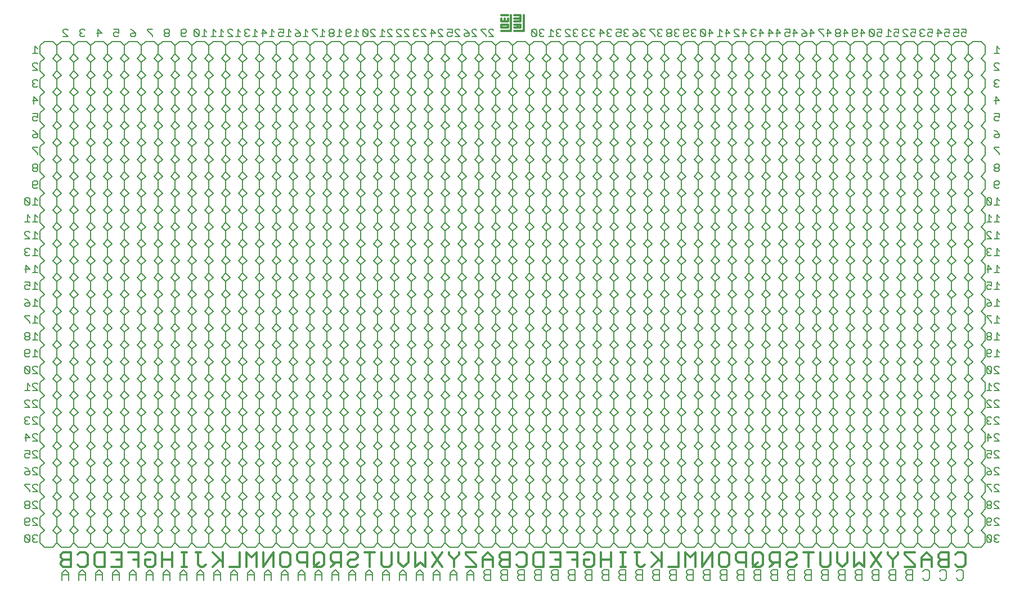
<source format=gbo>
G75*
%MOIN*%
%OFA0B0*%
%FSLAX25Y25*%
%IPPOS*%
%LPD*%
%AMOC8*
5,1,8,0,0,1.08239X$1,22.5*
%
%ADD10C,0.00600*%
%ADD11C,0.01200*%
%ADD12C,0.00800*%
D10*
X0004769Y0051450D02*
X0006237Y0051450D01*
X0006971Y0052184D01*
X0004035Y0055120D01*
X0004035Y0052184D01*
X0004769Y0051450D01*
X0006971Y0052184D02*
X0006971Y0055120D01*
X0006237Y0055854D01*
X0004769Y0055854D01*
X0004035Y0055120D01*
X0008639Y0055120D02*
X0009373Y0055854D01*
X0010841Y0055854D01*
X0011575Y0055120D01*
X0010107Y0053652D02*
X0009373Y0053652D01*
X0008639Y0052918D01*
X0008639Y0052184D01*
X0009373Y0051450D01*
X0010841Y0051450D01*
X0011575Y0052184D01*
X0009373Y0053652D02*
X0008639Y0054386D01*
X0008639Y0055120D01*
X0008639Y0061450D02*
X0011575Y0061450D01*
X0008639Y0064386D01*
X0008639Y0065120D01*
X0009373Y0065854D01*
X0010841Y0065854D01*
X0011575Y0065120D01*
X0006971Y0065120D02*
X0006971Y0064386D01*
X0006237Y0063652D01*
X0004035Y0063652D01*
X0004035Y0062184D02*
X0004035Y0065120D01*
X0004769Y0065854D01*
X0006237Y0065854D01*
X0006971Y0065120D01*
X0006971Y0062184D02*
X0006237Y0061450D01*
X0004769Y0061450D01*
X0004035Y0062184D01*
X0004769Y0071450D02*
X0006237Y0071450D01*
X0006971Y0072184D01*
X0006971Y0072918D01*
X0006237Y0073652D01*
X0004769Y0073652D01*
X0004035Y0072918D01*
X0004035Y0072184D01*
X0004769Y0071450D01*
X0004769Y0073652D02*
X0004035Y0074386D01*
X0004035Y0075120D01*
X0004769Y0075854D01*
X0006237Y0075854D01*
X0006971Y0075120D01*
X0006971Y0074386D01*
X0006237Y0073652D01*
X0008639Y0074386D02*
X0008639Y0075120D01*
X0009373Y0075854D01*
X0010841Y0075854D01*
X0011575Y0075120D01*
X0008639Y0074386D02*
X0011575Y0071450D01*
X0008639Y0071450D01*
X0008639Y0081450D02*
X0011575Y0081450D01*
X0008639Y0084386D01*
X0008639Y0085120D01*
X0009373Y0085854D01*
X0010841Y0085854D01*
X0011575Y0085120D01*
X0006971Y0085854D02*
X0004035Y0085854D01*
X0004035Y0085120D01*
X0006971Y0082184D01*
X0006971Y0081450D01*
X0006237Y0091450D02*
X0004769Y0091450D01*
X0004035Y0092184D01*
X0004035Y0092918D01*
X0004769Y0093652D01*
X0006971Y0093652D01*
X0006971Y0092184D01*
X0006237Y0091450D01*
X0006971Y0093652D02*
X0005503Y0095120D01*
X0004035Y0095854D01*
X0008639Y0095120D02*
X0009373Y0095854D01*
X0010841Y0095854D01*
X0011575Y0095120D01*
X0008639Y0095120D02*
X0008639Y0094386D01*
X0011575Y0091450D01*
X0008639Y0091450D01*
X0008639Y0101450D02*
X0011575Y0101450D01*
X0008639Y0104386D01*
X0008639Y0105120D01*
X0009373Y0105854D01*
X0010841Y0105854D01*
X0011575Y0105120D01*
X0006971Y0105854D02*
X0006971Y0103652D01*
X0005503Y0104386D01*
X0004769Y0104386D01*
X0004035Y0103652D01*
X0004035Y0102184D01*
X0004769Y0101450D01*
X0006237Y0101450D01*
X0006971Y0102184D01*
X0006971Y0105854D02*
X0004035Y0105854D01*
X0004769Y0111450D02*
X0004769Y0115854D01*
X0006971Y0113652D01*
X0004035Y0113652D01*
X0008639Y0114386D02*
X0008639Y0115120D01*
X0009373Y0115854D01*
X0010841Y0115854D01*
X0011575Y0115120D01*
X0008639Y0114386D02*
X0011575Y0111450D01*
X0008639Y0111450D01*
X0008639Y0121450D02*
X0011575Y0121450D01*
X0008639Y0124386D01*
X0008639Y0125120D01*
X0009373Y0125854D01*
X0010841Y0125854D01*
X0011575Y0125120D01*
X0006971Y0125120D02*
X0006237Y0125854D01*
X0004769Y0125854D01*
X0004035Y0125120D01*
X0004035Y0124386D01*
X0004769Y0123652D01*
X0004035Y0122918D01*
X0004035Y0122184D01*
X0004769Y0121450D01*
X0006237Y0121450D01*
X0006971Y0122184D01*
X0005503Y0123652D02*
X0004769Y0123652D01*
X0004035Y0131450D02*
X0006971Y0131450D01*
X0004035Y0134386D01*
X0004035Y0135120D01*
X0004769Y0135854D01*
X0006237Y0135854D01*
X0006971Y0135120D01*
X0008639Y0135120D02*
X0009373Y0135854D01*
X0010841Y0135854D01*
X0011575Y0135120D01*
X0008639Y0135120D02*
X0008639Y0134386D01*
X0011575Y0131450D01*
X0008639Y0131450D01*
X0008639Y0141450D02*
X0011575Y0141450D01*
X0008639Y0144386D01*
X0008639Y0145120D01*
X0009373Y0145854D01*
X0010841Y0145854D01*
X0011575Y0145120D01*
X0006971Y0144386D02*
X0005503Y0145854D01*
X0005503Y0141450D01*
X0006971Y0141450D02*
X0004035Y0141450D01*
X0004769Y0151450D02*
X0006237Y0151450D01*
X0006971Y0152184D01*
X0004035Y0155120D01*
X0004035Y0152184D01*
X0004769Y0151450D01*
X0006971Y0152184D02*
X0006971Y0155120D01*
X0006237Y0155854D01*
X0004769Y0155854D01*
X0004035Y0155120D01*
X0008639Y0155120D02*
X0008639Y0154386D01*
X0011575Y0151450D01*
X0008639Y0151450D01*
X0008639Y0155120D02*
X0009373Y0155854D01*
X0010841Y0155854D01*
X0011575Y0155120D01*
X0011575Y0161450D02*
X0008639Y0161450D01*
X0010107Y0161450D02*
X0010107Y0165854D01*
X0011575Y0164386D01*
X0006971Y0164386D02*
X0006237Y0163652D01*
X0004035Y0163652D01*
X0004035Y0162184D02*
X0004035Y0165120D01*
X0004769Y0165854D01*
X0006237Y0165854D01*
X0006971Y0165120D01*
X0006971Y0164386D01*
X0006971Y0162184D02*
X0006237Y0161450D01*
X0004769Y0161450D01*
X0004035Y0162184D01*
X0004769Y0171450D02*
X0006237Y0171450D01*
X0006971Y0172184D01*
X0006971Y0172918D01*
X0006237Y0173652D01*
X0004769Y0173652D01*
X0004035Y0172918D01*
X0004035Y0172184D01*
X0004769Y0171450D01*
X0004769Y0173652D02*
X0004035Y0174386D01*
X0004035Y0175120D01*
X0004769Y0175854D01*
X0006237Y0175854D01*
X0006971Y0175120D01*
X0006971Y0174386D01*
X0006237Y0173652D01*
X0008639Y0171450D02*
X0011575Y0171450D01*
X0010107Y0171450D02*
X0010107Y0175854D01*
X0011575Y0174386D01*
X0011575Y0181450D02*
X0008639Y0181450D01*
X0010107Y0181450D02*
X0010107Y0185854D01*
X0011575Y0184386D01*
X0006971Y0185854D02*
X0004035Y0185854D01*
X0004035Y0185120D01*
X0006971Y0182184D01*
X0006971Y0181450D01*
X0006237Y0191450D02*
X0004769Y0191450D01*
X0004035Y0192184D01*
X0004035Y0192918D01*
X0004769Y0193652D01*
X0006971Y0193652D01*
X0006971Y0192184D01*
X0006237Y0191450D01*
X0006971Y0193652D02*
X0005503Y0195120D01*
X0004035Y0195854D01*
X0004769Y0201450D02*
X0006237Y0201450D01*
X0006971Y0202184D01*
X0006971Y0203652D02*
X0005503Y0204386D01*
X0004769Y0204386D01*
X0004035Y0203652D01*
X0004035Y0202184D01*
X0004769Y0201450D01*
X0006971Y0203652D02*
X0006971Y0205854D01*
X0004035Y0205854D01*
X0010107Y0205854D02*
X0010107Y0201450D01*
X0011575Y0201450D02*
X0008639Y0201450D01*
X0011575Y0204386D02*
X0010107Y0205854D01*
X0010107Y0211450D02*
X0010107Y0215854D01*
X0011575Y0214386D01*
X0011575Y0211450D02*
X0008639Y0211450D01*
X0006971Y0213652D02*
X0004035Y0213652D01*
X0004769Y0211450D02*
X0004769Y0215854D01*
X0006971Y0213652D01*
X0006237Y0221450D02*
X0004769Y0221450D01*
X0004035Y0222184D01*
X0004035Y0222918D01*
X0004769Y0223652D01*
X0005503Y0223652D01*
X0004769Y0223652D02*
X0004035Y0224386D01*
X0004035Y0225120D01*
X0004769Y0225854D01*
X0006237Y0225854D01*
X0006971Y0225120D01*
X0006971Y0222184D02*
X0006237Y0221450D01*
X0008639Y0221450D02*
X0011575Y0221450D01*
X0010107Y0221450D02*
X0010107Y0225854D01*
X0011575Y0224386D01*
X0011575Y0231450D02*
X0008639Y0231450D01*
X0010107Y0231450D02*
X0010107Y0235854D01*
X0011575Y0234386D01*
X0006971Y0235120D02*
X0006237Y0235854D01*
X0004769Y0235854D01*
X0004035Y0235120D01*
X0004035Y0234386D01*
X0006971Y0231450D01*
X0004035Y0231450D01*
X0004035Y0241450D02*
X0006971Y0241450D01*
X0005503Y0241450D02*
X0005503Y0245854D01*
X0006971Y0244386D01*
X0008639Y0241450D02*
X0011575Y0241450D01*
X0010107Y0241450D02*
X0010107Y0245854D01*
X0011575Y0244386D01*
X0011575Y0251450D02*
X0008639Y0251450D01*
X0010107Y0251450D02*
X0010107Y0255854D01*
X0011575Y0254386D01*
X0006971Y0255120D02*
X0006237Y0255854D01*
X0004769Y0255854D01*
X0004035Y0255120D01*
X0006971Y0252184D01*
X0006237Y0251450D01*
X0004769Y0251450D01*
X0004035Y0252184D01*
X0004035Y0255120D01*
X0006971Y0255120D02*
X0006971Y0252184D01*
X0009373Y0261450D02*
X0008639Y0262184D01*
X0008639Y0265120D01*
X0009373Y0265854D01*
X0010841Y0265854D01*
X0011575Y0265120D01*
X0011575Y0264386D01*
X0010841Y0263652D01*
X0008639Y0263652D01*
X0009373Y0261450D02*
X0010841Y0261450D01*
X0011575Y0262184D01*
X0010841Y0271450D02*
X0011575Y0272184D01*
X0011575Y0272918D01*
X0010841Y0273652D01*
X0009373Y0273652D01*
X0008639Y0272918D01*
X0008639Y0272184D01*
X0009373Y0271450D01*
X0010841Y0271450D01*
X0010841Y0273652D02*
X0011575Y0274386D01*
X0011575Y0275120D01*
X0010841Y0275854D01*
X0009373Y0275854D01*
X0008639Y0275120D01*
X0008639Y0274386D01*
X0009373Y0273652D01*
X0011575Y0281450D02*
X0011575Y0282184D01*
X0008639Y0285120D01*
X0008639Y0285854D01*
X0011575Y0285854D01*
X0010841Y0291450D02*
X0009373Y0291450D01*
X0008639Y0292184D01*
X0008639Y0292918D01*
X0009373Y0293652D01*
X0011575Y0293652D01*
X0011575Y0292184D01*
X0010841Y0291450D01*
X0011575Y0293652D02*
X0010107Y0295120D01*
X0008639Y0295854D01*
X0009373Y0301450D02*
X0010841Y0301450D01*
X0011575Y0302184D01*
X0011575Y0303652D02*
X0010107Y0304386D01*
X0009373Y0304386D01*
X0008639Y0303652D01*
X0008639Y0302184D01*
X0009373Y0301450D01*
X0011575Y0303652D02*
X0011575Y0305854D01*
X0008639Y0305854D01*
X0009373Y0311450D02*
X0009373Y0315854D01*
X0011575Y0313652D01*
X0008639Y0313652D01*
X0009373Y0321450D02*
X0010841Y0321450D01*
X0011575Y0322184D01*
X0010107Y0323652D02*
X0009373Y0323652D01*
X0008639Y0322918D01*
X0008639Y0322184D01*
X0009373Y0321450D01*
X0009373Y0323652D02*
X0008639Y0324386D01*
X0008639Y0325120D01*
X0009373Y0325854D01*
X0010841Y0325854D01*
X0011575Y0325120D01*
X0011575Y0331450D02*
X0008639Y0334386D01*
X0008639Y0335120D01*
X0009373Y0335854D01*
X0010841Y0335854D01*
X0011575Y0335120D01*
X0011575Y0331450D02*
X0008639Y0331450D01*
X0008639Y0341450D02*
X0011575Y0341450D01*
X0010107Y0341450D02*
X0010107Y0345854D01*
X0011575Y0344386D01*
X0026641Y0351450D02*
X0029576Y0351450D01*
X0026641Y0354386D01*
X0026641Y0355120D01*
X0027375Y0355854D01*
X0028843Y0355854D01*
X0029576Y0355120D01*
X0036641Y0355120D02*
X0036641Y0354386D01*
X0037375Y0353652D01*
X0036641Y0352918D01*
X0036641Y0352184D01*
X0037375Y0351450D01*
X0038843Y0351450D01*
X0039576Y0352184D01*
X0038109Y0353652D02*
X0037375Y0353652D01*
X0036641Y0355120D02*
X0037375Y0355854D01*
X0038843Y0355854D01*
X0039576Y0355120D01*
X0046641Y0353652D02*
X0049576Y0353652D01*
X0047375Y0355854D01*
X0047375Y0351450D01*
X0056641Y0352184D02*
X0056641Y0353652D01*
X0057375Y0354386D01*
X0058109Y0354386D01*
X0059576Y0353652D01*
X0059576Y0355854D01*
X0056641Y0355854D01*
X0056641Y0352184D02*
X0057375Y0351450D01*
X0058843Y0351450D01*
X0059576Y0352184D01*
X0066641Y0352184D02*
X0066641Y0352918D01*
X0067375Y0353652D01*
X0069576Y0353652D01*
X0069576Y0352184D01*
X0068843Y0351450D01*
X0067375Y0351450D01*
X0066641Y0352184D01*
X0069576Y0353652D02*
X0068109Y0355120D01*
X0066641Y0355854D01*
X0076641Y0355854D02*
X0076641Y0355120D01*
X0079576Y0352184D01*
X0079576Y0351450D01*
X0079576Y0355854D02*
X0076641Y0355854D01*
X0086641Y0355120D02*
X0086641Y0354386D01*
X0087375Y0353652D01*
X0088843Y0353652D01*
X0089576Y0354386D01*
X0089576Y0355120D01*
X0088843Y0355854D01*
X0087375Y0355854D01*
X0086641Y0355120D01*
X0087375Y0353652D02*
X0086641Y0352918D01*
X0086641Y0352184D01*
X0087375Y0351450D01*
X0088843Y0351450D01*
X0089576Y0352184D01*
X0089576Y0352918D01*
X0088843Y0353652D01*
X0096641Y0353652D02*
X0098843Y0353652D01*
X0099576Y0354386D01*
X0099576Y0355120D01*
X0098843Y0355854D01*
X0097375Y0355854D01*
X0096641Y0355120D01*
X0096641Y0352184D01*
X0097375Y0351450D01*
X0098843Y0351450D01*
X0099576Y0352184D01*
X0104224Y0352184D02*
X0104958Y0351450D01*
X0106426Y0351450D01*
X0107160Y0352184D01*
X0104224Y0355120D01*
X0104224Y0352184D01*
X0107160Y0352184D02*
X0107160Y0355120D01*
X0106426Y0355854D01*
X0104958Y0355854D01*
X0104224Y0355120D01*
X0108828Y0351450D02*
X0111764Y0351450D01*
X0110296Y0351450D02*
X0110296Y0355854D01*
X0111764Y0354386D01*
X0114224Y0351450D02*
X0117160Y0351450D01*
X0115692Y0351450D02*
X0115692Y0355854D01*
X0117160Y0354386D01*
X0118828Y0351450D02*
X0121764Y0351450D01*
X0120296Y0351450D02*
X0120296Y0355854D01*
X0121764Y0354386D01*
X0124224Y0354386D02*
X0127160Y0351450D01*
X0124224Y0351450D01*
X0124224Y0354386D02*
X0124224Y0355120D01*
X0124958Y0355854D01*
X0126426Y0355854D01*
X0127160Y0355120D01*
X0130296Y0355854D02*
X0130296Y0351450D01*
X0131764Y0351450D02*
X0128828Y0351450D01*
X0131764Y0354386D02*
X0130296Y0355854D01*
X0134224Y0355120D02*
X0134224Y0354386D01*
X0134958Y0353652D01*
X0134224Y0352918D01*
X0134224Y0352184D01*
X0134958Y0351450D01*
X0136426Y0351450D01*
X0137160Y0352184D01*
X0138828Y0351450D02*
X0141764Y0351450D01*
X0140296Y0351450D02*
X0140296Y0355854D01*
X0141764Y0354386D01*
X0144224Y0353652D02*
X0147160Y0353652D01*
X0144958Y0355854D01*
X0144958Y0351450D01*
X0148828Y0351450D02*
X0151764Y0351450D01*
X0150296Y0351450D02*
X0150296Y0355854D01*
X0151764Y0354386D01*
X0154224Y0353652D02*
X0154224Y0352184D01*
X0154958Y0351450D01*
X0156426Y0351450D01*
X0157160Y0352184D01*
X0157160Y0353652D02*
X0155692Y0354386D01*
X0154958Y0354386D01*
X0154224Y0353652D01*
X0154224Y0355854D02*
X0157160Y0355854D01*
X0157160Y0353652D01*
X0158828Y0351450D02*
X0161764Y0351450D01*
X0160296Y0351450D02*
X0160296Y0355854D01*
X0161764Y0354386D01*
X0164224Y0352918D02*
X0164958Y0353652D01*
X0167160Y0353652D01*
X0167160Y0352184D01*
X0166426Y0351450D01*
X0164958Y0351450D01*
X0164224Y0352184D01*
X0164224Y0352918D01*
X0165692Y0355120D02*
X0167160Y0353652D01*
X0165692Y0355120D02*
X0164224Y0355854D01*
X0170296Y0355854D02*
X0170296Y0351450D01*
X0171764Y0351450D02*
X0168828Y0351450D01*
X0171764Y0354386D02*
X0170296Y0355854D01*
X0174224Y0355854D02*
X0174224Y0355120D01*
X0177160Y0352184D01*
X0177160Y0351450D01*
X0178828Y0351450D02*
X0181764Y0351450D01*
X0180296Y0351450D02*
X0180296Y0355854D01*
X0181764Y0354386D01*
X0184224Y0354386D02*
X0184958Y0353652D01*
X0186426Y0353652D01*
X0187160Y0354386D01*
X0187160Y0355120D01*
X0186426Y0355854D01*
X0184958Y0355854D01*
X0184224Y0355120D01*
X0184224Y0354386D01*
X0184958Y0353652D02*
X0184224Y0352918D01*
X0184224Y0352184D01*
X0184958Y0351450D01*
X0186426Y0351450D01*
X0187160Y0352184D01*
X0187160Y0352918D01*
X0186426Y0353652D01*
X0188828Y0351450D02*
X0191764Y0351450D01*
X0190296Y0351450D02*
X0190296Y0355854D01*
X0191764Y0354386D01*
X0194224Y0353652D02*
X0196426Y0353652D01*
X0197160Y0354386D01*
X0197160Y0355120D01*
X0196426Y0355854D01*
X0194958Y0355854D01*
X0194224Y0355120D01*
X0194224Y0352184D01*
X0194958Y0351450D01*
X0196426Y0351450D01*
X0197160Y0352184D01*
X0198828Y0351450D02*
X0201764Y0351450D01*
X0200296Y0351450D02*
X0200296Y0355854D01*
X0201764Y0354386D01*
X0204224Y0355120D02*
X0207160Y0352184D01*
X0206426Y0351450D01*
X0204958Y0351450D01*
X0204224Y0352184D01*
X0204224Y0355120D01*
X0204958Y0355854D01*
X0206426Y0355854D01*
X0207160Y0355120D01*
X0207160Y0352184D01*
X0208828Y0351450D02*
X0211764Y0351450D01*
X0208828Y0354386D01*
X0208828Y0355120D01*
X0209562Y0355854D01*
X0211030Y0355854D01*
X0211764Y0355120D01*
X0215692Y0355854D02*
X0215692Y0351450D01*
X0217160Y0351450D02*
X0214224Y0351450D01*
X0217160Y0354386D02*
X0215692Y0355854D01*
X0218828Y0355120D02*
X0219562Y0355854D01*
X0221030Y0355854D01*
X0221764Y0355120D01*
X0224224Y0355120D02*
X0224958Y0355854D01*
X0226426Y0355854D01*
X0227160Y0355120D01*
X0228828Y0355120D02*
X0229562Y0355854D01*
X0231030Y0355854D01*
X0231764Y0355120D01*
X0234224Y0355120D02*
X0234224Y0354386D01*
X0234958Y0353652D01*
X0234224Y0352918D01*
X0234224Y0352184D01*
X0234958Y0351450D01*
X0236426Y0351450D01*
X0237160Y0352184D01*
X0238828Y0351450D02*
X0241764Y0351450D01*
X0238828Y0354386D01*
X0238828Y0355120D01*
X0239562Y0355854D01*
X0241030Y0355854D01*
X0241764Y0355120D01*
X0244224Y0353652D02*
X0247160Y0353652D01*
X0244958Y0355854D01*
X0244958Y0351450D01*
X0248828Y0351450D02*
X0251764Y0351450D01*
X0248828Y0354386D01*
X0248828Y0355120D01*
X0249562Y0355854D01*
X0251030Y0355854D01*
X0251764Y0355120D01*
X0254224Y0355854D02*
X0257160Y0355854D01*
X0257160Y0353652D01*
X0255692Y0354386D01*
X0254958Y0354386D01*
X0254224Y0353652D01*
X0254224Y0352184D01*
X0254958Y0351450D01*
X0256426Y0351450D01*
X0257160Y0352184D01*
X0258828Y0351450D02*
X0261764Y0351450D01*
X0258828Y0354386D01*
X0258828Y0355120D01*
X0259562Y0355854D01*
X0261030Y0355854D01*
X0261764Y0355120D01*
X0264224Y0355854D02*
X0265692Y0355120D01*
X0267160Y0353652D01*
X0264958Y0353652D01*
X0264224Y0352918D01*
X0264224Y0352184D01*
X0264958Y0351450D01*
X0266426Y0351450D01*
X0267160Y0352184D01*
X0267160Y0353652D01*
X0268828Y0354386D02*
X0268828Y0355120D01*
X0269562Y0355854D01*
X0271030Y0355854D01*
X0271764Y0355120D01*
X0274224Y0355120D02*
X0277160Y0352184D01*
X0277160Y0351450D01*
X0278828Y0351450D02*
X0281764Y0351450D01*
X0278828Y0354386D01*
X0278828Y0355120D01*
X0279562Y0355854D01*
X0281030Y0355854D01*
X0281764Y0355120D01*
X0277160Y0355854D02*
X0274224Y0355854D01*
X0274224Y0355120D01*
X0271764Y0351450D02*
X0268828Y0351450D01*
X0271764Y0351450D02*
X0268828Y0354386D01*
X0237160Y0355120D02*
X0236426Y0355854D01*
X0234958Y0355854D01*
X0234224Y0355120D01*
X0234958Y0353652D02*
X0235692Y0353652D01*
X0231764Y0351450D02*
X0228828Y0354386D01*
X0228828Y0355120D01*
X0228828Y0351450D02*
X0231764Y0351450D01*
X0227160Y0351450D02*
X0224224Y0354386D01*
X0224224Y0355120D01*
X0224224Y0351450D02*
X0227160Y0351450D01*
X0221764Y0351450D02*
X0218828Y0354386D01*
X0218828Y0355120D01*
X0218828Y0351450D02*
X0221764Y0351450D01*
X0177160Y0355854D02*
X0174224Y0355854D01*
X0137160Y0355120D02*
X0136426Y0355854D01*
X0134958Y0355854D01*
X0134224Y0355120D01*
X0134958Y0353652D02*
X0135692Y0353652D01*
X0304224Y0352184D02*
X0304958Y0351450D01*
X0306426Y0351450D01*
X0307160Y0352184D01*
X0304224Y0355120D01*
X0304224Y0352184D01*
X0307160Y0352184D02*
X0307160Y0355120D01*
X0306426Y0355854D01*
X0304958Y0355854D01*
X0304224Y0355120D01*
X0308828Y0355120D02*
X0308828Y0354386D01*
X0309562Y0353652D01*
X0308828Y0352918D01*
X0308828Y0352184D01*
X0309562Y0351450D01*
X0311030Y0351450D01*
X0311764Y0352184D01*
X0310296Y0353652D02*
X0309562Y0353652D01*
X0308828Y0355120D02*
X0309562Y0355854D01*
X0311030Y0355854D01*
X0311764Y0355120D01*
X0315692Y0355854D02*
X0315692Y0351450D01*
X0317160Y0351450D02*
X0314224Y0351450D01*
X0317160Y0354386D02*
X0315692Y0355854D01*
X0318828Y0355120D02*
X0318828Y0354386D01*
X0319562Y0353652D01*
X0318828Y0352918D01*
X0318828Y0352184D01*
X0319562Y0351450D01*
X0321030Y0351450D01*
X0321764Y0352184D01*
X0320296Y0353652D02*
X0319562Y0353652D01*
X0318828Y0355120D02*
X0319562Y0355854D01*
X0321030Y0355854D01*
X0321764Y0355120D01*
X0324224Y0355120D02*
X0324958Y0355854D01*
X0326426Y0355854D01*
X0327160Y0355120D01*
X0328828Y0355120D02*
X0328828Y0354386D01*
X0329562Y0353652D01*
X0328828Y0352918D01*
X0328828Y0352184D01*
X0329562Y0351450D01*
X0331030Y0351450D01*
X0331764Y0352184D01*
X0330296Y0353652D02*
X0329562Y0353652D01*
X0328828Y0355120D02*
X0329562Y0355854D01*
X0331030Y0355854D01*
X0331764Y0355120D01*
X0334224Y0355120D02*
X0334224Y0354386D01*
X0334958Y0353652D01*
X0334224Y0352918D01*
X0334224Y0352184D01*
X0334958Y0351450D01*
X0336426Y0351450D01*
X0337160Y0352184D01*
X0338828Y0352184D02*
X0339562Y0351450D01*
X0341030Y0351450D01*
X0341764Y0352184D01*
X0340296Y0353652D02*
X0339562Y0353652D01*
X0338828Y0352918D01*
X0338828Y0352184D01*
X0339562Y0353652D02*
X0338828Y0354386D01*
X0338828Y0355120D01*
X0339562Y0355854D01*
X0341030Y0355854D01*
X0341764Y0355120D01*
X0344224Y0353652D02*
X0347160Y0353652D01*
X0344958Y0355854D01*
X0344958Y0351450D01*
X0348828Y0352184D02*
X0349562Y0351450D01*
X0351030Y0351450D01*
X0351764Y0352184D01*
X0350296Y0353652D02*
X0349562Y0353652D01*
X0348828Y0352918D01*
X0348828Y0352184D01*
X0349562Y0353652D02*
X0348828Y0354386D01*
X0348828Y0355120D01*
X0349562Y0355854D01*
X0351030Y0355854D01*
X0351764Y0355120D01*
X0354224Y0355854D02*
X0357160Y0355854D01*
X0357160Y0353652D01*
X0355692Y0354386D01*
X0354958Y0354386D01*
X0354224Y0353652D01*
X0354224Y0352184D01*
X0354958Y0351450D01*
X0356426Y0351450D01*
X0357160Y0352184D01*
X0358828Y0352184D02*
X0359562Y0351450D01*
X0361030Y0351450D01*
X0361764Y0352184D01*
X0360296Y0353652D02*
X0359562Y0353652D01*
X0358828Y0352918D01*
X0358828Y0352184D01*
X0359562Y0353652D02*
X0358828Y0354386D01*
X0358828Y0355120D01*
X0359562Y0355854D01*
X0361030Y0355854D01*
X0361764Y0355120D01*
X0364224Y0355854D02*
X0365692Y0355120D01*
X0367160Y0353652D01*
X0364958Y0353652D01*
X0364224Y0352918D01*
X0364224Y0352184D01*
X0364958Y0351450D01*
X0366426Y0351450D01*
X0367160Y0352184D01*
X0367160Y0353652D01*
X0368828Y0352918D02*
X0368828Y0352184D01*
X0369562Y0351450D01*
X0371030Y0351450D01*
X0371764Y0352184D01*
X0370296Y0353652D02*
X0369562Y0353652D01*
X0368828Y0352918D01*
X0369562Y0353652D02*
X0368828Y0354386D01*
X0368828Y0355120D01*
X0369562Y0355854D01*
X0371030Y0355854D01*
X0371764Y0355120D01*
X0374224Y0355120D02*
X0377160Y0352184D01*
X0377160Y0351450D01*
X0378828Y0352184D02*
X0379562Y0351450D01*
X0381030Y0351450D01*
X0381764Y0352184D01*
X0380296Y0353652D02*
X0379562Y0353652D01*
X0378828Y0352918D01*
X0378828Y0352184D01*
X0379562Y0353652D02*
X0378828Y0354386D01*
X0378828Y0355120D01*
X0379562Y0355854D01*
X0381030Y0355854D01*
X0381764Y0355120D01*
X0384224Y0355120D02*
X0384224Y0354386D01*
X0384958Y0353652D01*
X0386426Y0353652D01*
X0387160Y0354386D01*
X0387160Y0355120D01*
X0386426Y0355854D01*
X0384958Y0355854D01*
X0384224Y0355120D01*
X0384958Y0353652D02*
X0384224Y0352918D01*
X0384224Y0352184D01*
X0384958Y0351450D01*
X0386426Y0351450D01*
X0387160Y0352184D01*
X0387160Y0352918D01*
X0386426Y0353652D01*
X0388828Y0352918D02*
X0389562Y0353652D01*
X0390296Y0353652D01*
X0389562Y0353652D02*
X0388828Y0354386D01*
X0388828Y0355120D01*
X0389562Y0355854D01*
X0391030Y0355854D01*
X0391764Y0355120D01*
X0394224Y0355120D02*
X0394224Y0352184D01*
X0394958Y0351450D01*
X0396426Y0351450D01*
X0397160Y0352184D01*
X0396426Y0353652D02*
X0394224Y0353652D01*
X0394224Y0355120D02*
X0394958Y0355854D01*
X0396426Y0355854D01*
X0397160Y0355120D01*
X0397160Y0354386D01*
X0396426Y0353652D01*
X0398828Y0352918D02*
X0398828Y0352184D01*
X0399562Y0351450D01*
X0401030Y0351450D01*
X0401764Y0352184D01*
X0400296Y0353652D02*
X0399562Y0353652D01*
X0398828Y0352918D01*
X0399562Y0353652D02*
X0398828Y0354386D01*
X0398828Y0355120D01*
X0399562Y0355854D01*
X0401030Y0355854D01*
X0401764Y0355120D01*
X0404224Y0355120D02*
X0407160Y0352184D01*
X0406426Y0351450D01*
X0404958Y0351450D01*
X0404224Y0352184D01*
X0404224Y0355120D01*
X0404958Y0355854D01*
X0406426Y0355854D01*
X0407160Y0355120D01*
X0407160Y0352184D01*
X0408828Y0353652D02*
X0411764Y0353652D01*
X0409562Y0355854D01*
X0409562Y0351450D01*
X0414224Y0351450D02*
X0417160Y0351450D01*
X0415692Y0351450D02*
X0415692Y0355854D01*
X0417160Y0354386D01*
X0418828Y0353652D02*
X0421764Y0353652D01*
X0419562Y0355854D01*
X0419562Y0351450D01*
X0424224Y0351450D02*
X0427160Y0351450D01*
X0424224Y0354386D01*
X0424224Y0355120D01*
X0424958Y0355854D01*
X0426426Y0355854D01*
X0427160Y0355120D01*
X0428828Y0353652D02*
X0431764Y0353652D01*
X0429562Y0355854D01*
X0429562Y0351450D01*
X0434224Y0352184D02*
X0434958Y0351450D01*
X0436426Y0351450D01*
X0437160Y0352184D01*
X0435692Y0353652D02*
X0434958Y0353652D01*
X0434224Y0352918D01*
X0434224Y0352184D01*
X0434958Y0353652D02*
X0434224Y0354386D01*
X0434224Y0355120D01*
X0434958Y0355854D01*
X0436426Y0355854D01*
X0437160Y0355120D01*
X0438828Y0353652D02*
X0441764Y0353652D01*
X0439562Y0355854D01*
X0439562Y0351450D01*
X0444224Y0353652D02*
X0447160Y0353652D01*
X0444958Y0355854D01*
X0444958Y0351450D01*
X0448828Y0353652D02*
X0451764Y0353652D01*
X0449562Y0355854D01*
X0449562Y0351450D01*
X0454224Y0352184D02*
X0454224Y0353652D01*
X0454958Y0354386D01*
X0455692Y0354386D01*
X0457160Y0353652D01*
X0457160Y0355854D01*
X0454224Y0355854D01*
X0454224Y0352184D02*
X0454958Y0351450D01*
X0456426Y0351450D01*
X0457160Y0352184D01*
X0458828Y0353652D02*
X0461764Y0353652D01*
X0459562Y0355854D01*
X0459562Y0351450D01*
X0464224Y0352184D02*
X0464224Y0352918D01*
X0464958Y0353652D01*
X0467160Y0353652D01*
X0467160Y0352184D01*
X0466426Y0351450D01*
X0464958Y0351450D01*
X0464224Y0352184D01*
X0465692Y0355120D02*
X0467160Y0353652D01*
X0468828Y0353652D02*
X0471764Y0353652D01*
X0469562Y0355854D01*
X0469562Y0351450D01*
X0465692Y0355120D02*
X0464224Y0355854D01*
X0474224Y0355854D02*
X0474224Y0355120D01*
X0477160Y0352184D01*
X0477160Y0351450D01*
X0479562Y0351450D02*
X0479562Y0355854D01*
X0481764Y0353652D01*
X0478828Y0353652D01*
X0477160Y0355854D02*
X0474224Y0355854D01*
X0484224Y0355120D02*
X0484224Y0354386D01*
X0484958Y0353652D01*
X0486426Y0353652D01*
X0487160Y0354386D01*
X0487160Y0355120D01*
X0486426Y0355854D01*
X0484958Y0355854D01*
X0484224Y0355120D01*
X0484958Y0353652D02*
X0484224Y0352918D01*
X0484224Y0352184D01*
X0484958Y0351450D01*
X0486426Y0351450D01*
X0487160Y0352184D01*
X0487160Y0352918D01*
X0486426Y0353652D01*
X0488828Y0353652D02*
X0491764Y0353652D01*
X0489562Y0355854D01*
X0489562Y0351450D01*
X0494224Y0352184D02*
X0494224Y0355120D01*
X0494958Y0355854D01*
X0496426Y0355854D01*
X0497160Y0355120D01*
X0497160Y0354386D01*
X0496426Y0353652D01*
X0494224Y0353652D01*
X0494224Y0352184D02*
X0494958Y0351450D01*
X0496426Y0351450D01*
X0497160Y0352184D01*
X0498828Y0353652D02*
X0501764Y0353652D01*
X0499562Y0355854D01*
X0499562Y0351450D01*
X0504224Y0352184D02*
X0504224Y0355120D01*
X0507160Y0352184D01*
X0506426Y0351450D01*
X0504958Y0351450D01*
X0504224Y0352184D01*
X0507160Y0352184D02*
X0507160Y0355120D01*
X0506426Y0355854D01*
X0504958Y0355854D01*
X0504224Y0355120D01*
X0508828Y0355854D02*
X0511764Y0355854D01*
X0511764Y0353652D01*
X0510296Y0354386D01*
X0509562Y0354386D01*
X0508828Y0353652D01*
X0508828Y0352184D01*
X0509562Y0351450D01*
X0511030Y0351450D01*
X0511764Y0352184D01*
X0514224Y0351450D02*
X0517160Y0351450D01*
X0515692Y0351450D02*
X0515692Y0355854D01*
X0517160Y0354386D01*
X0518828Y0353652D02*
X0518828Y0352184D01*
X0519562Y0351450D01*
X0521030Y0351450D01*
X0521764Y0352184D01*
X0521764Y0353652D02*
X0520296Y0354386D01*
X0519562Y0354386D01*
X0518828Y0353652D01*
X0518828Y0355854D02*
X0521764Y0355854D01*
X0521764Y0353652D01*
X0524224Y0354386D02*
X0524224Y0355120D01*
X0524958Y0355854D01*
X0526426Y0355854D01*
X0527160Y0355120D01*
X0528828Y0355854D02*
X0531764Y0355854D01*
X0531764Y0353652D01*
X0530296Y0354386D01*
X0529562Y0354386D01*
X0528828Y0353652D01*
X0528828Y0352184D01*
X0529562Y0351450D01*
X0531030Y0351450D01*
X0531764Y0352184D01*
X0534224Y0352184D02*
X0534958Y0351450D01*
X0536426Y0351450D01*
X0537160Y0352184D01*
X0538828Y0352184D02*
X0538828Y0353652D01*
X0539562Y0354386D01*
X0540296Y0354386D01*
X0541764Y0353652D01*
X0541764Y0355854D01*
X0538828Y0355854D01*
X0537160Y0355120D02*
X0536426Y0355854D01*
X0534958Y0355854D01*
X0534224Y0355120D01*
X0534224Y0354386D01*
X0534958Y0353652D01*
X0534224Y0352918D01*
X0534224Y0352184D01*
X0534958Y0353652D02*
X0535692Y0353652D01*
X0538828Y0352184D02*
X0539562Y0351450D01*
X0541030Y0351450D01*
X0541764Y0352184D01*
X0544224Y0353652D02*
X0547160Y0353652D01*
X0544958Y0355854D01*
X0544958Y0351450D01*
X0548828Y0352184D02*
X0549562Y0351450D01*
X0551030Y0351450D01*
X0551764Y0352184D01*
X0551764Y0353652D02*
X0550296Y0354386D01*
X0549562Y0354386D01*
X0548828Y0353652D01*
X0548828Y0352184D01*
X0551764Y0353652D02*
X0551764Y0355854D01*
X0548828Y0355854D01*
X0554224Y0355854D02*
X0557160Y0355854D01*
X0557160Y0353652D01*
X0555692Y0354386D01*
X0554958Y0354386D01*
X0554224Y0353652D01*
X0554224Y0352184D01*
X0554958Y0351450D01*
X0556426Y0351450D01*
X0557160Y0352184D01*
X0558828Y0352184D02*
X0559562Y0351450D01*
X0561030Y0351450D01*
X0561764Y0352184D01*
X0561764Y0353652D02*
X0560296Y0354386D01*
X0559562Y0354386D01*
X0558828Y0353652D01*
X0558828Y0352184D01*
X0561764Y0353652D02*
X0561764Y0355854D01*
X0558828Y0355854D01*
X0579861Y0345854D02*
X0579861Y0341450D01*
X0581328Y0341450D02*
X0578393Y0341450D01*
X0581328Y0344386D02*
X0579861Y0345854D01*
X0579127Y0335854D02*
X0580595Y0335854D01*
X0581328Y0335120D01*
X0579127Y0335854D02*
X0578393Y0335120D01*
X0578393Y0334386D01*
X0581328Y0331450D01*
X0578393Y0331450D01*
X0579127Y0325854D02*
X0578393Y0325120D01*
X0578393Y0324386D01*
X0579127Y0323652D01*
X0578393Y0322918D01*
X0578393Y0322184D01*
X0579127Y0321450D01*
X0580595Y0321450D01*
X0581328Y0322184D01*
X0579861Y0323652D02*
X0579127Y0323652D01*
X0579127Y0325854D02*
X0580595Y0325854D01*
X0581328Y0325120D01*
X0579127Y0315854D02*
X0581328Y0313652D01*
X0578393Y0313652D01*
X0579127Y0311450D02*
X0579127Y0315854D01*
X0578393Y0305854D02*
X0581328Y0305854D01*
X0581328Y0303652D01*
X0579861Y0304386D01*
X0579127Y0304386D01*
X0578393Y0303652D01*
X0578393Y0302184D01*
X0579127Y0301450D01*
X0580595Y0301450D01*
X0581328Y0302184D01*
X0578393Y0295854D02*
X0579861Y0295120D01*
X0581328Y0293652D01*
X0579127Y0293652D01*
X0578393Y0292918D01*
X0578393Y0292184D01*
X0579127Y0291450D01*
X0580595Y0291450D01*
X0581328Y0292184D01*
X0581328Y0293652D01*
X0581328Y0285854D02*
X0578393Y0285854D01*
X0578393Y0285120D01*
X0581328Y0282184D01*
X0581328Y0281450D01*
X0580595Y0275854D02*
X0579127Y0275854D01*
X0578393Y0275120D01*
X0578393Y0274386D01*
X0579127Y0273652D01*
X0580595Y0273652D01*
X0581328Y0274386D01*
X0581328Y0275120D01*
X0580595Y0275854D01*
X0580595Y0273652D02*
X0581328Y0272918D01*
X0581328Y0272184D01*
X0580595Y0271450D01*
X0579127Y0271450D01*
X0578393Y0272184D01*
X0578393Y0272918D01*
X0579127Y0273652D01*
X0579127Y0265854D02*
X0580595Y0265854D01*
X0581328Y0265120D01*
X0581328Y0264386D01*
X0580595Y0263652D01*
X0578393Y0263652D01*
X0578393Y0262184D02*
X0578393Y0265120D01*
X0579127Y0265854D01*
X0578393Y0262184D02*
X0579127Y0261450D01*
X0580595Y0261450D01*
X0581328Y0262184D01*
X0579861Y0255854D02*
X0579861Y0251450D01*
X0581328Y0251450D02*
X0578393Y0251450D01*
X0576725Y0252184D02*
X0573789Y0255120D01*
X0573789Y0252184D01*
X0574523Y0251450D01*
X0575991Y0251450D01*
X0576725Y0252184D01*
X0576725Y0255120D01*
X0575991Y0255854D01*
X0574523Y0255854D01*
X0573789Y0255120D01*
X0579861Y0255854D02*
X0581328Y0254386D01*
X0579861Y0245854D02*
X0579861Y0241450D01*
X0581328Y0241450D02*
X0578393Y0241450D01*
X0576725Y0241450D02*
X0573789Y0241450D01*
X0575257Y0241450D02*
X0575257Y0245854D01*
X0576725Y0244386D01*
X0579861Y0245854D02*
X0581328Y0244386D01*
X0579861Y0235854D02*
X0579861Y0231450D01*
X0581328Y0231450D02*
X0578393Y0231450D01*
X0576725Y0231450D02*
X0573789Y0234386D01*
X0573789Y0235120D01*
X0574523Y0235854D01*
X0575991Y0235854D01*
X0576725Y0235120D01*
X0579861Y0235854D02*
X0581328Y0234386D01*
X0576725Y0231450D02*
X0573789Y0231450D01*
X0574523Y0225854D02*
X0573789Y0225120D01*
X0573789Y0224386D01*
X0574523Y0223652D01*
X0573789Y0222918D01*
X0573789Y0222184D01*
X0574523Y0221450D01*
X0575991Y0221450D01*
X0576725Y0222184D01*
X0578393Y0221450D02*
X0581328Y0221450D01*
X0579861Y0221450D02*
X0579861Y0225854D01*
X0581328Y0224386D01*
X0576725Y0225120D02*
X0575991Y0225854D01*
X0574523Y0225854D01*
X0574523Y0223652D02*
X0575257Y0223652D01*
X0574523Y0215854D02*
X0576725Y0213652D01*
X0573789Y0213652D01*
X0574523Y0211450D02*
X0574523Y0215854D01*
X0579861Y0215854D02*
X0579861Y0211450D01*
X0581328Y0211450D02*
X0578393Y0211450D01*
X0581328Y0214386D02*
X0579861Y0215854D01*
X0579861Y0205854D02*
X0579861Y0201450D01*
X0581328Y0201450D02*
X0578393Y0201450D01*
X0576725Y0202184D02*
X0575991Y0201450D01*
X0574523Y0201450D01*
X0573789Y0202184D01*
X0573789Y0203652D01*
X0574523Y0204386D01*
X0575257Y0204386D01*
X0576725Y0203652D01*
X0576725Y0205854D01*
X0573789Y0205854D01*
X0579861Y0205854D02*
X0581328Y0204386D01*
X0579861Y0195854D02*
X0579861Y0191450D01*
X0581328Y0191450D02*
X0578393Y0191450D01*
X0576725Y0192184D02*
X0575991Y0191450D01*
X0574523Y0191450D01*
X0573789Y0192184D01*
X0573789Y0192918D01*
X0574523Y0193652D01*
X0576725Y0193652D01*
X0576725Y0192184D01*
X0576725Y0193652D02*
X0575257Y0195120D01*
X0573789Y0195854D01*
X0579861Y0195854D02*
X0581328Y0194386D01*
X0579861Y0185854D02*
X0579861Y0181450D01*
X0581328Y0181450D02*
X0578393Y0181450D01*
X0576725Y0181450D02*
X0576725Y0182184D01*
X0573789Y0185120D01*
X0573789Y0185854D01*
X0576725Y0185854D01*
X0579861Y0185854D02*
X0581328Y0184386D01*
X0579861Y0175854D02*
X0579861Y0171450D01*
X0581328Y0171450D02*
X0578393Y0171450D01*
X0576725Y0172184D02*
X0576725Y0172918D01*
X0575991Y0173652D01*
X0574523Y0173652D01*
X0573789Y0172918D01*
X0573789Y0172184D01*
X0574523Y0171450D01*
X0575991Y0171450D01*
X0576725Y0172184D01*
X0575991Y0173652D02*
X0576725Y0174386D01*
X0576725Y0175120D01*
X0575991Y0175854D01*
X0574523Y0175854D01*
X0573789Y0175120D01*
X0573789Y0174386D01*
X0574523Y0173652D01*
X0579861Y0175854D02*
X0581328Y0174386D01*
X0579861Y0165854D02*
X0579861Y0161450D01*
X0581328Y0161450D02*
X0578393Y0161450D01*
X0576725Y0162184D02*
X0575991Y0161450D01*
X0574523Y0161450D01*
X0573789Y0162184D01*
X0573789Y0165120D01*
X0574523Y0165854D01*
X0575991Y0165854D01*
X0576725Y0165120D01*
X0576725Y0164386D01*
X0575991Y0163652D01*
X0573789Y0163652D01*
X0579861Y0165854D02*
X0581328Y0164386D01*
X0580595Y0155854D02*
X0579127Y0155854D01*
X0578393Y0155120D01*
X0578393Y0154386D01*
X0581328Y0151450D01*
X0578393Y0151450D01*
X0576725Y0152184D02*
X0573789Y0155120D01*
X0573789Y0152184D01*
X0574523Y0151450D01*
X0575991Y0151450D01*
X0576725Y0152184D01*
X0576725Y0155120D01*
X0575991Y0155854D01*
X0574523Y0155854D01*
X0573789Y0155120D01*
X0580595Y0155854D02*
X0581328Y0155120D01*
X0580595Y0145854D02*
X0579127Y0145854D01*
X0578393Y0145120D01*
X0578393Y0144386D01*
X0581328Y0141450D01*
X0578393Y0141450D01*
X0576725Y0141450D02*
X0573789Y0141450D01*
X0575257Y0141450D02*
X0575257Y0145854D01*
X0576725Y0144386D01*
X0580595Y0145854D02*
X0581328Y0145120D01*
X0580595Y0135854D02*
X0579127Y0135854D01*
X0578393Y0135120D01*
X0578393Y0134386D01*
X0581328Y0131450D01*
X0578393Y0131450D01*
X0576725Y0131450D02*
X0573789Y0134386D01*
X0573789Y0135120D01*
X0574523Y0135854D01*
X0575991Y0135854D01*
X0576725Y0135120D01*
X0576725Y0131450D02*
X0573789Y0131450D01*
X0580595Y0135854D02*
X0581328Y0135120D01*
X0580595Y0125854D02*
X0579127Y0125854D01*
X0578393Y0125120D01*
X0578393Y0124386D01*
X0581328Y0121450D01*
X0578393Y0121450D01*
X0576725Y0122184D02*
X0575991Y0121450D01*
X0574523Y0121450D01*
X0573789Y0122184D01*
X0573789Y0122918D01*
X0574523Y0123652D01*
X0575257Y0123652D01*
X0574523Y0123652D02*
X0573789Y0124386D01*
X0573789Y0125120D01*
X0574523Y0125854D01*
X0575991Y0125854D01*
X0576725Y0125120D01*
X0580595Y0125854D02*
X0581328Y0125120D01*
X0580595Y0115854D02*
X0579127Y0115854D01*
X0578393Y0115120D01*
X0578393Y0114386D01*
X0581328Y0111450D01*
X0578393Y0111450D01*
X0576725Y0113652D02*
X0573789Y0113652D01*
X0574523Y0111450D02*
X0574523Y0115854D01*
X0576725Y0113652D01*
X0580595Y0115854D02*
X0581328Y0115120D01*
X0580595Y0105854D02*
X0579127Y0105854D01*
X0578393Y0105120D01*
X0578393Y0104386D01*
X0581328Y0101450D01*
X0578393Y0101450D01*
X0576725Y0102184D02*
X0575991Y0101450D01*
X0574523Y0101450D01*
X0573789Y0102184D01*
X0573789Y0103652D01*
X0574523Y0104386D01*
X0575257Y0104386D01*
X0576725Y0103652D01*
X0576725Y0105854D01*
X0573789Y0105854D01*
X0580595Y0105854D02*
X0581328Y0105120D01*
X0580595Y0095854D02*
X0579127Y0095854D01*
X0578393Y0095120D01*
X0578393Y0094386D01*
X0581328Y0091450D01*
X0578393Y0091450D01*
X0576725Y0092184D02*
X0575991Y0091450D01*
X0574523Y0091450D01*
X0573789Y0092184D01*
X0573789Y0092918D01*
X0574523Y0093652D01*
X0576725Y0093652D01*
X0576725Y0092184D01*
X0576725Y0093652D02*
X0575257Y0095120D01*
X0573789Y0095854D01*
X0580595Y0095854D02*
X0581328Y0095120D01*
X0580595Y0085854D02*
X0579127Y0085854D01*
X0578393Y0085120D01*
X0578393Y0084386D01*
X0581328Y0081450D01*
X0578393Y0081450D01*
X0576725Y0081450D02*
X0576725Y0082184D01*
X0573789Y0085120D01*
X0573789Y0085854D01*
X0576725Y0085854D01*
X0580595Y0085854D02*
X0581328Y0085120D01*
X0580595Y0075854D02*
X0579127Y0075854D01*
X0578393Y0075120D01*
X0578393Y0074386D01*
X0581328Y0071450D01*
X0578393Y0071450D01*
X0576725Y0072184D02*
X0575991Y0071450D01*
X0574523Y0071450D01*
X0573789Y0072184D01*
X0573789Y0072918D01*
X0574523Y0073652D01*
X0575991Y0073652D01*
X0576725Y0074386D01*
X0576725Y0075120D01*
X0575991Y0075854D01*
X0574523Y0075854D01*
X0573789Y0075120D01*
X0573789Y0074386D01*
X0574523Y0073652D01*
X0575991Y0073652D02*
X0576725Y0072918D01*
X0576725Y0072184D01*
X0580595Y0075854D02*
X0581328Y0075120D01*
X0580595Y0065854D02*
X0579127Y0065854D01*
X0578393Y0065120D01*
X0578393Y0064386D01*
X0581328Y0061450D01*
X0578393Y0061450D01*
X0576725Y0062184D02*
X0575991Y0061450D01*
X0574523Y0061450D01*
X0573789Y0062184D01*
X0573789Y0065120D01*
X0574523Y0065854D01*
X0575991Y0065854D01*
X0576725Y0065120D01*
X0576725Y0064386D01*
X0575991Y0063652D01*
X0573789Y0063652D01*
X0580595Y0065854D02*
X0581328Y0065120D01*
X0580595Y0055854D02*
X0579127Y0055854D01*
X0578393Y0055120D01*
X0578393Y0054386D01*
X0579127Y0053652D01*
X0578393Y0052918D01*
X0578393Y0052184D01*
X0579127Y0051450D01*
X0580595Y0051450D01*
X0581328Y0052184D01*
X0579861Y0053652D02*
X0579127Y0053652D01*
X0581328Y0055120D02*
X0580595Y0055854D01*
X0576725Y0055120D02*
X0575991Y0055854D01*
X0574523Y0055854D01*
X0573789Y0055120D01*
X0576725Y0052184D01*
X0575991Y0051450D01*
X0574523Y0051450D01*
X0573789Y0052184D01*
X0573789Y0055120D01*
X0576725Y0055120D02*
X0576725Y0052184D01*
X0527160Y0351450D02*
X0524224Y0351450D01*
X0527160Y0351450D02*
X0524224Y0354386D01*
X0391764Y0352184D02*
X0391030Y0351450D01*
X0389562Y0351450D01*
X0388828Y0352184D01*
X0388828Y0352918D01*
X0377160Y0355854D02*
X0374224Y0355854D01*
X0374224Y0355120D01*
X0337160Y0355120D02*
X0336426Y0355854D01*
X0334958Y0355854D01*
X0334224Y0355120D01*
X0334958Y0353652D02*
X0335692Y0353652D01*
X0327160Y0351450D02*
X0324224Y0354386D01*
X0324224Y0355120D01*
X0324224Y0351450D02*
X0327160Y0351450D01*
X0011575Y0194386D02*
X0010107Y0195854D01*
X0010107Y0191450D01*
X0011575Y0191450D02*
X0008639Y0191450D01*
D11*
X0026748Y0045558D02*
X0025280Y0044090D01*
X0025280Y0042622D01*
X0026748Y0041154D01*
X0031151Y0041154D01*
X0026748Y0041154D02*
X0025280Y0039686D01*
X0025280Y0038218D01*
X0026748Y0036750D01*
X0031151Y0036750D01*
X0031151Y0045558D01*
X0026748Y0045558D01*
X0035280Y0044090D02*
X0036748Y0045558D01*
X0039684Y0045558D01*
X0041151Y0044090D01*
X0041151Y0038218D01*
X0039684Y0036750D01*
X0036748Y0036750D01*
X0035280Y0038218D01*
X0045280Y0038218D02*
X0045280Y0044090D01*
X0046748Y0045558D01*
X0051151Y0045558D01*
X0051151Y0036750D01*
X0046748Y0036750D01*
X0045280Y0038218D01*
X0055280Y0036750D02*
X0061151Y0036750D01*
X0061151Y0045558D01*
X0055280Y0045558D01*
X0058216Y0041154D02*
X0061151Y0041154D01*
X0065280Y0045558D02*
X0071151Y0045558D01*
X0071151Y0036750D01*
X0075280Y0038218D02*
X0075280Y0041154D01*
X0078216Y0041154D01*
X0081151Y0038218D02*
X0079684Y0036750D01*
X0076748Y0036750D01*
X0075280Y0038218D01*
X0071151Y0041154D02*
X0068216Y0041154D01*
X0075280Y0044090D02*
X0076748Y0045558D01*
X0079684Y0045558D01*
X0081151Y0044090D01*
X0081151Y0038218D01*
X0085280Y0036750D02*
X0085280Y0045558D01*
X0085280Y0041154D02*
X0091151Y0041154D01*
X0091151Y0036750D02*
X0091151Y0045558D01*
X0096966Y0045558D02*
X0099901Y0045558D01*
X0098434Y0045558D02*
X0098434Y0036750D01*
X0099901Y0036750D02*
X0096966Y0036750D01*
X0106748Y0038218D02*
X0106748Y0045558D01*
X0108216Y0045558D02*
X0105280Y0045558D01*
X0106748Y0038218D02*
X0108216Y0036750D01*
X0109684Y0036750D01*
X0111151Y0038218D01*
X0115280Y0036750D02*
X0119684Y0041154D01*
X0121151Y0039686D02*
X0115280Y0045558D01*
X0121151Y0045558D02*
X0121151Y0036750D01*
X0125280Y0036750D02*
X0131151Y0036750D01*
X0131151Y0045558D01*
X0135280Y0045558D02*
X0138216Y0042622D01*
X0141151Y0045558D01*
X0141151Y0036750D01*
X0145280Y0036750D02*
X0145280Y0045558D01*
X0151151Y0045558D02*
X0145280Y0036750D01*
X0151151Y0036750D02*
X0151151Y0045558D01*
X0155280Y0044090D02*
X0156748Y0045558D01*
X0159684Y0045558D01*
X0161151Y0044090D01*
X0161151Y0038218D01*
X0159684Y0036750D01*
X0156748Y0036750D01*
X0155280Y0038218D01*
X0155280Y0044090D01*
X0165280Y0044090D02*
X0165280Y0041154D01*
X0166748Y0039686D01*
X0171151Y0039686D01*
X0171151Y0036750D02*
X0171151Y0045558D01*
X0166748Y0045558D01*
X0165280Y0044090D01*
X0175280Y0044090D02*
X0175280Y0038218D01*
X0176748Y0036750D01*
X0179684Y0036750D01*
X0181151Y0038218D01*
X0181151Y0044090D01*
X0179684Y0045558D01*
X0176748Y0045558D01*
X0175280Y0044090D01*
X0178216Y0039686D02*
X0175280Y0036750D01*
X0185280Y0036750D02*
X0188216Y0039686D01*
X0186748Y0039686D02*
X0191151Y0039686D01*
X0191151Y0036750D02*
X0191151Y0045558D01*
X0186748Y0045558D01*
X0185280Y0044090D01*
X0185280Y0041154D01*
X0186748Y0039686D01*
X0195280Y0039686D02*
X0195280Y0038218D01*
X0196748Y0036750D01*
X0199684Y0036750D01*
X0201151Y0038218D01*
X0199684Y0041154D02*
X0196748Y0041154D01*
X0195280Y0039686D01*
X0199684Y0041154D02*
X0201151Y0042622D01*
X0201151Y0044090D01*
X0199684Y0045558D01*
X0196748Y0045558D01*
X0195280Y0044090D01*
X0205280Y0045558D02*
X0211151Y0045558D01*
X0208216Y0045558D02*
X0208216Y0036750D01*
X0215280Y0038218D02*
X0215280Y0045558D01*
X0221151Y0045558D02*
X0221151Y0038218D01*
X0219684Y0036750D01*
X0216748Y0036750D01*
X0215280Y0038218D01*
X0225280Y0039686D02*
X0225280Y0045558D01*
X0231151Y0045558D02*
X0231151Y0039686D01*
X0228216Y0036750D01*
X0225280Y0039686D01*
X0235280Y0036750D02*
X0235280Y0045558D01*
X0241151Y0045558D02*
X0241151Y0036750D01*
X0238216Y0039686D01*
X0235280Y0036750D01*
X0245280Y0036750D02*
X0251151Y0045558D01*
X0255280Y0045558D02*
X0255280Y0044090D01*
X0258216Y0041154D01*
X0258216Y0036750D01*
X0258216Y0041154D02*
X0261151Y0044090D01*
X0261151Y0045558D01*
X0265280Y0045558D02*
X0265280Y0044090D01*
X0271151Y0038218D01*
X0271151Y0036750D01*
X0265280Y0036750D01*
X0265280Y0045558D02*
X0271151Y0045558D01*
X0275280Y0042622D02*
X0275280Y0036750D01*
X0275280Y0041154D02*
X0281151Y0041154D01*
X0281151Y0042622D02*
X0278216Y0045558D01*
X0275280Y0042622D01*
X0281151Y0042622D02*
X0281151Y0036750D01*
X0285280Y0038218D02*
X0286748Y0036750D01*
X0291151Y0036750D01*
X0291151Y0045558D01*
X0286748Y0045558D01*
X0285280Y0044090D01*
X0285280Y0042622D01*
X0286748Y0041154D01*
X0291151Y0041154D01*
X0286748Y0041154D02*
X0285280Y0039686D01*
X0285280Y0038218D01*
X0295280Y0038218D02*
X0296748Y0036750D01*
X0299684Y0036750D01*
X0301151Y0038218D01*
X0301151Y0044090D01*
X0299684Y0045558D01*
X0296748Y0045558D01*
X0295280Y0044090D01*
X0305280Y0044090D02*
X0305280Y0038218D01*
X0306748Y0036750D01*
X0311151Y0036750D01*
X0311151Y0045558D01*
X0306748Y0045558D01*
X0305280Y0044090D01*
X0315280Y0045558D02*
X0321151Y0045558D01*
X0321151Y0036750D01*
X0315280Y0036750D01*
X0318216Y0041154D02*
X0321151Y0041154D01*
X0325280Y0045558D02*
X0331151Y0045558D01*
X0331151Y0036750D01*
X0335280Y0038218D02*
X0335280Y0041154D01*
X0338216Y0041154D01*
X0341151Y0038218D02*
X0339684Y0036750D01*
X0336748Y0036750D01*
X0335280Y0038218D01*
X0331151Y0041154D02*
X0328216Y0041154D01*
X0335280Y0044090D02*
X0336748Y0045558D01*
X0339684Y0045558D01*
X0341151Y0044090D01*
X0341151Y0038218D01*
X0345280Y0036750D02*
X0345280Y0045558D01*
X0345280Y0041154D02*
X0351151Y0041154D01*
X0351151Y0036750D02*
X0351151Y0045558D01*
X0356966Y0045558D02*
X0359901Y0045558D01*
X0358434Y0045558D02*
X0358434Y0036750D01*
X0359901Y0036750D02*
X0356966Y0036750D01*
X0366748Y0038218D02*
X0366748Y0045558D01*
X0368216Y0045558D02*
X0365280Y0045558D01*
X0366748Y0038218D02*
X0368216Y0036750D01*
X0369684Y0036750D01*
X0371151Y0038218D01*
X0375280Y0036750D02*
X0379684Y0041154D01*
X0381151Y0039686D02*
X0375280Y0045558D01*
X0381151Y0045558D02*
X0381151Y0036750D01*
X0385280Y0036750D02*
X0391151Y0036750D01*
X0391151Y0045558D01*
X0395280Y0045558D02*
X0395280Y0036750D01*
X0401151Y0036750D02*
X0401151Y0045558D01*
X0398216Y0042622D01*
X0395280Y0045558D01*
X0405280Y0045558D02*
X0405280Y0036750D01*
X0411151Y0045558D01*
X0411151Y0036750D01*
X0415280Y0038218D02*
X0415280Y0044090D01*
X0416748Y0045558D01*
X0419684Y0045558D01*
X0421151Y0044090D01*
X0421151Y0038218D01*
X0419684Y0036750D01*
X0416748Y0036750D01*
X0415280Y0038218D01*
X0425280Y0041154D02*
X0425280Y0044090D01*
X0426748Y0045558D01*
X0431151Y0045558D01*
X0431151Y0036750D01*
X0431151Y0039686D02*
X0426748Y0039686D01*
X0425280Y0041154D01*
X0435280Y0038218D02*
X0436748Y0036750D01*
X0439684Y0036750D01*
X0441151Y0038218D01*
X0441151Y0044090D01*
X0439684Y0045558D01*
X0436748Y0045558D01*
X0435280Y0044090D01*
X0435280Y0038218D01*
X0435280Y0036750D02*
X0438216Y0039686D01*
X0445280Y0041154D02*
X0445280Y0044090D01*
X0446748Y0045558D01*
X0451151Y0045558D01*
X0451151Y0036750D01*
X0451151Y0039686D02*
X0446748Y0039686D01*
X0445280Y0041154D01*
X0448216Y0039686D02*
X0445280Y0036750D01*
X0455280Y0038218D02*
X0456748Y0036750D01*
X0459684Y0036750D01*
X0461151Y0038218D01*
X0459684Y0041154D02*
X0456748Y0041154D01*
X0455280Y0039686D01*
X0455280Y0038218D01*
X0459684Y0041154D02*
X0461151Y0042622D01*
X0461151Y0044090D01*
X0459684Y0045558D01*
X0456748Y0045558D01*
X0455280Y0044090D01*
X0465280Y0045558D02*
X0471151Y0045558D01*
X0468216Y0045558D02*
X0468216Y0036750D01*
X0475280Y0038218D02*
X0475280Y0045558D01*
X0481151Y0045558D02*
X0481151Y0038218D01*
X0479684Y0036750D01*
X0476748Y0036750D01*
X0475280Y0038218D01*
X0485280Y0039686D02*
X0485280Y0045558D01*
X0491151Y0045558D02*
X0491151Y0039686D01*
X0488216Y0036750D01*
X0485280Y0039686D01*
X0495280Y0036750D02*
X0495280Y0045558D01*
X0501151Y0045558D02*
X0501151Y0036750D01*
X0498216Y0039686D01*
X0495280Y0036750D01*
X0505280Y0036750D02*
X0511151Y0045558D01*
X0515280Y0045558D02*
X0515280Y0044090D01*
X0518216Y0041154D01*
X0518216Y0036750D01*
X0518216Y0041154D02*
X0521151Y0044090D01*
X0521151Y0045558D01*
X0525280Y0045558D02*
X0525280Y0044090D01*
X0531151Y0038218D01*
X0531151Y0036750D01*
X0525280Y0036750D01*
X0525280Y0045558D02*
X0531151Y0045558D01*
X0535280Y0042622D02*
X0535280Y0036750D01*
X0535280Y0041154D02*
X0541151Y0041154D01*
X0541151Y0042622D02*
X0538216Y0045558D01*
X0535280Y0042622D01*
X0541151Y0042622D02*
X0541151Y0036750D01*
X0545280Y0038218D02*
X0546748Y0036750D01*
X0551151Y0036750D01*
X0551151Y0045558D01*
X0546748Y0045558D01*
X0545280Y0044090D01*
X0545280Y0042622D01*
X0546748Y0041154D01*
X0551151Y0041154D01*
X0546748Y0041154D02*
X0545280Y0039686D01*
X0545280Y0038218D01*
X0555280Y0038218D02*
X0556748Y0036750D01*
X0559684Y0036750D01*
X0561151Y0038218D01*
X0561151Y0044090D01*
X0559684Y0045558D01*
X0556748Y0045558D01*
X0555280Y0044090D01*
X0511151Y0036750D02*
X0505280Y0045558D01*
X0251151Y0036750D02*
X0245280Y0045558D01*
X0135280Y0045558D02*
X0135280Y0036750D01*
X0286439Y0354900D02*
X0292064Y0354900D01*
X0292064Y0364275D01*
X0293939Y0364275D02*
X0297689Y0364275D01*
X0297689Y0362400D01*
X0293939Y0362400D01*
X0293939Y0360525D02*
X0297689Y0360525D01*
X0297689Y0362400D01*
X0299564Y0364275D02*
X0299564Y0354900D01*
X0293939Y0354900D01*
X0293939Y0356775D02*
X0295814Y0356775D01*
X0295814Y0358650D01*
X0293939Y0358650D01*
X0295814Y0358650D02*
X0297689Y0358650D01*
X0297689Y0356775D01*
X0295814Y0356775D01*
X0290189Y0356775D02*
X0290189Y0358650D01*
X0286439Y0358650D01*
X0286439Y0356775D01*
X0290189Y0356775D01*
X0290189Y0360525D02*
X0286439Y0360525D01*
X0286439Y0362400D01*
X0288314Y0362400D02*
X0288314Y0361150D01*
X0290189Y0360525D02*
X0290189Y0362400D01*
X0290189Y0364275D02*
X0286439Y0364275D01*
D12*
X0025965Y0033187D02*
X0025965Y0029050D01*
X0025965Y0032153D02*
X0030101Y0032153D01*
X0030101Y0033187D02*
X0028033Y0035256D01*
X0025965Y0033187D01*
X0030101Y0033187D02*
X0030101Y0029050D01*
X0035965Y0029050D02*
X0035965Y0033187D01*
X0038033Y0035256D01*
X0040101Y0033187D01*
X0040101Y0029050D01*
X0040101Y0032153D02*
X0035965Y0032153D01*
X0045965Y0032153D02*
X0050101Y0032153D01*
X0050101Y0033187D02*
X0048033Y0035256D01*
X0045965Y0033187D01*
X0045965Y0029050D01*
X0050101Y0029050D02*
X0050101Y0033187D01*
X0055965Y0033187D02*
X0055965Y0029050D01*
X0055965Y0032153D02*
X0060101Y0032153D01*
X0060101Y0033187D02*
X0058033Y0035256D01*
X0055965Y0033187D01*
X0060101Y0033187D02*
X0060101Y0029050D01*
X0065965Y0029050D02*
X0065965Y0033187D01*
X0068033Y0035256D01*
X0070101Y0033187D01*
X0070101Y0029050D01*
X0070101Y0032153D02*
X0065965Y0032153D01*
X0075965Y0032153D02*
X0080101Y0032153D01*
X0080101Y0033187D02*
X0078033Y0035256D01*
X0075965Y0033187D01*
X0075965Y0029050D01*
X0080101Y0029050D02*
X0080101Y0033187D01*
X0085965Y0033187D02*
X0085965Y0029050D01*
X0085965Y0032153D02*
X0090101Y0032153D01*
X0090101Y0033187D02*
X0088033Y0035256D01*
X0085965Y0033187D01*
X0090101Y0033187D02*
X0090101Y0029050D01*
X0095965Y0029050D02*
X0095965Y0033187D01*
X0098033Y0035256D01*
X0100101Y0033187D01*
X0100101Y0029050D01*
X0100101Y0032153D02*
X0095965Y0032153D01*
X0105965Y0032153D02*
X0110101Y0032153D01*
X0110101Y0033187D02*
X0108033Y0035256D01*
X0105965Y0033187D01*
X0105965Y0029050D01*
X0110101Y0029050D02*
X0110101Y0033187D01*
X0115965Y0033187D02*
X0115965Y0029050D01*
X0115965Y0032153D02*
X0120101Y0032153D01*
X0120101Y0033187D02*
X0118033Y0035256D01*
X0115965Y0033187D01*
X0120101Y0033187D02*
X0120101Y0029050D01*
X0125965Y0029050D02*
X0125965Y0033187D01*
X0128033Y0035256D01*
X0130101Y0033187D01*
X0130101Y0029050D01*
X0130101Y0032153D02*
X0125965Y0032153D01*
X0135965Y0032153D02*
X0140101Y0032153D01*
X0140101Y0033187D02*
X0138033Y0035256D01*
X0135965Y0033187D01*
X0135965Y0029050D01*
X0140101Y0029050D02*
X0140101Y0033187D01*
X0145965Y0033187D02*
X0145965Y0029050D01*
X0145965Y0032153D02*
X0150101Y0032153D01*
X0150101Y0033187D02*
X0148033Y0035256D01*
X0145965Y0033187D01*
X0150101Y0033187D02*
X0150101Y0029050D01*
X0155965Y0029050D02*
X0155965Y0033187D01*
X0158033Y0035256D01*
X0160101Y0033187D01*
X0160101Y0029050D01*
X0160101Y0032153D02*
X0155965Y0032153D01*
X0165965Y0032153D02*
X0170101Y0032153D01*
X0170101Y0033187D02*
X0168033Y0035256D01*
X0165965Y0033187D01*
X0165965Y0029050D01*
X0170101Y0029050D02*
X0170101Y0033187D01*
X0175965Y0033187D02*
X0175965Y0029050D01*
X0175965Y0032153D02*
X0180101Y0032153D01*
X0180101Y0033187D02*
X0178033Y0035256D01*
X0175965Y0033187D01*
X0180101Y0033187D02*
X0180101Y0029050D01*
X0185965Y0029050D02*
X0185965Y0033187D01*
X0188033Y0035256D01*
X0190101Y0033187D01*
X0190101Y0029050D01*
X0190101Y0032153D02*
X0185965Y0032153D01*
X0195965Y0032153D02*
X0200101Y0032153D01*
X0200101Y0033187D02*
X0198033Y0035256D01*
X0195965Y0033187D01*
X0195965Y0029050D01*
X0200101Y0029050D02*
X0200101Y0033187D01*
X0205965Y0033187D02*
X0205965Y0029050D01*
X0205965Y0032153D02*
X0210101Y0032153D01*
X0210101Y0033187D02*
X0208033Y0035256D01*
X0205965Y0033187D01*
X0210101Y0033187D02*
X0210101Y0029050D01*
X0215965Y0029050D02*
X0215965Y0033187D01*
X0218033Y0035256D01*
X0220101Y0033187D01*
X0220101Y0029050D01*
X0220101Y0032153D02*
X0215965Y0032153D01*
X0225965Y0032153D02*
X0230101Y0032153D01*
X0230101Y0033187D02*
X0228033Y0035256D01*
X0225965Y0033187D01*
X0225965Y0029050D01*
X0230101Y0029050D02*
X0230101Y0033187D01*
X0235965Y0033187D02*
X0235965Y0029050D01*
X0235965Y0032153D02*
X0240101Y0032153D01*
X0240101Y0033187D02*
X0238033Y0035256D01*
X0235965Y0033187D01*
X0240101Y0033187D02*
X0240101Y0029050D01*
X0245965Y0029050D02*
X0245965Y0033187D01*
X0248033Y0035256D01*
X0250101Y0033187D01*
X0250101Y0029050D01*
X0250101Y0032153D02*
X0245965Y0032153D01*
X0255965Y0032153D02*
X0260101Y0032153D01*
X0260101Y0033187D02*
X0258033Y0035256D01*
X0255965Y0033187D01*
X0255965Y0029050D01*
X0260101Y0029050D02*
X0260101Y0033187D01*
X0265965Y0033187D02*
X0265965Y0029050D01*
X0265965Y0032153D02*
X0270101Y0032153D01*
X0270101Y0033187D02*
X0268033Y0035256D01*
X0265965Y0033187D01*
X0270101Y0033187D02*
X0270101Y0029050D01*
X0275965Y0030085D02*
X0276999Y0029050D01*
X0280101Y0029050D01*
X0280101Y0035256D01*
X0276999Y0035256D01*
X0275965Y0034221D01*
X0275965Y0033187D01*
X0276999Y0032153D01*
X0280101Y0032153D01*
X0276999Y0032153D02*
X0275965Y0031119D01*
X0275965Y0030085D01*
X0285965Y0030085D02*
X0286999Y0029050D01*
X0290101Y0029050D01*
X0290101Y0035256D01*
X0286999Y0035256D01*
X0285965Y0034221D01*
X0285965Y0033187D01*
X0286999Y0032153D01*
X0290101Y0032153D01*
X0286999Y0032153D02*
X0285965Y0031119D01*
X0285965Y0030085D01*
X0295965Y0030085D02*
X0296999Y0029050D01*
X0300101Y0029050D01*
X0300101Y0035256D01*
X0296999Y0035256D01*
X0295965Y0034221D01*
X0295965Y0033187D01*
X0296999Y0032153D01*
X0300101Y0032153D01*
X0296999Y0032153D02*
X0295965Y0031119D01*
X0295965Y0030085D01*
X0305965Y0030085D02*
X0306999Y0029050D01*
X0310101Y0029050D01*
X0310101Y0035256D01*
X0306999Y0035256D01*
X0305965Y0034221D01*
X0305965Y0033187D01*
X0306999Y0032153D01*
X0310101Y0032153D01*
X0306999Y0032153D02*
X0305965Y0031119D01*
X0305965Y0030085D01*
X0315965Y0030085D02*
X0316999Y0029050D01*
X0320101Y0029050D01*
X0320101Y0035256D01*
X0316999Y0035256D01*
X0315965Y0034221D01*
X0315965Y0033187D01*
X0316999Y0032153D01*
X0320101Y0032153D01*
X0316999Y0032153D02*
X0315965Y0031119D01*
X0315965Y0030085D01*
X0325965Y0030085D02*
X0326999Y0029050D01*
X0330101Y0029050D01*
X0330101Y0035256D01*
X0326999Y0035256D01*
X0325965Y0034221D01*
X0325965Y0033187D01*
X0326999Y0032153D01*
X0330101Y0032153D01*
X0326999Y0032153D02*
X0325965Y0031119D01*
X0325965Y0030085D01*
X0335965Y0030085D02*
X0336999Y0029050D01*
X0340101Y0029050D01*
X0340101Y0035256D01*
X0336999Y0035256D01*
X0335965Y0034221D01*
X0335965Y0033187D01*
X0336999Y0032153D01*
X0340101Y0032153D01*
X0336999Y0032153D02*
X0335965Y0031119D01*
X0335965Y0030085D01*
X0345965Y0030085D02*
X0346999Y0029050D01*
X0350101Y0029050D01*
X0350101Y0035256D01*
X0346999Y0035256D01*
X0345965Y0034221D01*
X0345965Y0033187D01*
X0346999Y0032153D01*
X0350101Y0032153D01*
X0346999Y0032153D02*
X0345965Y0031119D01*
X0345965Y0030085D01*
X0355965Y0030085D02*
X0356999Y0029050D01*
X0360101Y0029050D01*
X0360101Y0035256D01*
X0356999Y0035256D01*
X0355965Y0034221D01*
X0355965Y0033187D01*
X0356999Y0032153D01*
X0360101Y0032153D01*
X0356999Y0032153D02*
X0355965Y0031119D01*
X0355965Y0030085D01*
X0365965Y0030085D02*
X0366999Y0029050D01*
X0370101Y0029050D01*
X0370101Y0035256D01*
X0366999Y0035256D01*
X0365965Y0034221D01*
X0365965Y0033187D01*
X0366999Y0032153D01*
X0370101Y0032153D01*
X0366999Y0032153D02*
X0365965Y0031119D01*
X0365965Y0030085D01*
X0375965Y0030085D02*
X0376999Y0029050D01*
X0380101Y0029050D01*
X0380101Y0035256D01*
X0376999Y0035256D01*
X0375965Y0034221D01*
X0375965Y0033187D01*
X0376999Y0032153D01*
X0380101Y0032153D01*
X0376999Y0032153D02*
X0375965Y0031119D01*
X0375965Y0030085D01*
X0385965Y0030085D02*
X0386999Y0029050D01*
X0390101Y0029050D01*
X0390101Y0035256D01*
X0386999Y0035256D01*
X0385965Y0034221D01*
X0385965Y0033187D01*
X0386999Y0032153D01*
X0390101Y0032153D01*
X0386999Y0032153D02*
X0385965Y0031119D01*
X0385965Y0030085D01*
X0395965Y0030085D02*
X0396999Y0029050D01*
X0400101Y0029050D01*
X0400101Y0035256D01*
X0396999Y0035256D01*
X0395965Y0034221D01*
X0395965Y0033187D01*
X0396999Y0032153D01*
X0400101Y0032153D01*
X0396999Y0032153D02*
X0395965Y0031119D01*
X0395965Y0030085D01*
X0405965Y0030085D02*
X0406999Y0029050D01*
X0410101Y0029050D01*
X0410101Y0035256D01*
X0406999Y0035256D01*
X0405965Y0034221D01*
X0405965Y0033187D01*
X0406999Y0032153D01*
X0410101Y0032153D01*
X0406999Y0032153D02*
X0405965Y0031119D01*
X0405965Y0030085D01*
X0415965Y0030085D02*
X0416999Y0029050D01*
X0420101Y0029050D01*
X0420101Y0035256D01*
X0416999Y0035256D01*
X0415965Y0034221D01*
X0415965Y0033187D01*
X0416999Y0032153D01*
X0420101Y0032153D01*
X0416999Y0032153D02*
X0415965Y0031119D01*
X0415965Y0030085D01*
X0425965Y0030085D02*
X0426999Y0029050D01*
X0430101Y0029050D01*
X0430101Y0035256D01*
X0426999Y0035256D01*
X0425965Y0034221D01*
X0425965Y0033187D01*
X0426999Y0032153D01*
X0430101Y0032153D01*
X0426999Y0032153D02*
X0425965Y0031119D01*
X0425965Y0030085D01*
X0435965Y0030085D02*
X0436999Y0029050D01*
X0440101Y0029050D01*
X0440101Y0035256D01*
X0436999Y0035256D01*
X0435965Y0034221D01*
X0435965Y0033187D01*
X0436999Y0032153D01*
X0440101Y0032153D01*
X0436999Y0032153D02*
X0435965Y0031119D01*
X0435965Y0030085D01*
X0445965Y0030085D02*
X0446999Y0029050D01*
X0450101Y0029050D01*
X0450101Y0035256D01*
X0446999Y0035256D01*
X0445965Y0034221D01*
X0445965Y0033187D01*
X0446999Y0032153D01*
X0450101Y0032153D01*
X0446999Y0032153D02*
X0445965Y0031119D01*
X0445965Y0030085D01*
X0455965Y0030085D02*
X0456999Y0029050D01*
X0460101Y0029050D01*
X0460101Y0035256D01*
X0456999Y0035256D01*
X0455965Y0034221D01*
X0455965Y0033187D01*
X0456999Y0032153D01*
X0460101Y0032153D01*
X0456999Y0032153D02*
X0455965Y0031119D01*
X0455965Y0030085D01*
X0465965Y0030085D02*
X0466999Y0029050D01*
X0470101Y0029050D01*
X0470101Y0035256D01*
X0466999Y0035256D01*
X0465965Y0034221D01*
X0465965Y0033187D01*
X0466999Y0032153D01*
X0470101Y0032153D01*
X0466999Y0032153D02*
X0465965Y0031119D01*
X0465965Y0030085D01*
X0475965Y0030085D02*
X0476999Y0029050D01*
X0480101Y0029050D01*
X0480101Y0035256D01*
X0476999Y0035256D01*
X0475965Y0034221D01*
X0475965Y0033187D01*
X0476999Y0032153D01*
X0480101Y0032153D01*
X0476999Y0032153D02*
X0475965Y0031119D01*
X0475965Y0030085D01*
X0485965Y0030085D02*
X0486999Y0029050D01*
X0490101Y0029050D01*
X0490101Y0035256D01*
X0486999Y0035256D01*
X0485965Y0034221D01*
X0485965Y0033187D01*
X0486999Y0032153D01*
X0490101Y0032153D01*
X0486999Y0032153D02*
X0485965Y0031119D01*
X0485965Y0030085D01*
X0495965Y0030085D02*
X0496999Y0029050D01*
X0500101Y0029050D01*
X0500101Y0035256D01*
X0496999Y0035256D01*
X0495965Y0034221D01*
X0495965Y0033187D01*
X0496999Y0032153D01*
X0500101Y0032153D01*
X0496999Y0032153D02*
X0495965Y0031119D01*
X0495965Y0030085D01*
X0505965Y0030085D02*
X0506999Y0029050D01*
X0510101Y0029050D01*
X0510101Y0035256D01*
X0506999Y0035256D01*
X0505965Y0034221D01*
X0505965Y0033187D01*
X0506999Y0032153D01*
X0510101Y0032153D01*
X0506999Y0032153D02*
X0505965Y0031119D01*
X0505965Y0030085D01*
X0515965Y0030085D02*
X0516999Y0029050D01*
X0520101Y0029050D01*
X0520101Y0035256D01*
X0516999Y0035256D01*
X0515965Y0034221D01*
X0515965Y0033187D01*
X0516999Y0032153D01*
X0520101Y0032153D01*
X0516999Y0032153D02*
X0515965Y0031119D01*
X0515965Y0030085D01*
X0525965Y0030085D02*
X0526999Y0029050D01*
X0530101Y0029050D01*
X0530101Y0035256D01*
X0526999Y0035256D01*
X0525965Y0034221D01*
X0525965Y0033187D01*
X0526999Y0032153D01*
X0530101Y0032153D01*
X0526999Y0032153D02*
X0525965Y0031119D01*
X0525965Y0030085D01*
X0535965Y0030085D02*
X0536999Y0029050D01*
X0539067Y0029050D01*
X0540101Y0030085D01*
X0540101Y0034221D01*
X0539067Y0035256D01*
X0536999Y0035256D01*
X0535965Y0034221D01*
X0545965Y0034221D02*
X0546999Y0035256D01*
X0549067Y0035256D01*
X0550101Y0034221D01*
X0550101Y0030085D01*
X0549067Y0029050D01*
X0546999Y0029050D01*
X0545965Y0030085D01*
X0555965Y0030085D02*
X0556999Y0029050D01*
X0559067Y0029050D01*
X0560101Y0030085D01*
X0560101Y0034221D01*
X0559067Y0035256D01*
X0556999Y0035256D01*
X0555965Y0034221D01*
X0555501Y0048650D02*
X0560501Y0048650D01*
X0563001Y0051150D01*
X0565501Y0048650D01*
X0570501Y0048650D01*
X0573001Y0051150D01*
X0573001Y0056150D01*
X0570501Y0058650D01*
X0573001Y0061150D01*
X0573001Y0066150D01*
X0570501Y0068650D01*
X0573001Y0071150D01*
X0573001Y0076150D01*
X0570501Y0078650D01*
X0573001Y0081150D01*
X0573001Y0086150D01*
X0570501Y0088650D01*
X0573001Y0091150D01*
X0573001Y0096150D01*
X0570501Y0098650D01*
X0573001Y0101150D01*
X0573001Y0106150D01*
X0570501Y0108650D01*
X0573001Y0111150D01*
X0573001Y0116150D01*
X0570501Y0118650D01*
X0573001Y0121150D01*
X0573001Y0126150D01*
X0570501Y0128650D01*
X0573001Y0131150D01*
X0573001Y0136150D01*
X0570501Y0138650D01*
X0573001Y0141150D01*
X0573001Y0146150D01*
X0570501Y0148650D01*
X0573001Y0151150D01*
X0573001Y0156150D01*
X0570501Y0158650D01*
X0573001Y0161150D01*
X0573001Y0166150D01*
X0570501Y0168650D01*
X0573001Y0171150D01*
X0573001Y0176150D01*
X0570501Y0178650D01*
X0573001Y0181150D01*
X0573001Y0186150D01*
X0570501Y0188650D01*
X0573001Y0191150D01*
X0573001Y0196150D01*
X0570501Y0198650D01*
X0573001Y0201150D01*
X0573001Y0206150D01*
X0570501Y0208650D01*
X0573001Y0211150D01*
X0573001Y0216150D01*
X0570501Y0218650D01*
X0573001Y0221150D01*
X0573001Y0226150D01*
X0570501Y0228650D01*
X0573001Y0231150D01*
X0573001Y0236150D01*
X0570501Y0238650D01*
X0573001Y0241150D01*
X0573001Y0246150D01*
X0570501Y0248650D01*
X0573001Y0251150D01*
X0573001Y0256150D01*
X0570501Y0258650D01*
X0573001Y0261150D01*
X0573001Y0266150D01*
X0570501Y0268650D01*
X0573001Y0271150D01*
X0573001Y0276150D01*
X0570501Y0278650D01*
X0573001Y0281150D01*
X0573001Y0286150D01*
X0570501Y0288650D01*
X0573001Y0291150D01*
X0573001Y0296150D01*
X0570501Y0298650D01*
X0573001Y0301150D01*
X0573001Y0306150D01*
X0570501Y0308650D01*
X0573001Y0311150D01*
X0573001Y0316150D01*
X0570501Y0318650D01*
X0573001Y0321150D01*
X0573001Y0326150D01*
X0570501Y0328650D01*
X0573001Y0331150D01*
X0573001Y0336150D01*
X0570501Y0338650D01*
X0573001Y0341150D01*
X0573001Y0346150D01*
X0570501Y0348650D01*
X0565501Y0348650D01*
X0563001Y0346150D01*
X0563001Y0341150D01*
X0565501Y0338650D01*
X0563001Y0336150D01*
X0563001Y0331150D01*
X0565501Y0328650D01*
X0563001Y0326150D01*
X0563001Y0321150D01*
X0565501Y0318650D01*
X0563001Y0316150D01*
X0563001Y0311150D01*
X0565501Y0308650D01*
X0563001Y0306150D01*
X0563001Y0301150D01*
X0565501Y0298650D01*
X0563001Y0296150D01*
X0563001Y0291150D01*
X0565501Y0288650D01*
X0563001Y0286150D01*
X0563001Y0281150D01*
X0565501Y0278650D01*
X0563001Y0276150D01*
X0563001Y0271150D01*
X0565501Y0268650D01*
X0563001Y0266150D01*
X0563001Y0261150D01*
X0565501Y0258650D01*
X0563001Y0256150D01*
X0563001Y0251150D01*
X0565501Y0248650D01*
X0563001Y0246150D01*
X0563001Y0241150D01*
X0565501Y0238650D01*
X0563001Y0236150D01*
X0563001Y0231150D01*
X0565501Y0228650D01*
X0563001Y0226150D01*
X0563001Y0221150D01*
X0565501Y0218650D01*
X0563001Y0216150D01*
X0563001Y0211150D01*
X0565501Y0208650D01*
X0563001Y0206150D01*
X0563001Y0201150D01*
X0565501Y0198650D01*
X0563001Y0196150D01*
X0563001Y0191150D01*
X0565501Y0188650D01*
X0563001Y0186150D01*
X0563001Y0181150D01*
X0565501Y0178650D01*
X0563001Y0176150D01*
X0563001Y0171150D01*
X0565501Y0168650D01*
X0563001Y0166150D01*
X0563001Y0161150D01*
X0565501Y0158650D01*
X0563001Y0156150D01*
X0563001Y0151150D01*
X0565501Y0148650D01*
X0563001Y0146150D01*
X0563001Y0141150D01*
X0565501Y0138650D01*
X0563001Y0136150D01*
X0563001Y0131150D01*
X0565501Y0128650D01*
X0563001Y0126150D01*
X0563001Y0121150D01*
X0565501Y0118650D01*
X0563001Y0116150D01*
X0563001Y0111150D01*
X0565501Y0108650D01*
X0563001Y0106150D01*
X0563001Y0101150D01*
X0565501Y0098650D01*
X0563001Y0096150D01*
X0563001Y0091150D01*
X0565501Y0088650D01*
X0563001Y0086150D01*
X0563001Y0081150D01*
X0565501Y0078650D01*
X0563001Y0076150D01*
X0563001Y0071150D01*
X0565501Y0068650D01*
X0563001Y0066150D01*
X0563001Y0061150D01*
X0565501Y0058650D01*
X0563001Y0056150D01*
X0563001Y0051150D01*
X0563001Y0056150D01*
X0560501Y0058650D01*
X0563001Y0061150D01*
X0563001Y0066150D01*
X0560501Y0068650D01*
X0563001Y0071150D01*
X0563001Y0076150D01*
X0560501Y0078650D01*
X0563001Y0081150D01*
X0563001Y0086150D01*
X0560501Y0088650D01*
X0563001Y0091150D01*
X0563001Y0096150D01*
X0560501Y0098650D01*
X0563001Y0101150D01*
X0563001Y0106150D01*
X0560501Y0108650D01*
X0563001Y0111150D01*
X0563001Y0116150D01*
X0560501Y0118650D01*
X0563001Y0121150D01*
X0563001Y0126150D01*
X0560501Y0128650D01*
X0563001Y0131150D01*
X0563001Y0136150D01*
X0560501Y0138650D01*
X0563001Y0141150D01*
X0563001Y0146150D01*
X0560501Y0148650D01*
X0563001Y0151150D01*
X0563001Y0156150D01*
X0560501Y0158650D01*
X0563001Y0161150D01*
X0563001Y0166150D01*
X0560501Y0168650D01*
X0563001Y0171150D01*
X0563001Y0176150D01*
X0560501Y0178650D01*
X0563001Y0181150D01*
X0563001Y0186150D01*
X0560501Y0188650D01*
X0563001Y0191150D01*
X0563001Y0196150D01*
X0560501Y0198650D01*
X0563001Y0201150D01*
X0563001Y0206150D01*
X0560501Y0208650D01*
X0563001Y0211150D01*
X0563001Y0216150D01*
X0560501Y0218650D01*
X0563001Y0221150D01*
X0563001Y0226150D01*
X0560501Y0228650D01*
X0563001Y0231150D01*
X0563001Y0236150D01*
X0560501Y0238650D01*
X0563001Y0241150D01*
X0563001Y0246150D01*
X0560501Y0248650D01*
X0563001Y0251150D01*
X0563001Y0256150D01*
X0560501Y0258650D01*
X0563001Y0261150D01*
X0563001Y0266150D01*
X0560501Y0268650D01*
X0563001Y0271150D01*
X0563001Y0276150D01*
X0560501Y0278650D01*
X0563001Y0281150D01*
X0563001Y0286150D01*
X0560501Y0288650D01*
X0563001Y0291150D01*
X0563001Y0296150D01*
X0560501Y0298650D01*
X0563001Y0301150D01*
X0563001Y0306150D01*
X0560501Y0308650D01*
X0563001Y0311150D01*
X0563001Y0316150D01*
X0560501Y0318650D01*
X0563001Y0321150D01*
X0563001Y0326150D01*
X0560501Y0328650D01*
X0563001Y0331150D01*
X0563001Y0336150D01*
X0560501Y0338650D01*
X0563001Y0341150D01*
X0563001Y0346150D01*
X0560501Y0348650D01*
X0555501Y0348650D01*
X0553001Y0346150D01*
X0553001Y0341150D01*
X0555501Y0338650D01*
X0553001Y0336150D01*
X0553001Y0331150D01*
X0555501Y0328650D01*
X0553001Y0326150D01*
X0553001Y0321150D01*
X0555501Y0318650D01*
X0553001Y0316150D01*
X0553001Y0311150D01*
X0555501Y0308650D01*
X0553001Y0306150D01*
X0553001Y0301150D01*
X0555501Y0298650D01*
X0553001Y0296150D01*
X0553001Y0291150D01*
X0555501Y0288650D01*
X0553001Y0286150D01*
X0553001Y0281150D01*
X0555501Y0278650D01*
X0553001Y0276150D01*
X0553001Y0271150D01*
X0555501Y0268650D01*
X0553001Y0266150D01*
X0553001Y0261150D01*
X0555501Y0258650D01*
X0553001Y0256150D01*
X0553001Y0251150D01*
X0555501Y0248650D01*
X0553001Y0246150D01*
X0553001Y0241150D01*
X0555501Y0238650D01*
X0553001Y0236150D01*
X0553001Y0231150D01*
X0555501Y0228650D01*
X0553001Y0226150D01*
X0553001Y0221150D01*
X0555501Y0218650D01*
X0553001Y0216150D01*
X0553001Y0211150D01*
X0555501Y0208650D01*
X0553001Y0206150D01*
X0553001Y0201150D01*
X0555501Y0198650D01*
X0553001Y0196150D01*
X0553001Y0191150D01*
X0555501Y0188650D01*
X0553001Y0186150D01*
X0553001Y0181150D01*
X0555501Y0178650D01*
X0553001Y0176150D01*
X0553001Y0171150D01*
X0555501Y0168650D01*
X0553001Y0166150D01*
X0553001Y0161150D01*
X0555501Y0158650D01*
X0553001Y0156150D01*
X0553001Y0151150D01*
X0555501Y0148650D01*
X0553001Y0146150D01*
X0553001Y0141150D01*
X0555501Y0138650D01*
X0553001Y0136150D01*
X0553001Y0131150D01*
X0555501Y0128650D01*
X0553001Y0126150D01*
X0553001Y0121150D01*
X0555501Y0118650D01*
X0553001Y0116150D01*
X0553001Y0111150D01*
X0555501Y0108650D01*
X0553001Y0106150D01*
X0553001Y0101150D01*
X0555501Y0098650D01*
X0553001Y0096150D01*
X0553001Y0091150D01*
X0555501Y0088650D01*
X0553001Y0086150D01*
X0553001Y0081150D01*
X0555501Y0078650D01*
X0553001Y0076150D01*
X0553001Y0071150D01*
X0555501Y0068650D01*
X0553001Y0066150D01*
X0553001Y0061150D01*
X0555501Y0058650D01*
X0553001Y0056150D01*
X0553001Y0051150D01*
X0555501Y0048650D01*
X0553001Y0051150D02*
X0553001Y0056150D01*
X0550501Y0058650D01*
X0553001Y0061150D01*
X0553001Y0066150D01*
X0550501Y0068650D01*
X0553001Y0071150D01*
X0553001Y0076150D01*
X0550501Y0078650D01*
X0553001Y0081150D01*
X0553001Y0086150D01*
X0550501Y0088650D01*
X0553001Y0091150D01*
X0553001Y0096150D01*
X0550501Y0098650D01*
X0553001Y0101150D01*
X0553001Y0106150D01*
X0550501Y0108650D01*
X0553001Y0111150D01*
X0553001Y0116150D01*
X0550501Y0118650D01*
X0553001Y0121150D01*
X0553001Y0126150D01*
X0550501Y0128650D01*
X0553001Y0131150D01*
X0553001Y0136150D01*
X0550501Y0138650D01*
X0553001Y0141150D01*
X0553001Y0146150D01*
X0550501Y0148650D01*
X0553001Y0151150D01*
X0553001Y0156150D01*
X0550501Y0158650D01*
X0553001Y0161150D01*
X0553001Y0166150D01*
X0550501Y0168650D01*
X0553001Y0171150D01*
X0553001Y0176150D01*
X0550501Y0178650D01*
X0553001Y0181150D01*
X0553001Y0186150D01*
X0550501Y0188650D01*
X0553001Y0191150D01*
X0553001Y0196150D01*
X0550501Y0198650D01*
X0553001Y0201150D01*
X0553001Y0206150D01*
X0550501Y0208650D01*
X0553001Y0211150D01*
X0553001Y0216150D01*
X0550501Y0218650D01*
X0553001Y0221150D01*
X0553001Y0226150D01*
X0550501Y0228650D01*
X0553001Y0231150D01*
X0553001Y0236150D01*
X0550501Y0238650D01*
X0553001Y0241150D01*
X0553001Y0246150D01*
X0550501Y0248650D01*
X0553001Y0251150D01*
X0553001Y0256150D01*
X0550501Y0258650D01*
X0553001Y0261150D01*
X0553001Y0266150D01*
X0550501Y0268650D01*
X0553001Y0271150D01*
X0553001Y0276150D01*
X0550501Y0278650D01*
X0553001Y0281150D01*
X0553001Y0286150D01*
X0550501Y0288650D01*
X0553001Y0291150D01*
X0553001Y0296150D01*
X0550501Y0298650D01*
X0553001Y0301150D01*
X0553001Y0306150D01*
X0550501Y0308650D01*
X0553001Y0311150D01*
X0553001Y0316150D01*
X0550501Y0318650D01*
X0553001Y0321150D01*
X0553001Y0326150D01*
X0550501Y0328650D01*
X0553001Y0331150D01*
X0553001Y0336150D01*
X0550501Y0338650D01*
X0553001Y0341150D01*
X0553001Y0346150D01*
X0550501Y0348650D01*
X0545501Y0348650D01*
X0543001Y0346150D01*
X0543001Y0341150D01*
X0545501Y0338650D01*
X0543001Y0336150D01*
X0543001Y0331150D01*
X0545501Y0328650D01*
X0543001Y0326150D01*
X0543001Y0321150D01*
X0545501Y0318650D01*
X0543001Y0316150D01*
X0543001Y0311150D01*
X0545501Y0308650D01*
X0543001Y0306150D01*
X0543001Y0301150D01*
X0545501Y0298650D01*
X0543001Y0296150D01*
X0543001Y0291150D01*
X0545501Y0288650D01*
X0543001Y0286150D01*
X0543001Y0281150D01*
X0545501Y0278650D01*
X0543001Y0276150D01*
X0543001Y0271150D01*
X0545501Y0268650D01*
X0543001Y0266150D01*
X0543001Y0261150D01*
X0545501Y0258650D01*
X0543001Y0256150D01*
X0543001Y0251150D01*
X0545501Y0248650D01*
X0543001Y0246150D01*
X0543001Y0241150D01*
X0545501Y0238650D01*
X0543001Y0236150D01*
X0543001Y0231150D01*
X0545501Y0228650D01*
X0543001Y0226150D01*
X0543001Y0221150D01*
X0545501Y0218650D01*
X0543001Y0216150D01*
X0543001Y0211150D01*
X0545501Y0208650D01*
X0543001Y0206150D01*
X0543001Y0201150D01*
X0545501Y0198650D01*
X0543001Y0196150D01*
X0543001Y0191150D01*
X0545501Y0188650D01*
X0543001Y0186150D01*
X0543001Y0181150D01*
X0545501Y0178650D01*
X0543001Y0176150D01*
X0543001Y0171150D01*
X0545501Y0168650D01*
X0543001Y0166150D01*
X0543001Y0161150D01*
X0545501Y0158650D01*
X0543001Y0156150D01*
X0543001Y0151150D01*
X0545501Y0148650D01*
X0543001Y0146150D01*
X0543001Y0141150D01*
X0545501Y0138650D01*
X0543001Y0136150D01*
X0543001Y0131150D01*
X0545501Y0128650D01*
X0543001Y0126150D01*
X0543001Y0121150D01*
X0545501Y0118650D01*
X0543001Y0116150D01*
X0543001Y0111150D01*
X0545501Y0108650D01*
X0543001Y0106150D01*
X0543001Y0101150D01*
X0545501Y0098650D01*
X0543001Y0096150D01*
X0543001Y0091150D01*
X0545501Y0088650D01*
X0543001Y0086150D01*
X0543001Y0081150D01*
X0545501Y0078650D01*
X0543001Y0076150D01*
X0543001Y0071150D01*
X0545501Y0068650D01*
X0543001Y0066150D01*
X0543001Y0061150D01*
X0545501Y0058650D01*
X0543001Y0056150D01*
X0543001Y0051150D01*
X0545501Y0048650D01*
X0550501Y0048650D01*
X0553001Y0051150D01*
X0543001Y0051150D02*
X0543001Y0056150D01*
X0540501Y0058650D01*
X0543001Y0061150D01*
X0543001Y0066150D01*
X0540501Y0068650D01*
X0543001Y0071150D01*
X0543001Y0076150D01*
X0540501Y0078650D01*
X0543001Y0081150D01*
X0543001Y0086150D01*
X0540501Y0088650D01*
X0543001Y0091150D01*
X0543001Y0096150D01*
X0540501Y0098650D01*
X0543001Y0101150D01*
X0543001Y0106150D01*
X0540501Y0108650D01*
X0543001Y0111150D01*
X0543001Y0116150D01*
X0540501Y0118650D01*
X0543001Y0121150D01*
X0543001Y0126150D01*
X0540501Y0128650D01*
X0543001Y0131150D01*
X0543001Y0136150D01*
X0540501Y0138650D01*
X0543001Y0141150D01*
X0543001Y0146150D01*
X0540501Y0148650D01*
X0543001Y0151150D01*
X0543001Y0156150D01*
X0540501Y0158650D01*
X0543001Y0161150D01*
X0543001Y0166150D01*
X0540501Y0168650D01*
X0543001Y0171150D01*
X0543001Y0176150D01*
X0540501Y0178650D01*
X0543001Y0181150D01*
X0543001Y0186150D01*
X0540501Y0188650D01*
X0543001Y0191150D01*
X0543001Y0196150D01*
X0540501Y0198650D01*
X0543001Y0201150D01*
X0543001Y0206150D01*
X0540501Y0208650D01*
X0543001Y0211150D01*
X0543001Y0216150D01*
X0540501Y0218650D01*
X0543001Y0221150D01*
X0543001Y0226150D01*
X0540501Y0228650D01*
X0543001Y0231150D01*
X0543001Y0236150D01*
X0540501Y0238650D01*
X0543001Y0241150D01*
X0543001Y0246150D01*
X0540501Y0248650D01*
X0543001Y0251150D01*
X0543001Y0256150D01*
X0540501Y0258650D01*
X0543001Y0261150D01*
X0543001Y0266150D01*
X0540501Y0268650D01*
X0543001Y0271150D01*
X0543001Y0276150D01*
X0540501Y0278650D01*
X0543001Y0281150D01*
X0543001Y0286150D01*
X0540501Y0288650D01*
X0543001Y0291150D01*
X0543001Y0296150D01*
X0540501Y0298650D01*
X0543001Y0301150D01*
X0543001Y0306150D01*
X0540501Y0308650D01*
X0543001Y0311150D01*
X0543001Y0316150D01*
X0540501Y0318650D01*
X0543001Y0321150D01*
X0543001Y0326150D01*
X0540501Y0328650D01*
X0543001Y0331150D01*
X0543001Y0336150D01*
X0540501Y0338650D01*
X0543001Y0341150D01*
X0543001Y0346150D01*
X0540501Y0348650D01*
X0535501Y0348650D01*
X0533001Y0346150D01*
X0533001Y0341150D01*
X0535501Y0338650D01*
X0533001Y0336150D01*
X0533001Y0331150D01*
X0535501Y0328650D01*
X0533001Y0326150D01*
X0533001Y0321150D01*
X0535501Y0318650D01*
X0533001Y0316150D01*
X0533001Y0311150D01*
X0535501Y0308650D01*
X0533001Y0306150D01*
X0533001Y0301150D01*
X0535501Y0298650D01*
X0533001Y0296150D01*
X0533001Y0291150D01*
X0535501Y0288650D01*
X0533001Y0286150D01*
X0533001Y0281150D01*
X0535501Y0278650D01*
X0533001Y0276150D01*
X0533001Y0271150D01*
X0535501Y0268650D01*
X0533001Y0266150D01*
X0533001Y0261150D01*
X0535501Y0258650D01*
X0533001Y0256150D01*
X0533001Y0251150D01*
X0535501Y0248650D01*
X0533001Y0246150D01*
X0533001Y0241150D01*
X0535501Y0238650D01*
X0533001Y0236150D01*
X0533001Y0231150D01*
X0535501Y0228650D01*
X0533001Y0226150D01*
X0533001Y0221150D01*
X0535501Y0218650D01*
X0533001Y0216150D01*
X0533001Y0211150D01*
X0535501Y0208650D01*
X0533001Y0206150D01*
X0533001Y0201150D01*
X0535501Y0198650D01*
X0533001Y0196150D01*
X0533001Y0191150D01*
X0535501Y0188650D01*
X0533001Y0186150D01*
X0533001Y0181150D01*
X0535501Y0178650D01*
X0533001Y0176150D01*
X0533001Y0171150D01*
X0535501Y0168650D01*
X0533001Y0166150D01*
X0533001Y0161150D01*
X0535501Y0158650D01*
X0533001Y0156150D01*
X0533001Y0151150D01*
X0535501Y0148650D01*
X0533001Y0146150D01*
X0533001Y0141150D01*
X0535501Y0138650D01*
X0533001Y0136150D01*
X0533001Y0131150D01*
X0535501Y0128650D01*
X0533001Y0126150D01*
X0533001Y0121150D01*
X0535501Y0118650D01*
X0533001Y0116150D01*
X0533001Y0111150D01*
X0535501Y0108650D01*
X0533001Y0106150D01*
X0533001Y0101150D01*
X0535501Y0098650D01*
X0533001Y0096150D01*
X0533001Y0091150D01*
X0535501Y0088650D01*
X0533001Y0086150D01*
X0533001Y0081150D01*
X0535501Y0078650D01*
X0533001Y0076150D01*
X0533001Y0071150D01*
X0535501Y0068650D01*
X0533001Y0066150D01*
X0533001Y0061150D01*
X0535501Y0058650D01*
X0533001Y0056150D01*
X0533001Y0051150D01*
X0535501Y0048650D01*
X0540501Y0048650D01*
X0543001Y0051150D01*
X0533001Y0051150D02*
X0533001Y0056150D01*
X0530501Y0058650D01*
X0533001Y0061150D01*
X0533001Y0066150D01*
X0530501Y0068650D01*
X0533001Y0071150D01*
X0533001Y0076150D01*
X0530501Y0078650D01*
X0533001Y0081150D01*
X0533001Y0086150D01*
X0530501Y0088650D01*
X0533001Y0091150D01*
X0533001Y0096150D01*
X0530501Y0098650D01*
X0533001Y0101150D01*
X0533001Y0106150D01*
X0530501Y0108650D01*
X0533001Y0111150D01*
X0533001Y0116150D01*
X0530501Y0118650D01*
X0533001Y0121150D01*
X0533001Y0126150D01*
X0530501Y0128650D01*
X0533001Y0131150D01*
X0533001Y0136150D01*
X0530501Y0138650D01*
X0533001Y0141150D01*
X0533001Y0146150D01*
X0530501Y0148650D01*
X0533001Y0151150D01*
X0533001Y0156150D01*
X0530501Y0158650D01*
X0533001Y0161150D01*
X0533001Y0166150D01*
X0530501Y0168650D01*
X0533001Y0171150D01*
X0533001Y0176150D01*
X0530501Y0178650D01*
X0533001Y0181150D01*
X0533001Y0186150D01*
X0530501Y0188650D01*
X0533001Y0191150D01*
X0533001Y0196150D01*
X0530501Y0198650D01*
X0533001Y0201150D01*
X0533001Y0206150D01*
X0530501Y0208650D01*
X0533001Y0211150D01*
X0533001Y0216150D01*
X0530501Y0218650D01*
X0533001Y0221150D01*
X0533001Y0226150D01*
X0530501Y0228650D01*
X0533001Y0231150D01*
X0533001Y0236150D01*
X0530501Y0238650D01*
X0533001Y0241150D01*
X0533001Y0246150D01*
X0530501Y0248650D01*
X0533001Y0251150D01*
X0533001Y0256150D01*
X0530501Y0258650D01*
X0533001Y0261150D01*
X0533001Y0266150D01*
X0530501Y0268650D01*
X0533001Y0271150D01*
X0533001Y0276150D01*
X0530501Y0278650D01*
X0533001Y0281150D01*
X0533001Y0286150D01*
X0530501Y0288650D01*
X0533001Y0291150D01*
X0533001Y0296150D01*
X0530501Y0298650D01*
X0533001Y0301150D01*
X0533001Y0306150D01*
X0530501Y0308650D01*
X0533001Y0311150D01*
X0533001Y0316150D01*
X0530501Y0318650D01*
X0533001Y0321150D01*
X0533001Y0326150D01*
X0530501Y0328650D01*
X0533001Y0331150D01*
X0533001Y0336150D01*
X0530501Y0338650D01*
X0533001Y0341150D01*
X0533001Y0346150D01*
X0530501Y0348650D01*
X0525501Y0348650D01*
X0523001Y0346150D01*
X0523001Y0341150D01*
X0525501Y0338650D01*
X0523001Y0336150D01*
X0523001Y0331150D01*
X0525501Y0328650D01*
X0523001Y0326150D01*
X0523001Y0321150D01*
X0525501Y0318650D01*
X0523001Y0316150D01*
X0523001Y0311150D01*
X0525501Y0308650D01*
X0523001Y0306150D01*
X0523001Y0301150D01*
X0525501Y0298650D01*
X0523001Y0296150D01*
X0523001Y0291150D01*
X0525501Y0288650D01*
X0523001Y0286150D01*
X0523001Y0281150D01*
X0525501Y0278650D01*
X0523001Y0276150D01*
X0523001Y0271150D01*
X0525501Y0268650D01*
X0523001Y0266150D01*
X0523001Y0261150D01*
X0525501Y0258650D01*
X0523001Y0256150D01*
X0523001Y0251150D01*
X0525501Y0248650D01*
X0523001Y0246150D01*
X0523001Y0241150D01*
X0525501Y0238650D01*
X0523001Y0236150D01*
X0523001Y0231150D01*
X0525501Y0228650D01*
X0523001Y0226150D01*
X0523001Y0221150D01*
X0525501Y0218650D01*
X0523001Y0216150D01*
X0523001Y0211150D01*
X0525501Y0208650D01*
X0523001Y0206150D01*
X0523001Y0201150D01*
X0525501Y0198650D01*
X0523001Y0196150D01*
X0523001Y0191150D01*
X0525501Y0188650D01*
X0523001Y0186150D01*
X0523001Y0181150D01*
X0525501Y0178650D01*
X0523001Y0176150D01*
X0523001Y0171150D01*
X0525501Y0168650D01*
X0523001Y0166150D01*
X0523001Y0161150D01*
X0525501Y0158650D01*
X0523001Y0156150D01*
X0523001Y0151150D01*
X0525501Y0148650D01*
X0523001Y0146150D01*
X0523001Y0141150D01*
X0525501Y0138650D01*
X0523001Y0136150D01*
X0523001Y0131150D01*
X0525501Y0128650D01*
X0523001Y0126150D01*
X0523001Y0121150D01*
X0525501Y0118650D01*
X0523001Y0116150D01*
X0523001Y0111150D01*
X0525501Y0108650D01*
X0523001Y0106150D01*
X0523001Y0101150D01*
X0525501Y0098650D01*
X0523001Y0096150D01*
X0523001Y0091150D01*
X0525501Y0088650D01*
X0523001Y0086150D01*
X0523001Y0081150D01*
X0525501Y0078650D01*
X0523001Y0076150D01*
X0523001Y0071150D01*
X0525501Y0068650D01*
X0523001Y0066150D01*
X0523001Y0061150D01*
X0525501Y0058650D01*
X0523001Y0056150D01*
X0523001Y0051150D01*
X0525501Y0048650D01*
X0530501Y0048650D01*
X0533001Y0051150D01*
X0523001Y0051150D02*
X0523001Y0056150D01*
X0520501Y0058650D01*
X0523001Y0061150D01*
X0523001Y0066150D01*
X0520501Y0068650D01*
X0523001Y0071150D01*
X0523001Y0076150D01*
X0520501Y0078650D01*
X0523001Y0081150D01*
X0523001Y0086150D01*
X0520501Y0088650D01*
X0523001Y0091150D01*
X0523001Y0096150D01*
X0520501Y0098650D01*
X0523001Y0101150D01*
X0523001Y0106150D01*
X0520501Y0108650D01*
X0523001Y0111150D01*
X0523001Y0116150D01*
X0520501Y0118650D01*
X0523001Y0121150D01*
X0523001Y0126150D01*
X0520501Y0128650D01*
X0523001Y0131150D01*
X0523001Y0136150D01*
X0520501Y0138650D01*
X0523001Y0141150D01*
X0523001Y0146150D01*
X0520501Y0148650D01*
X0523001Y0151150D01*
X0523001Y0156150D01*
X0520501Y0158650D01*
X0523001Y0161150D01*
X0523001Y0166150D01*
X0520501Y0168650D01*
X0523001Y0171150D01*
X0523001Y0176150D01*
X0520501Y0178650D01*
X0523001Y0181150D01*
X0523001Y0186150D01*
X0520501Y0188650D01*
X0523001Y0191150D01*
X0523001Y0196150D01*
X0520501Y0198650D01*
X0523001Y0201150D01*
X0523001Y0206150D01*
X0520501Y0208650D01*
X0523001Y0211150D01*
X0523001Y0216150D01*
X0520501Y0218650D01*
X0523001Y0221150D01*
X0523001Y0226150D01*
X0520501Y0228650D01*
X0523001Y0231150D01*
X0523001Y0236150D01*
X0520501Y0238650D01*
X0523001Y0241150D01*
X0523001Y0246150D01*
X0520501Y0248650D01*
X0523001Y0251150D01*
X0523001Y0256150D01*
X0520501Y0258650D01*
X0523001Y0261150D01*
X0523001Y0266150D01*
X0520501Y0268650D01*
X0523001Y0271150D01*
X0523001Y0276150D01*
X0520501Y0278650D01*
X0523001Y0281150D01*
X0523001Y0286150D01*
X0520501Y0288650D01*
X0523001Y0291150D01*
X0523001Y0296150D01*
X0520501Y0298650D01*
X0523001Y0301150D01*
X0523001Y0306150D01*
X0520501Y0308650D01*
X0523001Y0311150D01*
X0523001Y0316150D01*
X0520501Y0318650D01*
X0523001Y0321150D01*
X0523001Y0326150D01*
X0520501Y0328650D01*
X0523001Y0331150D01*
X0523001Y0336150D01*
X0520501Y0338650D01*
X0523001Y0341150D01*
X0523001Y0346150D01*
X0520501Y0348650D01*
X0515501Y0348650D01*
X0513001Y0346150D01*
X0513001Y0341150D01*
X0515501Y0338650D01*
X0513001Y0336150D01*
X0513001Y0331150D01*
X0515501Y0328650D01*
X0513001Y0326150D01*
X0513001Y0321150D01*
X0515501Y0318650D01*
X0513001Y0316150D01*
X0513001Y0311150D01*
X0515501Y0308650D01*
X0513001Y0306150D01*
X0513001Y0301150D01*
X0515501Y0298650D01*
X0513001Y0296150D01*
X0513001Y0291150D01*
X0515501Y0288650D01*
X0513001Y0286150D01*
X0513001Y0281150D01*
X0515501Y0278650D01*
X0513001Y0276150D01*
X0513001Y0271150D01*
X0515501Y0268650D01*
X0513001Y0266150D01*
X0513001Y0261150D01*
X0515501Y0258650D01*
X0513001Y0256150D01*
X0513001Y0251150D01*
X0515501Y0248650D01*
X0513001Y0246150D01*
X0513001Y0241150D01*
X0515501Y0238650D01*
X0513001Y0236150D01*
X0513001Y0231150D01*
X0515501Y0228650D01*
X0513001Y0226150D01*
X0513001Y0221150D01*
X0515501Y0218650D01*
X0513001Y0216150D01*
X0513001Y0211150D01*
X0515501Y0208650D01*
X0513001Y0206150D01*
X0513001Y0201150D01*
X0515501Y0198650D01*
X0513001Y0196150D01*
X0513001Y0191150D01*
X0515501Y0188650D01*
X0513001Y0186150D01*
X0513001Y0181150D01*
X0515501Y0178650D01*
X0513001Y0176150D01*
X0513001Y0171150D01*
X0515501Y0168650D01*
X0513001Y0166150D01*
X0513001Y0161150D01*
X0515501Y0158650D01*
X0513001Y0156150D01*
X0513001Y0151150D01*
X0515501Y0148650D01*
X0513001Y0146150D01*
X0513001Y0141150D01*
X0515501Y0138650D01*
X0513001Y0136150D01*
X0513001Y0131150D01*
X0515501Y0128650D01*
X0513001Y0126150D01*
X0513001Y0121150D01*
X0515501Y0118650D01*
X0513001Y0116150D01*
X0513001Y0111150D01*
X0515501Y0108650D01*
X0513001Y0106150D01*
X0513001Y0101150D01*
X0515501Y0098650D01*
X0513001Y0096150D01*
X0513001Y0091150D01*
X0515501Y0088650D01*
X0513001Y0086150D01*
X0513001Y0081150D01*
X0515501Y0078650D01*
X0513001Y0076150D01*
X0513001Y0071150D01*
X0515501Y0068650D01*
X0513001Y0066150D01*
X0513001Y0061150D01*
X0515501Y0058650D01*
X0513001Y0056150D01*
X0513001Y0051150D01*
X0515501Y0048650D01*
X0520501Y0048650D01*
X0523001Y0051150D01*
X0513001Y0051150D02*
X0513001Y0056150D01*
X0510501Y0058650D01*
X0513001Y0061150D01*
X0513001Y0066150D01*
X0510501Y0068650D01*
X0513001Y0071150D01*
X0513001Y0076150D01*
X0510501Y0078650D01*
X0513001Y0081150D01*
X0513001Y0086150D01*
X0510501Y0088650D01*
X0513001Y0091150D01*
X0513001Y0096150D01*
X0510501Y0098650D01*
X0513001Y0101150D01*
X0513001Y0106150D01*
X0510501Y0108650D01*
X0513001Y0111150D01*
X0513001Y0116150D01*
X0510501Y0118650D01*
X0513001Y0121150D01*
X0513001Y0126150D01*
X0510501Y0128650D01*
X0513001Y0131150D01*
X0513001Y0136150D01*
X0510501Y0138650D01*
X0513001Y0141150D01*
X0513001Y0146150D01*
X0510501Y0148650D01*
X0513001Y0151150D01*
X0513001Y0156150D01*
X0510501Y0158650D01*
X0513001Y0161150D01*
X0513001Y0166150D01*
X0510501Y0168650D01*
X0513001Y0171150D01*
X0513001Y0176150D01*
X0510501Y0178650D01*
X0513001Y0181150D01*
X0513001Y0186150D01*
X0510501Y0188650D01*
X0513001Y0191150D01*
X0513001Y0196150D01*
X0510501Y0198650D01*
X0513001Y0201150D01*
X0513001Y0206150D01*
X0510501Y0208650D01*
X0513001Y0211150D01*
X0513001Y0216150D01*
X0510501Y0218650D01*
X0513001Y0221150D01*
X0513001Y0226150D01*
X0510501Y0228650D01*
X0513001Y0231150D01*
X0513001Y0236150D01*
X0510501Y0238650D01*
X0513001Y0241150D01*
X0513001Y0246150D01*
X0510501Y0248650D01*
X0513001Y0251150D01*
X0513001Y0256150D01*
X0510501Y0258650D01*
X0513001Y0261150D01*
X0513001Y0266150D01*
X0510501Y0268650D01*
X0513001Y0271150D01*
X0513001Y0276150D01*
X0510501Y0278650D01*
X0513001Y0281150D01*
X0513001Y0286150D01*
X0510501Y0288650D01*
X0513001Y0291150D01*
X0513001Y0296150D01*
X0510501Y0298650D01*
X0513001Y0301150D01*
X0513001Y0306150D01*
X0510501Y0308650D01*
X0513001Y0311150D01*
X0513001Y0316150D01*
X0510501Y0318650D01*
X0513001Y0321150D01*
X0513001Y0326150D01*
X0510501Y0328650D01*
X0513001Y0331150D01*
X0513001Y0336150D01*
X0510501Y0338650D01*
X0513001Y0341150D01*
X0513001Y0346150D01*
X0510501Y0348650D01*
X0505501Y0348650D01*
X0503001Y0346150D01*
X0503001Y0341150D01*
X0505501Y0338650D01*
X0503001Y0336150D01*
X0503001Y0331150D01*
X0505501Y0328650D01*
X0503001Y0326150D01*
X0503001Y0321150D01*
X0505501Y0318650D01*
X0503001Y0316150D01*
X0503001Y0311150D01*
X0505501Y0308650D01*
X0503001Y0306150D01*
X0503001Y0301150D01*
X0505501Y0298650D01*
X0503001Y0296150D01*
X0503001Y0291150D01*
X0505501Y0288650D01*
X0503001Y0286150D01*
X0503001Y0281150D01*
X0505501Y0278650D01*
X0503001Y0276150D01*
X0503001Y0271150D01*
X0505501Y0268650D01*
X0503001Y0266150D01*
X0503001Y0261150D01*
X0505501Y0258650D01*
X0503001Y0256150D01*
X0503001Y0251150D01*
X0505501Y0248650D01*
X0503001Y0246150D01*
X0503001Y0241150D01*
X0505501Y0238650D01*
X0503001Y0236150D01*
X0503001Y0231150D01*
X0505501Y0228650D01*
X0503001Y0226150D01*
X0503001Y0221150D01*
X0505501Y0218650D01*
X0503001Y0216150D01*
X0503001Y0211150D01*
X0505501Y0208650D01*
X0503001Y0206150D01*
X0503001Y0201150D01*
X0505501Y0198650D01*
X0503001Y0196150D01*
X0503001Y0191150D01*
X0505501Y0188650D01*
X0503001Y0186150D01*
X0503001Y0181150D01*
X0505501Y0178650D01*
X0503001Y0176150D01*
X0503001Y0171150D01*
X0505501Y0168650D01*
X0503001Y0166150D01*
X0503001Y0161150D01*
X0505501Y0158650D01*
X0503001Y0156150D01*
X0503001Y0151150D01*
X0505501Y0148650D01*
X0503001Y0146150D01*
X0503001Y0141150D01*
X0505501Y0138650D01*
X0503001Y0136150D01*
X0503001Y0131150D01*
X0505501Y0128650D01*
X0503001Y0126150D01*
X0503001Y0121150D01*
X0505501Y0118650D01*
X0503001Y0116150D01*
X0503001Y0111150D01*
X0505501Y0108650D01*
X0503001Y0106150D01*
X0503001Y0101150D01*
X0505501Y0098650D01*
X0503001Y0096150D01*
X0503001Y0091150D01*
X0505501Y0088650D01*
X0503001Y0086150D01*
X0503001Y0081150D01*
X0505501Y0078650D01*
X0503001Y0076150D01*
X0503001Y0071150D01*
X0505501Y0068650D01*
X0503001Y0066150D01*
X0503001Y0061150D01*
X0505501Y0058650D01*
X0503001Y0056150D01*
X0503001Y0051150D01*
X0505501Y0048650D01*
X0510501Y0048650D01*
X0513001Y0051150D01*
X0503001Y0051150D02*
X0503001Y0056150D01*
X0500501Y0058650D01*
X0503001Y0061150D01*
X0503001Y0066150D01*
X0500501Y0068650D01*
X0503001Y0071150D01*
X0503001Y0076150D01*
X0500501Y0078650D01*
X0503001Y0081150D01*
X0503001Y0086150D01*
X0500501Y0088650D01*
X0503001Y0091150D01*
X0503001Y0096150D01*
X0500501Y0098650D01*
X0503001Y0101150D01*
X0503001Y0106150D01*
X0500501Y0108650D01*
X0503001Y0111150D01*
X0503001Y0116150D01*
X0500501Y0118650D01*
X0503001Y0121150D01*
X0503001Y0126150D01*
X0500501Y0128650D01*
X0503001Y0131150D01*
X0503001Y0136150D01*
X0500501Y0138650D01*
X0503001Y0141150D01*
X0503001Y0146150D01*
X0500501Y0148650D01*
X0503001Y0151150D01*
X0503001Y0156150D01*
X0500501Y0158650D01*
X0503001Y0161150D01*
X0503001Y0166150D01*
X0500501Y0168650D01*
X0503001Y0171150D01*
X0503001Y0176150D01*
X0500501Y0178650D01*
X0503001Y0181150D01*
X0503001Y0186150D01*
X0500501Y0188650D01*
X0503001Y0191150D01*
X0503001Y0196150D01*
X0500501Y0198650D01*
X0503001Y0201150D01*
X0503001Y0206150D01*
X0500501Y0208650D01*
X0503001Y0211150D01*
X0503001Y0216150D01*
X0500501Y0218650D01*
X0503001Y0221150D01*
X0503001Y0226150D01*
X0500501Y0228650D01*
X0503001Y0231150D01*
X0503001Y0236150D01*
X0500501Y0238650D01*
X0503001Y0241150D01*
X0503001Y0246150D01*
X0500501Y0248650D01*
X0503001Y0251150D01*
X0503001Y0256150D01*
X0500501Y0258650D01*
X0503001Y0261150D01*
X0503001Y0266150D01*
X0500501Y0268650D01*
X0503001Y0271150D01*
X0503001Y0276150D01*
X0500501Y0278650D01*
X0503001Y0281150D01*
X0503001Y0286150D01*
X0500501Y0288650D01*
X0503001Y0291150D01*
X0503001Y0296150D01*
X0500501Y0298650D01*
X0503001Y0301150D01*
X0503001Y0306150D01*
X0500501Y0308650D01*
X0503001Y0311150D01*
X0503001Y0316150D01*
X0500501Y0318650D01*
X0503001Y0321150D01*
X0503001Y0326150D01*
X0500501Y0328650D01*
X0503001Y0331150D01*
X0503001Y0336150D01*
X0500501Y0338650D01*
X0503001Y0341150D01*
X0503001Y0346150D01*
X0500501Y0348650D01*
X0495501Y0348650D01*
X0493001Y0346150D01*
X0493001Y0341150D01*
X0495501Y0338650D01*
X0493001Y0336150D01*
X0493001Y0331150D01*
X0495501Y0328650D01*
X0493001Y0326150D01*
X0493001Y0321150D01*
X0495501Y0318650D01*
X0493001Y0316150D01*
X0493001Y0311150D01*
X0495501Y0308650D01*
X0493001Y0306150D01*
X0493001Y0301150D01*
X0495501Y0298650D01*
X0493001Y0296150D01*
X0493001Y0291150D01*
X0495501Y0288650D01*
X0493001Y0286150D01*
X0493001Y0281150D01*
X0495501Y0278650D01*
X0493001Y0276150D01*
X0493001Y0271150D01*
X0495501Y0268650D01*
X0493001Y0266150D01*
X0493001Y0261150D01*
X0495501Y0258650D01*
X0493001Y0256150D01*
X0493001Y0251150D01*
X0495501Y0248650D01*
X0493001Y0246150D01*
X0493001Y0241150D01*
X0495501Y0238650D01*
X0493001Y0236150D01*
X0493001Y0231150D01*
X0495501Y0228650D01*
X0493001Y0226150D01*
X0493001Y0221150D01*
X0495501Y0218650D01*
X0493001Y0216150D01*
X0493001Y0211150D01*
X0495501Y0208650D01*
X0493001Y0206150D01*
X0493001Y0201150D01*
X0495501Y0198650D01*
X0493001Y0196150D01*
X0493001Y0191150D01*
X0495501Y0188650D01*
X0493001Y0186150D01*
X0493001Y0181150D01*
X0495501Y0178650D01*
X0493001Y0176150D01*
X0493001Y0171150D01*
X0495501Y0168650D01*
X0493001Y0166150D01*
X0493001Y0161150D01*
X0495501Y0158650D01*
X0493001Y0156150D01*
X0493001Y0151150D01*
X0495501Y0148650D01*
X0493001Y0146150D01*
X0493001Y0141150D01*
X0495501Y0138650D01*
X0493001Y0136150D01*
X0493001Y0131150D01*
X0495501Y0128650D01*
X0493001Y0126150D01*
X0493001Y0121150D01*
X0495501Y0118650D01*
X0493001Y0116150D01*
X0493001Y0111150D01*
X0495501Y0108650D01*
X0493001Y0106150D01*
X0493001Y0101150D01*
X0495501Y0098650D01*
X0493001Y0096150D01*
X0493001Y0091150D01*
X0495501Y0088650D01*
X0493001Y0086150D01*
X0493001Y0081150D01*
X0495501Y0078650D01*
X0493001Y0076150D01*
X0493001Y0071150D01*
X0495501Y0068650D01*
X0493001Y0066150D01*
X0493001Y0061150D01*
X0495501Y0058650D01*
X0493001Y0056150D01*
X0493001Y0051150D01*
X0495501Y0048650D01*
X0500501Y0048650D01*
X0503001Y0051150D01*
X0493001Y0051150D02*
X0493001Y0056150D01*
X0490501Y0058650D01*
X0493001Y0061150D01*
X0493001Y0066150D01*
X0490501Y0068650D01*
X0493001Y0071150D01*
X0493001Y0076150D01*
X0490501Y0078650D01*
X0493001Y0081150D01*
X0493001Y0086150D01*
X0490501Y0088650D01*
X0493001Y0091150D01*
X0493001Y0096150D01*
X0490501Y0098650D01*
X0493001Y0101150D01*
X0493001Y0106150D01*
X0490501Y0108650D01*
X0493001Y0111150D01*
X0493001Y0116150D01*
X0490501Y0118650D01*
X0493001Y0121150D01*
X0493001Y0126150D01*
X0490501Y0128650D01*
X0493001Y0131150D01*
X0493001Y0136150D01*
X0490501Y0138650D01*
X0493001Y0141150D01*
X0493001Y0146150D01*
X0490501Y0148650D01*
X0493001Y0151150D01*
X0493001Y0156150D01*
X0490501Y0158650D01*
X0493001Y0161150D01*
X0493001Y0166150D01*
X0490501Y0168650D01*
X0493001Y0171150D01*
X0493001Y0176150D01*
X0490501Y0178650D01*
X0493001Y0181150D01*
X0493001Y0186150D01*
X0490501Y0188650D01*
X0493001Y0191150D01*
X0493001Y0196150D01*
X0490501Y0198650D01*
X0493001Y0201150D01*
X0493001Y0206150D01*
X0490501Y0208650D01*
X0493001Y0211150D01*
X0493001Y0216150D01*
X0490501Y0218650D01*
X0493001Y0221150D01*
X0493001Y0226150D01*
X0490501Y0228650D01*
X0493001Y0231150D01*
X0493001Y0236150D01*
X0490501Y0238650D01*
X0493001Y0241150D01*
X0493001Y0246150D01*
X0490501Y0248650D01*
X0493001Y0251150D01*
X0493001Y0256150D01*
X0490501Y0258650D01*
X0493001Y0261150D01*
X0493001Y0266150D01*
X0490501Y0268650D01*
X0493001Y0271150D01*
X0493001Y0276150D01*
X0490501Y0278650D01*
X0493001Y0281150D01*
X0493001Y0286150D01*
X0490501Y0288650D01*
X0493001Y0291150D01*
X0493001Y0296150D01*
X0490501Y0298650D01*
X0493001Y0301150D01*
X0493001Y0306150D01*
X0490501Y0308650D01*
X0493001Y0311150D01*
X0493001Y0316150D01*
X0490501Y0318650D01*
X0493001Y0321150D01*
X0493001Y0326150D01*
X0490501Y0328650D01*
X0493001Y0331150D01*
X0493001Y0336150D01*
X0490501Y0338650D01*
X0493001Y0341150D01*
X0493001Y0346150D01*
X0490501Y0348650D01*
X0485501Y0348650D01*
X0483001Y0346150D01*
X0483001Y0341150D01*
X0485501Y0338650D01*
X0483001Y0336150D01*
X0483001Y0331150D01*
X0485501Y0328650D01*
X0483001Y0326150D01*
X0483001Y0321150D01*
X0485501Y0318650D01*
X0483001Y0316150D01*
X0483001Y0311150D01*
X0485501Y0308650D01*
X0483001Y0306150D01*
X0483001Y0301150D01*
X0485501Y0298650D01*
X0483001Y0296150D01*
X0483001Y0291150D01*
X0485501Y0288650D01*
X0483001Y0286150D01*
X0483001Y0281150D01*
X0485501Y0278650D01*
X0483001Y0276150D01*
X0483001Y0271150D01*
X0485501Y0268650D01*
X0483001Y0266150D01*
X0483001Y0261150D01*
X0485501Y0258650D01*
X0483001Y0256150D01*
X0483001Y0251150D01*
X0485501Y0248650D01*
X0483001Y0246150D01*
X0483001Y0241150D01*
X0485501Y0238650D01*
X0483001Y0236150D01*
X0483001Y0231150D01*
X0485501Y0228650D01*
X0483001Y0226150D01*
X0483001Y0221150D01*
X0485501Y0218650D01*
X0483001Y0216150D01*
X0483001Y0211150D01*
X0485501Y0208650D01*
X0483001Y0206150D01*
X0483001Y0201150D01*
X0485501Y0198650D01*
X0483001Y0196150D01*
X0483001Y0191150D01*
X0485501Y0188650D01*
X0483001Y0186150D01*
X0483001Y0181150D01*
X0485501Y0178650D01*
X0483001Y0176150D01*
X0483001Y0171150D01*
X0485501Y0168650D01*
X0483001Y0166150D01*
X0483001Y0161150D01*
X0485501Y0158650D01*
X0483001Y0156150D01*
X0483001Y0151150D01*
X0485501Y0148650D01*
X0483001Y0146150D01*
X0483001Y0141150D01*
X0485501Y0138650D01*
X0483001Y0136150D01*
X0483001Y0131150D01*
X0485501Y0128650D01*
X0483001Y0126150D01*
X0483001Y0121150D01*
X0485501Y0118650D01*
X0483001Y0116150D01*
X0483001Y0111150D01*
X0485501Y0108650D01*
X0483001Y0106150D01*
X0483001Y0101150D01*
X0485501Y0098650D01*
X0483001Y0096150D01*
X0483001Y0091150D01*
X0485501Y0088650D01*
X0483001Y0086150D01*
X0483001Y0081150D01*
X0485501Y0078650D01*
X0483001Y0076150D01*
X0483001Y0071150D01*
X0485501Y0068650D01*
X0483001Y0066150D01*
X0483001Y0061150D01*
X0485501Y0058650D01*
X0483001Y0056150D01*
X0483001Y0051150D01*
X0485501Y0048650D01*
X0490501Y0048650D01*
X0493001Y0051150D01*
X0483001Y0051150D02*
X0483001Y0056150D01*
X0480501Y0058650D01*
X0483001Y0061150D01*
X0483001Y0066150D01*
X0480501Y0068650D01*
X0483001Y0071150D01*
X0483001Y0076150D01*
X0480501Y0078650D01*
X0483001Y0081150D01*
X0483001Y0086150D01*
X0480501Y0088650D01*
X0483001Y0091150D01*
X0483001Y0096150D01*
X0480501Y0098650D01*
X0483001Y0101150D01*
X0483001Y0106150D01*
X0480501Y0108650D01*
X0483001Y0111150D01*
X0483001Y0116150D01*
X0480501Y0118650D01*
X0483001Y0121150D01*
X0483001Y0126150D01*
X0480501Y0128650D01*
X0483001Y0131150D01*
X0483001Y0136150D01*
X0480501Y0138650D01*
X0483001Y0141150D01*
X0483001Y0146150D01*
X0480501Y0148650D01*
X0483001Y0151150D01*
X0483001Y0156150D01*
X0480501Y0158650D01*
X0483001Y0161150D01*
X0483001Y0166150D01*
X0480501Y0168650D01*
X0483001Y0171150D01*
X0483001Y0176150D01*
X0480501Y0178650D01*
X0483001Y0181150D01*
X0483001Y0186150D01*
X0480501Y0188650D01*
X0483001Y0191150D01*
X0483001Y0196150D01*
X0480501Y0198650D01*
X0483001Y0201150D01*
X0483001Y0206150D01*
X0480501Y0208650D01*
X0483001Y0211150D01*
X0483001Y0216150D01*
X0480501Y0218650D01*
X0483001Y0221150D01*
X0483001Y0226150D01*
X0480501Y0228650D01*
X0483001Y0231150D01*
X0483001Y0236150D01*
X0480501Y0238650D01*
X0483001Y0241150D01*
X0483001Y0246150D01*
X0480501Y0248650D01*
X0483001Y0251150D01*
X0483001Y0256150D01*
X0480501Y0258650D01*
X0483001Y0261150D01*
X0483001Y0266150D01*
X0480501Y0268650D01*
X0483001Y0271150D01*
X0483001Y0276150D01*
X0480501Y0278650D01*
X0483001Y0281150D01*
X0483001Y0286150D01*
X0480501Y0288650D01*
X0483001Y0291150D01*
X0483001Y0296150D01*
X0480501Y0298650D01*
X0483001Y0301150D01*
X0483001Y0306150D01*
X0480501Y0308650D01*
X0483001Y0311150D01*
X0483001Y0316150D01*
X0480501Y0318650D01*
X0483001Y0321150D01*
X0483001Y0326150D01*
X0480501Y0328650D01*
X0483001Y0331150D01*
X0483001Y0336150D01*
X0480501Y0338650D01*
X0483001Y0341150D01*
X0483001Y0346150D01*
X0480501Y0348650D01*
X0475501Y0348650D01*
X0473001Y0346150D01*
X0473001Y0341150D01*
X0475501Y0338650D01*
X0473001Y0336150D01*
X0473001Y0331150D01*
X0475501Y0328650D01*
X0473001Y0326150D01*
X0473001Y0321150D01*
X0475501Y0318650D01*
X0473001Y0316150D01*
X0473001Y0311150D01*
X0475501Y0308650D01*
X0473001Y0306150D01*
X0473001Y0301150D01*
X0475501Y0298650D01*
X0473001Y0296150D01*
X0473001Y0291150D01*
X0475501Y0288650D01*
X0473001Y0286150D01*
X0473001Y0281150D01*
X0475501Y0278650D01*
X0473001Y0276150D01*
X0473001Y0271150D01*
X0475501Y0268650D01*
X0473001Y0266150D01*
X0473001Y0261150D01*
X0475501Y0258650D01*
X0473001Y0256150D01*
X0473001Y0251150D01*
X0475501Y0248650D01*
X0473001Y0246150D01*
X0473001Y0241150D01*
X0475501Y0238650D01*
X0473001Y0236150D01*
X0473001Y0231150D01*
X0475501Y0228650D01*
X0473001Y0226150D01*
X0473001Y0221150D01*
X0475501Y0218650D01*
X0473001Y0216150D01*
X0473001Y0211150D01*
X0475501Y0208650D01*
X0473001Y0206150D01*
X0473001Y0201150D01*
X0475501Y0198650D01*
X0473001Y0196150D01*
X0473001Y0191150D01*
X0475501Y0188650D01*
X0473001Y0186150D01*
X0473001Y0181150D01*
X0475501Y0178650D01*
X0473001Y0176150D01*
X0473001Y0171150D01*
X0475501Y0168650D01*
X0473001Y0166150D01*
X0473001Y0161150D01*
X0475501Y0158650D01*
X0473001Y0156150D01*
X0473001Y0151150D01*
X0475501Y0148650D01*
X0473001Y0146150D01*
X0473001Y0141150D01*
X0475501Y0138650D01*
X0473001Y0136150D01*
X0473001Y0131150D01*
X0475501Y0128650D01*
X0473001Y0126150D01*
X0473001Y0121150D01*
X0475501Y0118650D01*
X0473001Y0116150D01*
X0473001Y0111150D01*
X0475501Y0108650D01*
X0473001Y0106150D01*
X0473001Y0101150D01*
X0475501Y0098650D01*
X0473001Y0096150D01*
X0473001Y0091150D01*
X0475501Y0088650D01*
X0473001Y0086150D01*
X0473001Y0081150D01*
X0475501Y0078650D01*
X0473001Y0076150D01*
X0473001Y0071150D01*
X0475501Y0068650D01*
X0473001Y0066150D01*
X0473001Y0061150D01*
X0475501Y0058650D01*
X0473001Y0056150D01*
X0473001Y0051150D01*
X0475501Y0048650D01*
X0480501Y0048650D01*
X0483001Y0051150D01*
X0473001Y0051150D02*
X0473001Y0056150D01*
X0470501Y0058650D01*
X0473001Y0061150D01*
X0473001Y0066150D01*
X0470501Y0068650D01*
X0473001Y0071150D01*
X0473001Y0076150D01*
X0470501Y0078650D01*
X0473001Y0081150D01*
X0473001Y0086150D01*
X0470501Y0088650D01*
X0473001Y0091150D01*
X0473001Y0096150D01*
X0470501Y0098650D01*
X0473001Y0101150D01*
X0473001Y0106150D01*
X0470501Y0108650D01*
X0473001Y0111150D01*
X0473001Y0116150D01*
X0470501Y0118650D01*
X0473001Y0121150D01*
X0473001Y0126150D01*
X0470501Y0128650D01*
X0473001Y0131150D01*
X0473001Y0136150D01*
X0470501Y0138650D01*
X0473001Y0141150D01*
X0473001Y0146150D01*
X0470501Y0148650D01*
X0473001Y0151150D01*
X0473001Y0156150D01*
X0470501Y0158650D01*
X0473001Y0161150D01*
X0473001Y0166150D01*
X0470501Y0168650D01*
X0473001Y0171150D01*
X0473001Y0176150D01*
X0470501Y0178650D01*
X0473001Y0181150D01*
X0473001Y0186150D01*
X0470501Y0188650D01*
X0473001Y0191150D01*
X0473001Y0196150D01*
X0470501Y0198650D01*
X0473001Y0201150D01*
X0473001Y0206150D01*
X0470501Y0208650D01*
X0473001Y0211150D01*
X0473001Y0216150D01*
X0470501Y0218650D01*
X0473001Y0221150D01*
X0473001Y0226150D01*
X0470501Y0228650D01*
X0473001Y0231150D01*
X0473001Y0236150D01*
X0470501Y0238650D01*
X0473001Y0241150D01*
X0473001Y0246150D01*
X0470501Y0248650D01*
X0473001Y0251150D01*
X0473001Y0256150D01*
X0470501Y0258650D01*
X0473001Y0261150D01*
X0473001Y0266150D01*
X0470501Y0268650D01*
X0473001Y0271150D01*
X0473001Y0276150D01*
X0470501Y0278650D01*
X0473001Y0281150D01*
X0473001Y0286150D01*
X0470501Y0288650D01*
X0473001Y0291150D01*
X0473001Y0296150D01*
X0470501Y0298650D01*
X0473001Y0301150D01*
X0473001Y0306150D01*
X0470501Y0308650D01*
X0473001Y0311150D01*
X0473001Y0316150D01*
X0470501Y0318650D01*
X0473001Y0321150D01*
X0473001Y0326150D01*
X0470501Y0328650D01*
X0473001Y0331150D01*
X0473001Y0336150D01*
X0470501Y0338650D01*
X0473001Y0341150D01*
X0473001Y0346150D01*
X0470501Y0348650D01*
X0465501Y0348650D01*
X0463001Y0346150D01*
X0463001Y0341150D01*
X0465501Y0338650D01*
X0463001Y0336150D01*
X0463001Y0331150D01*
X0465501Y0328650D01*
X0463001Y0326150D01*
X0463001Y0321150D01*
X0465501Y0318650D01*
X0463001Y0316150D01*
X0463001Y0311150D01*
X0465501Y0308650D01*
X0463001Y0306150D01*
X0463001Y0301150D01*
X0465501Y0298650D01*
X0463001Y0296150D01*
X0463001Y0291150D01*
X0465501Y0288650D01*
X0463001Y0286150D01*
X0463001Y0281150D01*
X0465501Y0278650D01*
X0463001Y0276150D01*
X0463001Y0271150D01*
X0465501Y0268650D01*
X0463001Y0266150D01*
X0463001Y0261150D01*
X0465501Y0258650D01*
X0463001Y0256150D01*
X0463001Y0251150D01*
X0465501Y0248650D01*
X0463001Y0246150D01*
X0463001Y0241150D01*
X0465501Y0238650D01*
X0463001Y0236150D01*
X0463001Y0231150D01*
X0465501Y0228650D01*
X0463001Y0226150D01*
X0463001Y0221150D01*
X0465501Y0218650D01*
X0463001Y0216150D01*
X0463001Y0211150D01*
X0465501Y0208650D01*
X0463001Y0206150D01*
X0463001Y0201150D01*
X0465501Y0198650D01*
X0463001Y0196150D01*
X0463001Y0191150D01*
X0465501Y0188650D01*
X0463001Y0186150D01*
X0463001Y0181150D01*
X0465501Y0178650D01*
X0463001Y0176150D01*
X0463001Y0171150D01*
X0465501Y0168650D01*
X0463001Y0166150D01*
X0463001Y0161150D01*
X0465501Y0158650D01*
X0463001Y0156150D01*
X0463001Y0151150D01*
X0465501Y0148650D01*
X0463001Y0146150D01*
X0463001Y0141150D01*
X0465501Y0138650D01*
X0463001Y0136150D01*
X0463001Y0131150D01*
X0465501Y0128650D01*
X0463001Y0126150D01*
X0463001Y0121150D01*
X0465501Y0118650D01*
X0463001Y0116150D01*
X0463001Y0111150D01*
X0465501Y0108650D01*
X0463001Y0106150D01*
X0463001Y0101150D01*
X0465501Y0098650D01*
X0463001Y0096150D01*
X0463001Y0091150D01*
X0465501Y0088650D01*
X0463001Y0086150D01*
X0463001Y0081150D01*
X0465501Y0078650D01*
X0463001Y0076150D01*
X0463001Y0071150D01*
X0465501Y0068650D01*
X0463001Y0066150D01*
X0463001Y0061150D01*
X0465501Y0058650D01*
X0463001Y0056150D01*
X0463001Y0051150D01*
X0465501Y0048650D01*
X0470501Y0048650D01*
X0473001Y0051150D01*
X0463001Y0051150D02*
X0463001Y0056150D01*
X0460501Y0058650D01*
X0463001Y0061150D01*
X0463001Y0066150D01*
X0460501Y0068650D01*
X0463001Y0071150D01*
X0463001Y0076150D01*
X0460501Y0078650D01*
X0463001Y0081150D01*
X0463001Y0086150D01*
X0460501Y0088650D01*
X0463001Y0091150D01*
X0463001Y0096150D01*
X0460501Y0098650D01*
X0463001Y0101150D01*
X0463001Y0106150D01*
X0460501Y0108650D01*
X0463001Y0111150D01*
X0463001Y0116150D01*
X0460501Y0118650D01*
X0463001Y0121150D01*
X0463001Y0126150D01*
X0460501Y0128650D01*
X0463001Y0131150D01*
X0463001Y0136150D01*
X0460501Y0138650D01*
X0463001Y0141150D01*
X0463001Y0146150D01*
X0460501Y0148650D01*
X0463001Y0151150D01*
X0463001Y0156150D01*
X0460501Y0158650D01*
X0463001Y0161150D01*
X0463001Y0166150D01*
X0460501Y0168650D01*
X0463001Y0171150D01*
X0463001Y0176150D01*
X0460501Y0178650D01*
X0463001Y0181150D01*
X0463001Y0186150D01*
X0460501Y0188650D01*
X0463001Y0191150D01*
X0463001Y0196150D01*
X0460501Y0198650D01*
X0463001Y0201150D01*
X0463001Y0206150D01*
X0460501Y0208650D01*
X0463001Y0211150D01*
X0463001Y0216150D01*
X0460501Y0218650D01*
X0463001Y0221150D01*
X0463001Y0226150D01*
X0460501Y0228650D01*
X0463001Y0231150D01*
X0463001Y0236150D01*
X0460501Y0238650D01*
X0463001Y0241150D01*
X0463001Y0246150D01*
X0460501Y0248650D01*
X0463001Y0251150D01*
X0463001Y0256150D01*
X0460501Y0258650D01*
X0463001Y0261150D01*
X0463001Y0266150D01*
X0460501Y0268650D01*
X0463001Y0271150D01*
X0463001Y0276150D01*
X0460501Y0278650D01*
X0463001Y0281150D01*
X0463001Y0286150D01*
X0460501Y0288650D01*
X0463001Y0291150D01*
X0463001Y0296150D01*
X0460501Y0298650D01*
X0463001Y0301150D01*
X0463001Y0306150D01*
X0460501Y0308650D01*
X0463001Y0311150D01*
X0463001Y0316150D01*
X0460501Y0318650D01*
X0463001Y0321150D01*
X0463001Y0326150D01*
X0460501Y0328650D01*
X0463001Y0331150D01*
X0463001Y0336150D01*
X0460501Y0338650D01*
X0463001Y0341150D01*
X0463001Y0346150D01*
X0460501Y0348650D01*
X0455501Y0348650D01*
X0453001Y0346150D01*
X0453001Y0341150D01*
X0455501Y0338650D01*
X0453001Y0336150D01*
X0453001Y0331150D01*
X0455501Y0328650D01*
X0453001Y0326150D01*
X0453001Y0321150D01*
X0455501Y0318650D01*
X0453001Y0316150D01*
X0453001Y0311150D01*
X0455501Y0308650D01*
X0453001Y0306150D01*
X0453001Y0301150D01*
X0455501Y0298650D01*
X0453001Y0296150D01*
X0453001Y0291150D01*
X0455501Y0288650D01*
X0453001Y0286150D01*
X0453001Y0281150D01*
X0455501Y0278650D01*
X0453001Y0276150D01*
X0453001Y0271150D01*
X0455501Y0268650D01*
X0453001Y0266150D01*
X0453001Y0261150D01*
X0455501Y0258650D01*
X0453001Y0256150D01*
X0453001Y0251150D01*
X0455501Y0248650D01*
X0453001Y0246150D01*
X0453001Y0241150D01*
X0455501Y0238650D01*
X0453001Y0236150D01*
X0453001Y0231150D01*
X0455501Y0228650D01*
X0453001Y0226150D01*
X0453001Y0221150D01*
X0455501Y0218650D01*
X0453001Y0216150D01*
X0453001Y0211150D01*
X0455501Y0208650D01*
X0453001Y0206150D01*
X0453001Y0201150D01*
X0455501Y0198650D01*
X0453001Y0196150D01*
X0453001Y0191150D01*
X0455501Y0188650D01*
X0453001Y0186150D01*
X0453001Y0181150D01*
X0455501Y0178650D01*
X0453001Y0176150D01*
X0453001Y0171150D01*
X0455501Y0168650D01*
X0453001Y0166150D01*
X0453001Y0161150D01*
X0455501Y0158650D01*
X0453001Y0156150D01*
X0453001Y0151150D01*
X0455501Y0148650D01*
X0453001Y0146150D01*
X0453001Y0141150D01*
X0455501Y0138650D01*
X0453001Y0136150D01*
X0453001Y0131150D01*
X0455501Y0128650D01*
X0453001Y0126150D01*
X0453001Y0121150D01*
X0455501Y0118650D01*
X0453001Y0116150D01*
X0453001Y0111150D01*
X0455501Y0108650D01*
X0453001Y0106150D01*
X0453001Y0101150D01*
X0455501Y0098650D01*
X0453001Y0096150D01*
X0453001Y0091150D01*
X0455501Y0088650D01*
X0453001Y0086150D01*
X0453001Y0081150D01*
X0455501Y0078650D01*
X0453001Y0076150D01*
X0453001Y0071150D01*
X0455501Y0068650D01*
X0453001Y0066150D01*
X0453001Y0061150D01*
X0455501Y0058650D01*
X0453001Y0056150D01*
X0453001Y0051150D01*
X0455501Y0048650D01*
X0460501Y0048650D01*
X0463001Y0051150D01*
X0453001Y0051150D02*
X0453001Y0056150D01*
X0450501Y0058650D01*
X0453001Y0061150D01*
X0453001Y0066150D01*
X0450501Y0068650D01*
X0453001Y0071150D01*
X0453001Y0076150D01*
X0450501Y0078650D01*
X0453001Y0081150D01*
X0453001Y0086150D01*
X0450501Y0088650D01*
X0453001Y0091150D01*
X0453001Y0096150D01*
X0450501Y0098650D01*
X0453001Y0101150D01*
X0453001Y0106150D01*
X0450501Y0108650D01*
X0453001Y0111150D01*
X0453001Y0116150D01*
X0450501Y0118650D01*
X0453001Y0121150D01*
X0453001Y0126150D01*
X0450501Y0128650D01*
X0453001Y0131150D01*
X0453001Y0136150D01*
X0450501Y0138650D01*
X0453001Y0141150D01*
X0453001Y0146150D01*
X0450501Y0148650D01*
X0453001Y0151150D01*
X0453001Y0156150D01*
X0450501Y0158650D01*
X0453001Y0161150D01*
X0453001Y0166150D01*
X0450501Y0168650D01*
X0453001Y0171150D01*
X0453001Y0176150D01*
X0450501Y0178650D01*
X0453001Y0181150D01*
X0453001Y0186150D01*
X0450501Y0188650D01*
X0453001Y0191150D01*
X0453001Y0196150D01*
X0450501Y0198650D01*
X0453001Y0201150D01*
X0453001Y0206150D01*
X0450501Y0208650D01*
X0453001Y0211150D01*
X0453001Y0216150D01*
X0450501Y0218650D01*
X0453001Y0221150D01*
X0453001Y0226150D01*
X0450501Y0228650D01*
X0453001Y0231150D01*
X0453001Y0236150D01*
X0450501Y0238650D01*
X0453001Y0241150D01*
X0453001Y0246150D01*
X0450501Y0248650D01*
X0453001Y0251150D01*
X0453001Y0256150D01*
X0450501Y0258650D01*
X0453001Y0261150D01*
X0453001Y0266150D01*
X0450501Y0268650D01*
X0453001Y0271150D01*
X0453001Y0276150D01*
X0450501Y0278650D01*
X0453001Y0281150D01*
X0453001Y0286150D01*
X0450501Y0288650D01*
X0453001Y0291150D01*
X0453001Y0296150D01*
X0450501Y0298650D01*
X0453001Y0301150D01*
X0453001Y0306150D01*
X0450501Y0308650D01*
X0453001Y0311150D01*
X0453001Y0316150D01*
X0450501Y0318650D01*
X0453001Y0321150D01*
X0453001Y0326150D01*
X0450501Y0328650D01*
X0453001Y0331150D01*
X0453001Y0336150D01*
X0450501Y0338650D01*
X0453001Y0341150D01*
X0453001Y0346150D01*
X0450501Y0348650D01*
X0445501Y0348650D01*
X0443001Y0346150D01*
X0443001Y0341150D01*
X0445501Y0338650D01*
X0443001Y0336150D01*
X0443001Y0331150D01*
X0445501Y0328650D01*
X0443001Y0326150D01*
X0443001Y0321150D01*
X0445501Y0318650D01*
X0443001Y0316150D01*
X0443001Y0311150D01*
X0445501Y0308650D01*
X0443001Y0306150D01*
X0443001Y0301150D01*
X0445501Y0298650D01*
X0443001Y0296150D01*
X0443001Y0291150D01*
X0445501Y0288650D01*
X0443001Y0286150D01*
X0443001Y0281150D01*
X0445501Y0278650D01*
X0443001Y0276150D01*
X0443001Y0271150D01*
X0445501Y0268650D01*
X0443001Y0266150D01*
X0443001Y0261150D01*
X0445501Y0258650D01*
X0443001Y0256150D01*
X0443001Y0251150D01*
X0445501Y0248650D01*
X0443001Y0246150D01*
X0443001Y0241150D01*
X0445501Y0238650D01*
X0443001Y0236150D01*
X0443001Y0231150D01*
X0445501Y0228650D01*
X0443001Y0226150D01*
X0443001Y0221150D01*
X0445501Y0218650D01*
X0443001Y0216150D01*
X0443001Y0211150D01*
X0445501Y0208650D01*
X0443001Y0206150D01*
X0443001Y0201150D01*
X0445501Y0198650D01*
X0443001Y0196150D01*
X0443001Y0191150D01*
X0445501Y0188650D01*
X0443001Y0186150D01*
X0443001Y0181150D01*
X0445501Y0178650D01*
X0443001Y0176150D01*
X0443001Y0171150D01*
X0445501Y0168650D01*
X0443001Y0166150D01*
X0443001Y0161150D01*
X0445501Y0158650D01*
X0443001Y0156150D01*
X0443001Y0151150D01*
X0445501Y0148650D01*
X0443001Y0146150D01*
X0443001Y0141150D01*
X0445501Y0138650D01*
X0443001Y0136150D01*
X0443001Y0131150D01*
X0445501Y0128650D01*
X0443001Y0126150D01*
X0443001Y0121150D01*
X0445501Y0118650D01*
X0443001Y0116150D01*
X0443001Y0111150D01*
X0445501Y0108650D01*
X0443001Y0106150D01*
X0443001Y0101150D01*
X0445501Y0098650D01*
X0443001Y0096150D01*
X0443001Y0091150D01*
X0445501Y0088650D01*
X0443001Y0086150D01*
X0443001Y0081150D01*
X0445501Y0078650D01*
X0443001Y0076150D01*
X0443001Y0071150D01*
X0445501Y0068650D01*
X0443001Y0066150D01*
X0443001Y0061150D01*
X0445501Y0058650D01*
X0443001Y0056150D01*
X0443001Y0051150D01*
X0445501Y0048650D01*
X0450501Y0048650D01*
X0453001Y0051150D01*
X0443001Y0051150D02*
X0443001Y0056150D01*
X0440501Y0058650D01*
X0443001Y0061150D01*
X0443001Y0066150D01*
X0440501Y0068650D01*
X0443001Y0071150D01*
X0443001Y0076150D01*
X0440501Y0078650D01*
X0443001Y0081150D01*
X0443001Y0086150D01*
X0440501Y0088650D01*
X0443001Y0091150D01*
X0443001Y0096150D01*
X0440501Y0098650D01*
X0443001Y0101150D01*
X0443001Y0106150D01*
X0440501Y0108650D01*
X0443001Y0111150D01*
X0443001Y0116150D01*
X0440501Y0118650D01*
X0443001Y0121150D01*
X0443001Y0126150D01*
X0440501Y0128650D01*
X0443001Y0131150D01*
X0443001Y0136150D01*
X0440501Y0138650D01*
X0443001Y0141150D01*
X0443001Y0146150D01*
X0440501Y0148650D01*
X0443001Y0151150D01*
X0443001Y0156150D01*
X0440501Y0158650D01*
X0443001Y0161150D01*
X0443001Y0166150D01*
X0440501Y0168650D01*
X0443001Y0171150D01*
X0443001Y0176150D01*
X0440501Y0178650D01*
X0443001Y0181150D01*
X0443001Y0186150D01*
X0440501Y0188650D01*
X0443001Y0191150D01*
X0443001Y0196150D01*
X0440501Y0198650D01*
X0443001Y0201150D01*
X0443001Y0206150D01*
X0440501Y0208650D01*
X0443001Y0211150D01*
X0443001Y0216150D01*
X0440501Y0218650D01*
X0443001Y0221150D01*
X0443001Y0226150D01*
X0440501Y0228650D01*
X0443001Y0231150D01*
X0443001Y0236150D01*
X0440501Y0238650D01*
X0443001Y0241150D01*
X0443001Y0246150D01*
X0440501Y0248650D01*
X0443001Y0251150D01*
X0443001Y0256150D01*
X0440501Y0258650D01*
X0443001Y0261150D01*
X0443001Y0266150D01*
X0440501Y0268650D01*
X0443001Y0271150D01*
X0443001Y0276150D01*
X0440501Y0278650D01*
X0443001Y0281150D01*
X0443001Y0286150D01*
X0440501Y0288650D01*
X0443001Y0291150D01*
X0443001Y0296150D01*
X0440501Y0298650D01*
X0443001Y0301150D01*
X0443001Y0306150D01*
X0440501Y0308650D01*
X0443001Y0311150D01*
X0443001Y0316150D01*
X0440501Y0318650D01*
X0443001Y0321150D01*
X0443001Y0326150D01*
X0440501Y0328650D01*
X0443001Y0331150D01*
X0443001Y0336150D01*
X0440501Y0338650D01*
X0443001Y0341150D01*
X0443001Y0346150D01*
X0440501Y0348650D01*
X0435501Y0348650D01*
X0433001Y0346150D01*
X0433001Y0341150D01*
X0435501Y0338650D01*
X0433001Y0336150D01*
X0433001Y0331150D01*
X0435501Y0328650D01*
X0433001Y0326150D01*
X0433001Y0321150D01*
X0435501Y0318650D01*
X0433001Y0316150D01*
X0433001Y0311150D01*
X0435501Y0308650D01*
X0433001Y0306150D01*
X0433001Y0301150D01*
X0435501Y0298650D01*
X0433001Y0296150D01*
X0433001Y0291150D01*
X0435501Y0288650D01*
X0433001Y0286150D01*
X0433001Y0281150D01*
X0435501Y0278650D01*
X0433001Y0276150D01*
X0433001Y0271150D01*
X0435501Y0268650D01*
X0433001Y0266150D01*
X0433001Y0261150D01*
X0435501Y0258650D01*
X0433001Y0256150D01*
X0433001Y0251150D01*
X0435501Y0248650D01*
X0433001Y0246150D01*
X0433001Y0241150D01*
X0435501Y0238650D01*
X0433001Y0236150D01*
X0433001Y0231150D01*
X0435501Y0228650D01*
X0433001Y0226150D01*
X0433001Y0221150D01*
X0435501Y0218650D01*
X0433001Y0216150D01*
X0433001Y0211150D01*
X0435501Y0208650D01*
X0433001Y0206150D01*
X0433001Y0201150D01*
X0435501Y0198650D01*
X0433001Y0196150D01*
X0433001Y0191150D01*
X0435501Y0188650D01*
X0433001Y0186150D01*
X0433001Y0181150D01*
X0435501Y0178650D01*
X0433001Y0176150D01*
X0433001Y0171150D01*
X0435501Y0168650D01*
X0433001Y0166150D01*
X0433001Y0161150D01*
X0435501Y0158650D01*
X0433001Y0156150D01*
X0433001Y0151150D01*
X0435501Y0148650D01*
X0433001Y0146150D01*
X0433001Y0141150D01*
X0435501Y0138650D01*
X0433001Y0136150D01*
X0433001Y0131150D01*
X0435501Y0128650D01*
X0433001Y0126150D01*
X0433001Y0121150D01*
X0435501Y0118650D01*
X0433001Y0116150D01*
X0433001Y0111150D01*
X0435501Y0108650D01*
X0433001Y0106150D01*
X0433001Y0101150D01*
X0435501Y0098650D01*
X0433001Y0096150D01*
X0433001Y0091150D01*
X0435501Y0088650D01*
X0433001Y0086150D01*
X0433001Y0081150D01*
X0435501Y0078650D01*
X0433001Y0076150D01*
X0433001Y0071150D01*
X0435501Y0068650D01*
X0433001Y0066150D01*
X0433001Y0061150D01*
X0435501Y0058650D01*
X0433001Y0056150D01*
X0433001Y0051150D01*
X0435501Y0048650D01*
X0440501Y0048650D01*
X0443001Y0051150D01*
X0433001Y0051150D02*
X0433001Y0056150D01*
X0430501Y0058650D01*
X0433001Y0061150D01*
X0433001Y0066150D01*
X0430501Y0068650D01*
X0433001Y0071150D01*
X0433001Y0076150D01*
X0430501Y0078650D01*
X0433001Y0081150D01*
X0433001Y0086150D01*
X0430501Y0088650D01*
X0433001Y0091150D01*
X0433001Y0096150D01*
X0430501Y0098650D01*
X0433001Y0101150D01*
X0433001Y0106150D01*
X0430501Y0108650D01*
X0433001Y0111150D01*
X0433001Y0116150D01*
X0430501Y0118650D01*
X0433001Y0121150D01*
X0433001Y0126150D01*
X0430501Y0128650D01*
X0433001Y0131150D01*
X0433001Y0136150D01*
X0430501Y0138650D01*
X0433001Y0141150D01*
X0433001Y0146150D01*
X0430501Y0148650D01*
X0433001Y0151150D01*
X0433001Y0156150D01*
X0430501Y0158650D01*
X0433001Y0161150D01*
X0433001Y0166150D01*
X0430501Y0168650D01*
X0433001Y0171150D01*
X0433001Y0176150D01*
X0430501Y0178650D01*
X0433001Y0181150D01*
X0433001Y0186150D01*
X0430501Y0188650D01*
X0433001Y0191150D01*
X0433001Y0196150D01*
X0430501Y0198650D01*
X0433001Y0201150D01*
X0433001Y0206150D01*
X0430501Y0208650D01*
X0433001Y0211150D01*
X0433001Y0216150D01*
X0430501Y0218650D01*
X0433001Y0221150D01*
X0433001Y0226150D01*
X0430501Y0228650D01*
X0433001Y0231150D01*
X0433001Y0236150D01*
X0430501Y0238650D01*
X0433001Y0241150D01*
X0433001Y0246150D01*
X0430501Y0248650D01*
X0433001Y0251150D01*
X0433001Y0256150D01*
X0430501Y0258650D01*
X0433001Y0261150D01*
X0433001Y0266150D01*
X0430501Y0268650D01*
X0433001Y0271150D01*
X0433001Y0276150D01*
X0430501Y0278650D01*
X0433001Y0281150D01*
X0433001Y0286150D01*
X0430501Y0288650D01*
X0433001Y0291150D01*
X0433001Y0296150D01*
X0430501Y0298650D01*
X0433001Y0301150D01*
X0433001Y0306150D01*
X0430501Y0308650D01*
X0433001Y0311150D01*
X0433001Y0316150D01*
X0430501Y0318650D01*
X0433001Y0321150D01*
X0433001Y0326150D01*
X0430501Y0328650D01*
X0433001Y0331150D01*
X0433001Y0336150D01*
X0430501Y0338650D01*
X0433001Y0341150D01*
X0433001Y0346150D01*
X0430501Y0348650D01*
X0425501Y0348650D01*
X0423001Y0346150D01*
X0423001Y0341150D01*
X0425501Y0338650D01*
X0423001Y0336150D01*
X0423001Y0331150D01*
X0425501Y0328650D01*
X0423001Y0326150D01*
X0423001Y0321150D01*
X0425501Y0318650D01*
X0423001Y0316150D01*
X0423001Y0311150D01*
X0425501Y0308650D01*
X0423001Y0306150D01*
X0423001Y0301150D01*
X0425501Y0298650D01*
X0423001Y0296150D01*
X0423001Y0291150D01*
X0425501Y0288650D01*
X0423001Y0286150D01*
X0423001Y0281150D01*
X0425501Y0278650D01*
X0423001Y0276150D01*
X0423001Y0271150D01*
X0425501Y0268650D01*
X0423001Y0266150D01*
X0423001Y0261150D01*
X0425501Y0258650D01*
X0423001Y0256150D01*
X0423001Y0251150D01*
X0425501Y0248650D01*
X0423001Y0246150D01*
X0423001Y0241150D01*
X0425501Y0238650D01*
X0423001Y0236150D01*
X0423001Y0231150D01*
X0425501Y0228650D01*
X0423001Y0226150D01*
X0423001Y0221150D01*
X0425501Y0218650D01*
X0423001Y0216150D01*
X0423001Y0211150D01*
X0425501Y0208650D01*
X0423001Y0206150D01*
X0423001Y0201150D01*
X0425501Y0198650D01*
X0423001Y0196150D01*
X0423001Y0191150D01*
X0425501Y0188650D01*
X0423001Y0186150D01*
X0423001Y0181150D01*
X0425501Y0178650D01*
X0423001Y0176150D01*
X0423001Y0171150D01*
X0425501Y0168650D01*
X0423001Y0166150D01*
X0423001Y0161150D01*
X0425501Y0158650D01*
X0423001Y0156150D01*
X0423001Y0151150D01*
X0425501Y0148650D01*
X0423001Y0146150D01*
X0423001Y0141150D01*
X0425501Y0138650D01*
X0423001Y0136150D01*
X0423001Y0131150D01*
X0425501Y0128650D01*
X0423001Y0126150D01*
X0423001Y0121150D01*
X0425501Y0118650D01*
X0423001Y0116150D01*
X0423001Y0111150D01*
X0425501Y0108650D01*
X0423001Y0106150D01*
X0423001Y0101150D01*
X0425501Y0098650D01*
X0423001Y0096150D01*
X0423001Y0091150D01*
X0425501Y0088650D01*
X0423001Y0086150D01*
X0423001Y0081150D01*
X0425501Y0078650D01*
X0423001Y0076150D01*
X0423001Y0071150D01*
X0425501Y0068650D01*
X0423001Y0066150D01*
X0423001Y0061150D01*
X0425501Y0058650D01*
X0423001Y0056150D01*
X0423001Y0051150D01*
X0425501Y0048650D01*
X0430501Y0048650D01*
X0433001Y0051150D01*
X0423001Y0051150D02*
X0423001Y0056150D01*
X0420501Y0058650D01*
X0423001Y0061150D01*
X0423001Y0066150D01*
X0420501Y0068650D01*
X0423001Y0071150D01*
X0423001Y0076150D01*
X0420501Y0078650D01*
X0423001Y0081150D01*
X0423001Y0086150D01*
X0420501Y0088650D01*
X0423001Y0091150D01*
X0423001Y0096150D01*
X0420501Y0098650D01*
X0423001Y0101150D01*
X0423001Y0106150D01*
X0420501Y0108650D01*
X0423001Y0111150D01*
X0423001Y0116150D01*
X0420501Y0118650D01*
X0423001Y0121150D01*
X0423001Y0126150D01*
X0420501Y0128650D01*
X0423001Y0131150D01*
X0423001Y0136150D01*
X0420501Y0138650D01*
X0423001Y0141150D01*
X0423001Y0146150D01*
X0420501Y0148650D01*
X0423001Y0151150D01*
X0423001Y0156150D01*
X0420501Y0158650D01*
X0423001Y0161150D01*
X0423001Y0166150D01*
X0420501Y0168650D01*
X0423001Y0171150D01*
X0423001Y0176150D01*
X0420501Y0178650D01*
X0423001Y0181150D01*
X0423001Y0186150D01*
X0420501Y0188650D01*
X0423001Y0191150D01*
X0423001Y0196150D01*
X0420501Y0198650D01*
X0423001Y0201150D01*
X0423001Y0206150D01*
X0420501Y0208650D01*
X0423001Y0211150D01*
X0423001Y0216150D01*
X0420501Y0218650D01*
X0423001Y0221150D01*
X0423001Y0226150D01*
X0420501Y0228650D01*
X0423001Y0231150D01*
X0423001Y0236150D01*
X0420501Y0238650D01*
X0423001Y0241150D01*
X0423001Y0246150D01*
X0420501Y0248650D01*
X0423001Y0251150D01*
X0423001Y0256150D01*
X0420501Y0258650D01*
X0423001Y0261150D01*
X0423001Y0266150D01*
X0420501Y0268650D01*
X0423001Y0271150D01*
X0423001Y0276150D01*
X0420501Y0278650D01*
X0423001Y0281150D01*
X0423001Y0286150D01*
X0420501Y0288650D01*
X0423001Y0291150D01*
X0423001Y0296150D01*
X0420501Y0298650D01*
X0423001Y0301150D01*
X0423001Y0306150D01*
X0420501Y0308650D01*
X0423001Y0311150D01*
X0423001Y0316150D01*
X0420501Y0318650D01*
X0423001Y0321150D01*
X0423001Y0326150D01*
X0420501Y0328650D01*
X0423001Y0331150D01*
X0423001Y0336150D01*
X0420501Y0338650D01*
X0423001Y0341150D01*
X0423001Y0346150D01*
X0420501Y0348650D01*
X0415501Y0348650D01*
X0413001Y0346150D01*
X0413001Y0341150D01*
X0415501Y0338650D01*
X0413001Y0336150D01*
X0413001Y0331150D01*
X0415501Y0328650D01*
X0413001Y0326150D01*
X0413001Y0321150D01*
X0415501Y0318650D01*
X0413001Y0316150D01*
X0413001Y0311150D01*
X0415501Y0308650D01*
X0413001Y0306150D01*
X0413001Y0301150D01*
X0415501Y0298650D01*
X0413001Y0296150D01*
X0413001Y0291150D01*
X0415501Y0288650D01*
X0413001Y0286150D01*
X0413001Y0281150D01*
X0415501Y0278650D01*
X0413001Y0276150D01*
X0413001Y0271150D01*
X0415501Y0268650D01*
X0413001Y0266150D01*
X0413001Y0261150D01*
X0415501Y0258650D01*
X0413001Y0256150D01*
X0413001Y0251150D01*
X0415501Y0248650D01*
X0413001Y0246150D01*
X0413001Y0241150D01*
X0415501Y0238650D01*
X0413001Y0236150D01*
X0413001Y0231150D01*
X0415501Y0228650D01*
X0413001Y0226150D01*
X0413001Y0221150D01*
X0415501Y0218650D01*
X0413001Y0216150D01*
X0413001Y0211150D01*
X0415501Y0208650D01*
X0413001Y0206150D01*
X0413001Y0201150D01*
X0415501Y0198650D01*
X0413001Y0196150D01*
X0413001Y0191150D01*
X0415501Y0188650D01*
X0413001Y0186150D01*
X0413001Y0181150D01*
X0415501Y0178650D01*
X0413001Y0176150D01*
X0413001Y0171150D01*
X0415501Y0168650D01*
X0413001Y0166150D01*
X0413001Y0161150D01*
X0415501Y0158650D01*
X0413001Y0156150D01*
X0413001Y0151150D01*
X0415501Y0148650D01*
X0413001Y0146150D01*
X0413001Y0141150D01*
X0415501Y0138650D01*
X0413001Y0136150D01*
X0413001Y0131150D01*
X0415501Y0128650D01*
X0413001Y0126150D01*
X0413001Y0121150D01*
X0415501Y0118650D01*
X0413001Y0116150D01*
X0413001Y0111150D01*
X0415501Y0108650D01*
X0413001Y0106150D01*
X0413001Y0101150D01*
X0415501Y0098650D01*
X0413001Y0096150D01*
X0413001Y0091150D01*
X0415501Y0088650D01*
X0413001Y0086150D01*
X0413001Y0081150D01*
X0415501Y0078650D01*
X0413001Y0076150D01*
X0413001Y0071150D01*
X0415501Y0068650D01*
X0413001Y0066150D01*
X0413001Y0061150D01*
X0415501Y0058650D01*
X0413001Y0056150D01*
X0413001Y0051150D01*
X0415501Y0048650D01*
X0420501Y0048650D01*
X0423001Y0051150D01*
X0413001Y0051150D02*
X0413001Y0056150D01*
X0410501Y0058650D01*
X0413001Y0061150D01*
X0413001Y0066150D01*
X0410501Y0068650D01*
X0413001Y0071150D01*
X0413001Y0076150D01*
X0410501Y0078650D01*
X0413001Y0081150D01*
X0413001Y0086150D01*
X0410501Y0088650D01*
X0413001Y0091150D01*
X0413001Y0096150D01*
X0410501Y0098650D01*
X0413001Y0101150D01*
X0413001Y0106150D01*
X0410501Y0108650D01*
X0413001Y0111150D01*
X0413001Y0116150D01*
X0410501Y0118650D01*
X0413001Y0121150D01*
X0413001Y0126150D01*
X0410501Y0128650D01*
X0413001Y0131150D01*
X0413001Y0136150D01*
X0410501Y0138650D01*
X0413001Y0141150D01*
X0413001Y0146150D01*
X0410501Y0148650D01*
X0413001Y0151150D01*
X0413001Y0156150D01*
X0410501Y0158650D01*
X0413001Y0161150D01*
X0413001Y0166150D01*
X0410501Y0168650D01*
X0413001Y0171150D01*
X0413001Y0176150D01*
X0410501Y0178650D01*
X0413001Y0181150D01*
X0413001Y0186150D01*
X0410501Y0188650D01*
X0413001Y0191150D01*
X0413001Y0196150D01*
X0410501Y0198650D01*
X0413001Y0201150D01*
X0413001Y0206150D01*
X0410501Y0208650D01*
X0413001Y0211150D01*
X0413001Y0216150D01*
X0410501Y0218650D01*
X0413001Y0221150D01*
X0413001Y0226150D01*
X0410501Y0228650D01*
X0413001Y0231150D01*
X0413001Y0236150D01*
X0410501Y0238650D01*
X0413001Y0241150D01*
X0413001Y0246150D01*
X0410501Y0248650D01*
X0413001Y0251150D01*
X0413001Y0256150D01*
X0410501Y0258650D01*
X0413001Y0261150D01*
X0413001Y0266150D01*
X0410501Y0268650D01*
X0413001Y0271150D01*
X0413001Y0276150D01*
X0410501Y0278650D01*
X0413001Y0281150D01*
X0413001Y0286150D01*
X0410501Y0288650D01*
X0413001Y0291150D01*
X0413001Y0296150D01*
X0410501Y0298650D01*
X0413001Y0301150D01*
X0413001Y0306150D01*
X0410501Y0308650D01*
X0413001Y0311150D01*
X0413001Y0316150D01*
X0410501Y0318650D01*
X0413001Y0321150D01*
X0413001Y0326150D01*
X0410501Y0328650D01*
X0413001Y0331150D01*
X0413001Y0336150D01*
X0410501Y0338650D01*
X0413001Y0341150D01*
X0413001Y0346150D01*
X0410501Y0348650D01*
X0405501Y0348650D01*
X0403001Y0346150D01*
X0403001Y0341150D01*
X0405501Y0338650D01*
X0403001Y0336150D01*
X0403001Y0331150D01*
X0405501Y0328650D01*
X0403001Y0326150D01*
X0403001Y0321150D01*
X0405501Y0318650D01*
X0403001Y0316150D01*
X0403001Y0311150D01*
X0405501Y0308650D01*
X0403001Y0306150D01*
X0403001Y0301150D01*
X0405501Y0298650D01*
X0403001Y0296150D01*
X0403001Y0291150D01*
X0405501Y0288650D01*
X0403001Y0286150D01*
X0403001Y0281150D01*
X0405501Y0278650D01*
X0403001Y0276150D01*
X0403001Y0271150D01*
X0405501Y0268650D01*
X0403001Y0266150D01*
X0403001Y0261150D01*
X0405501Y0258650D01*
X0403001Y0256150D01*
X0403001Y0251150D01*
X0405501Y0248650D01*
X0403001Y0246150D01*
X0403001Y0241150D01*
X0405501Y0238650D01*
X0403001Y0236150D01*
X0403001Y0231150D01*
X0405501Y0228650D01*
X0403001Y0226150D01*
X0403001Y0221150D01*
X0405501Y0218650D01*
X0403001Y0216150D01*
X0403001Y0211150D01*
X0405501Y0208650D01*
X0403001Y0206150D01*
X0403001Y0201150D01*
X0405501Y0198650D01*
X0403001Y0196150D01*
X0403001Y0191150D01*
X0405501Y0188650D01*
X0403001Y0186150D01*
X0403001Y0181150D01*
X0405501Y0178650D01*
X0403001Y0176150D01*
X0403001Y0171150D01*
X0405501Y0168650D01*
X0403001Y0166150D01*
X0403001Y0161150D01*
X0405501Y0158650D01*
X0403001Y0156150D01*
X0403001Y0151150D01*
X0405501Y0148650D01*
X0403001Y0146150D01*
X0403001Y0141150D01*
X0405501Y0138650D01*
X0403001Y0136150D01*
X0403001Y0131150D01*
X0405501Y0128650D01*
X0403001Y0126150D01*
X0403001Y0121150D01*
X0405501Y0118650D01*
X0403001Y0116150D01*
X0403001Y0111150D01*
X0405501Y0108650D01*
X0403001Y0106150D01*
X0403001Y0101150D01*
X0405501Y0098650D01*
X0403001Y0096150D01*
X0403001Y0091150D01*
X0405501Y0088650D01*
X0403001Y0086150D01*
X0403001Y0081150D01*
X0405501Y0078650D01*
X0403001Y0076150D01*
X0403001Y0071150D01*
X0405501Y0068650D01*
X0403001Y0066150D01*
X0403001Y0061150D01*
X0405501Y0058650D01*
X0403001Y0056150D01*
X0403001Y0051150D01*
X0405501Y0048650D01*
X0410501Y0048650D01*
X0413001Y0051150D01*
X0403001Y0051150D02*
X0403001Y0056150D01*
X0400501Y0058650D01*
X0403001Y0061150D01*
X0403001Y0066150D01*
X0400501Y0068650D01*
X0403001Y0071150D01*
X0403001Y0076150D01*
X0400501Y0078650D01*
X0403001Y0081150D01*
X0403001Y0086150D01*
X0400501Y0088650D01*
X0403001Y0091150D01*
X0403001Y0096150D01*
X0400501Y0098650D01*
X0403001Y0101150D01*
X0403001Y0106150D01*
X0400501Y0108650D01*
X0403001Y0111150D01*
X0403001Y0116150D01*
X0400501Y0118650D01*
X0403001Y0121150D01*
X0403001Y0126150D01*
X0400501Y0128650D01*
X0403001Y0131150D01*
X0403001Y0136150D01*
X0400501Y0138650D01*
X0403001Y0141150D01*
X0403001Y0146150D01*
X0400501Y0148650D01*
X0403001Y0151150D01*
X0403001Y0156150D01*
X0400501Y0158650D01*
X0403001Y0161150D01*
X0403001Y0166150D01*
X0400501Y0168650D01*
X0403001Y0171150D01*
X0403001Y0176150D01*
X0400501Y0178650D01*
X0403001Y0181150D01*
X0403001Y0186150D01*
X0400501Y0188650D01*
X0403001Y0191150D01*
X0403001Y0196150D01*
X0400501Y0198650D01*
X0403001Y0201150D01*
X0403001Y0206150D01*
X0400501Y0208650D01*
X0403001Y0211150D01*
X0403001Y0216150D01*
X0400501Y0218650D01*
X0403001Y0221150D01*
X0403001Y0226150D01*
X0400501Y0228650D01*
X0403001Y0231150D01*
X0403001Y0236150D01*
X0400501Y0238650D01*
X0403001Y0241150D01*
X0403001Y0246150D01*
X0400501Y0248650D01*
X0403001Y0251150D01*
X0403001Y0256150D01*
X0400501Y0258650D01*
X0403001Y0261150D01*
X0403001Y0266150D01*
X0400501Y0268650D01*
X0403001Y0271150D01*
X0403001Y0276150D01*
X0400501Y0278650D01*
X0403001Y0281150D01*
X0403001Y0286150D01*
X0400501Y0288650D01*
X0403001Y0291150D01*
X0403001Y0296150D01*
X0400501Y0298650D01*
X0403001Y0301150D01*
X0403001Y0306150D01*
X0400501Y0308650D01*
X0403001Y0311150D01*
X0403001Y0316150D01*
X0400501Y0318650D01*
X0403001Y0321150D01*
X0403001Y0326150D01*
X0400501Y0328650D01*
X0403001Y0331150D01*
X0403001Y0336150D01*
X0400501Y0338650D01*
X0403001Y0341150D01*
X0403001Y0346150D01*
X0400501Y0348650D01*
X0395501Y0348650D01*
X0393001Y0346150D01*
X0393001Y0341150D01*
X0395501Y0338650D01*
X0393001Y0336150D01*
X0393001Y0331150D01*
X0395501Y0328650D01*
X0393001Y0326150D01*
X0393001Y0321150D01*
X0395501Y0318650D01*
X0393001Y0316150D01*
X0393001Y0311150D01*
X0395501Y0308650D01*
X0393001Y0306150D01*
X0393001Y0301150D01*
X0395501Y0298650D01*
X0393001Y0296150D01*
X0393001Y0291150D01*
X0395501Y0288650D01*
X0393001Y0286150D01*
X0393001Y0281150D01*
X0395501Y0278650D01*
X0393001Y0276150D01*
X0393001Y0271150D01*
X0395501Y0268650D01*
X0393001Y0266150D01*
X0393001Y0261150D01*
X0395501Y0258650D01*
X0393001Y0256150D01*
X0393001Y0251150D01*
X0395501Y0248650D01*
X0393001Y0246150D01*
X0393001Y0241150D01*
X0395501Y0238650D01*
X0393001Y0236150D01*
X0393001Y0231150D01*
X0395501Y0228650D01*
X0393001Y0226150D01*
X0393001Y0221150D01*
X0395501Y0218650D01*
X0393001Y0216150D01*
X0393001Y0211150D01*
X0395501Y0208650D01*
X0393001Y0206150D01*
X0393001Y0201150D01*
X0395501Y0198650D01*
X0393001Y0196150D01*
X0393001Y0191150D01*
X0395501Y0188650D01*
X0393001Y0186150D01*
X0393001Y0181150D01*
X0395501Y0178650D01*
X0393001Y0176150D01*
X0393001Y0171150D01*
X0395501Y0168650D01*
X0393001Y0166150D01*
X0393001Y0161150D01*
X0395501Y0158650D01*
X0393001Y0156150D01*
X0393001Y0151150D01*
X0395501Y0148650D01*
X0393001Y0146150D01*
X0393001Y0141150D01*
X0395501Y0138650D01*
X0393001Y0136150D01*
X0393001Y0131150D01*
X0395501Y0128650D01*
X0393001Y0126150D01*
X0393001Y0121150D01*
X0395501Y0118650D01*
X0393001Y0116150D01*
X0393001Y0111150D01*
X0395501Y0108650D01*
X0393001Y0106150D01*
X0393001Y0101150D01*
X0395501Y0098650D01*
X0393001Y0096150D01*
X0393001Y0091150D01*
X0395501Y0088650D01*
X0393001Y0086150D01*
X0393001Y0081150D01*
X0395501Y0078650D01*
X0393001Y0076150D01*
X0393001Y0071150D01*
X0395501Y0068650D01*
X0393001Y0066150D01*
X0393001Y0061150D01*
X0395501Y0058650D01*
X0393001Y0056150D01*
X0393001Y0051150D01*
X0395501Y0048650D01*
X0400501Y0048650D01*
X0403001Y0051150D01*
X0393001Y0051150D02*
X0393001Y0056150D01*
X0390501Y0058650D01*
X0393001Y0061150D01*
X0393001Y0066150D01*
X0390501Y0068650D01*
X0393001Y0071150D01*
X0393001Y0076150D01*
X0390501Y0078650D01*
X0393001Y0081150D01*
X0393001Y0086150D01*
X0390501Y0088650D01*
X0393001Y0091150D01*
X0393001Y0096150D01*
X0390501Y0098650D01*
X0393001Y0101150D01*
X0393001Y0106150D01*
X0390501Y0108650D01*
X0393001Y0111150D01*
X0393001Y0116150D01*
X0390501Y0118650D01*
X0393001Y0121150D01*
X0393001Y0126150D01*
X0390501Y0128650D01*
X0393001Y0131150D01*
X0393001Y0136150D01*
X0390501Y0138650D01*
X0393001Y0141150D01*
X0393001Y0146150D01*
X0390501Y0148650D01*
X0393001Y0151150D01*
X0393001Y0156150D01*
X0390501Y0158650D01*
X0393001Y0161150D01*
X0393001Y0166150D01*
X0390501Y0168650D01*
X0393001Y0171150D01*
X0393001Y0176150D01*
X0390501Y0178650D01*
X0393001Y0181150D01*
X0393001Y0186150D01*
X0390501Y0188650D01*
X0393001Y0191150D01*
X0393001Y0196150D01*
X0390501Y0198650D01*
X0393001Y0201150D01*
X0393001Y0206150D01*
X0390501Y0208650D01*
X0393001Y0211150D01*
X0393001Y0216150D01*
X0390501Y0218650D01*
X0393001Y0221150D01*
X0393001Y0226150D01*
X0390501Y0228650D01*
X0393001Y0231150D01*
X0393001Y0236150D01*
X0390501Y0238650D01*
X0393001Y0241150D01*
X0393001Y0246150D01*
X0390501Y0248650D01*
X0393001Y0251150D01*
X0393001Y0256150D01*
X0390501Y0258650D01*
X0393001Y0261150D01*
X0393001Y0266150D01*
X0390501Y0268650D01*
X0393001Y0271150D01*
X0393001Y0276150D01*
X0390501Y0278650D01*
X0393001Y0281150D01*
X0393001Y0286150D01*
X0390501Y0288650D01*
X0393001Y0291150D01*
X0393001Y0296150D01*
X0390501Y0298650D01*
X0393001Y0301150D01*
X0393001Y0306150D01*
X0390501Y0308650D01*
X0393001Y0311150D01*
X0393001Y0316150D01*
X0390501Y0318650D01*
X0393001Y0321150D01*
X0393001Y0326150D01*
X0390501Y0328650D01*
X0393001Y0331150D01*
X0393001Y0336150D01*
X0390501Y0338650D01*
X0393001Y0341150D01*
X0393001Y0346150D01*
X0390501Y0348650D01*
X0385501Y0348650D01*
X0383001Y0346150D01*
X0383001Y0341150D01*
X0385501Y0338650D01*
X0383001Y0336150D01*
X0383001Y0331150D01*
X0385501Y0328650D01*
X0383001Y0326150D01*
X0383001Y0321150D01*
X0385501Y0318650D01*
X0383001Y0316150D01*
X0383001Y0311150D01*
X0385501Y0308650D01*
X0383001Y0306150D01*
X0383001Y0301150D01*
X0385501Y0298650D01*
X0383001Y0296150D01*
X0383001Y0291150D01*
X0385501Y0288650D01*
X0383001Y0286150D01*
X0383001Y0281150D01*
X0385501Y0278650D01*
X0383001Y0276150D01*
X0383001Y0271150D01*
X0385501Y0268650D01*
X0383001Y0266150D01*
X0383001Y0261150D01*
X0385501Y0258650D01*
X0383001Y0256150D01*
X0383001Y0251150D01*
X0385501Y0248650D01*
X0383001Y0246150D01*
X0383001Y0241150D01*
X0385501Y0238650D01*
X0383001Y0236150D01*
X0383001Y0231150D01*
X0385501Y0228650D01*
X0383001Y0226150D01*
X0383001Y0221150D01*
X0385501Y0218650D01*
X0383001Y0216150D01*
X0383001Y0211150D01*
X0385501Y0208650D01*
X0383001Y0206150D01*
X0383001Y0201150D01*
X0385501Y0198650D01*
X0383001Y0196150D01*
X0383001Y0191150D01*
X0385501Y0188650D01*
X0383001Y0186150D01*
X0383001Y0181150D01*
X0385501Y0178650D01*
X0383001Y0176150D01*
X0383001Y0171150D01*
X0385501Y0168650D01*
X0383001Y0166150D01*
X0383001Y0161150D01*
X0385501Y0158650D01*
X0383001Y0156150D01*
X0383001Y0151150D01*
X0385501Y0148650D01*
X0383001Y0146150D01*
X0383001Y0141150D01*
X0385501Y0138650D01*
X0383001Y0136150D01*
X0383001Y0131150D01*
X0385501Y0128650D01*
X0383001Y0126150D01*
X0383001Y0121150D01*
X0385501Y0118650D01*
X0383001Y0116150D01*
X0383001Y0111150D01*
X0385501Y0108650D01*
X0383001Y0106150D01*
X0383001Y0101150D01*
X0385501Y0098650D01*
X0383001Y0096150D01*
X0383001Y0091150D01*
X0385501Y0088650D01*
X0383001Y0086150D01*
X0383001Y0081150D01*
X0385501Y0078650D01*
X0383001Y0076150D01*
X0383001Y0071150D01*
X0385501Y0068650D01*
X0383001Y0066150D01*
X0383001Y0061150D01*
X0385501Y0058650D01*
X0383001Y0056150D01*
X0383001Y0051150D01*
X0385501Y0048650D01*
X0390501Y0048650D01*
X0393001Y0051150D01*
X0383001Y0051150D02*
X0383001Y0056150D01*
X0380501Y0058650D01*
X0383001Y0061150D01*
X0383001Y0066150D01*
X0380501Y0068650D01*
X0383001Y0071150D01*
X0383001Y0076150D01*
X0380501Y0078650D01*
X0383001Y0081150D01*
X0383001Y0086150D01*
X0380501Y0088650D01*
X0383001Y0091150D01*
X0383001Y0096150D01*
X0380501Y0098650D01*
X0383001Y0101150D01*
X0383001Y0106150D01*
X0380501Y0108650D01*
X0383001Y0111150D01*
X0383001Y0116150D01*
X0380501Y0118650D01*
X0383001Y0121150D01*
X0383001Y0126150D01*
X0380501Y0128650D01*
X0383001Y0131150D01*
X0383001Y0136150D01*
X0380501Y0138650D01*
X0383001Y0141150D01*
X0383001Y0146150D01*
X0380501Y0148650D01*
X0383001Y0151150D01*
X0383001Y0156150D01*
X0380501Y0158650D01*
X0383001Y0161150D01*
X0383001Y0166150D01*
X0380501Y0168650D01*
X0383001Y0171150D01*
X0383001Y0176150D01*
X0380501Y0178650D01*
X0383001Y0181150D01*
X0383001Y0186150D01*
X0380501Y0188650D01*
X0383001Y0191150D01*
X0383001Y0196150D01*
X0380501Y0198650D01*
X0383001Y0201150D01*
X0383001Y0206150D01*
X0380501Y0208650D01*
X0383001Y0211150D01*
X0383001Y0216150D01*
X0380501Y0218650D01*
X0383001Y0221150D01*
X0383001Y0226150D01*
X0380501Y0228650D01*
X0383001Y0231150D01*
X0383001Y0236150D01*
X0380501Y0238650D01*
X0383001Y0241150D01*
X0383001Y0246150D01*
X0380501Y0248650D01*
X0383001Y0251150D01*
X0383001Y0256150D01*
X0380501Y0258650D01*
X0383001Y0261150D01*
X0383001Y0266150D01*
X0380501Y0268650D01*
X0383001Y0271150D01*
X0383001Y0276150D01*
X0380501Y0278650D01*
X0383001Y0281150D01*
X0383001Y0286150D01*
X0380501Y0288650D01*
X0383001Y0291150D01*
X0383001Y0296150D01*
X0380501Y0298650D01*
X0383001Y0301150D01*
X0383001Y0306150D01*
X0380501Y0308650D01*
X0383001Y0311150D01*
X0383001Y0316150D01*
X0380501Y0318650D01*
X0383001Y0321150D01*
X0383001Y0326150D01*
X0380501Y0328650D01*
X0383001Y0331150D01*
X0383001Y0336150D01*
X0380501Y0338650D01*
X0383001Y0341150D01*
X0383001Y0346150D01*
X0380501Y0348650D01*
X0375501Y0348650D01*
X0373001Y0346150D01*
X0373001Y0341150D01*
X0375501Y0338650D01*
X0373001Y0336150D01*
X0373001Y0331150D01*
X0375501Y0328650D01*
X0373001Y0326150D01*
X0373001Y0321150D01*
X0375501Y0318650D01*
X0373001Y0316150D01*
X0373001Y0311150D01*
X0375501Y0308650D01*
X0373001Y0306150D01*
X0373001Y0301150D01*
X0375501Y0298650D01*
X0373001Y0296150D01*
X0373001Y0291150D01*
X0375501Y0288650D01*
X0373001Y0286150D01*
X0373001Y0281150D01*
X0375501Y0278650D01*
X0373001Y0276150D01*
X0373001Y0271150D01*
X0375501Y0268650D01*
X0373001Y0266150D01*
X0373001Y0261150D01*
X0375501Y0258650D01*
X0373001Y0256150D01*
X0373001Y0251150D01*
X0375501Y0248650D01*
X0373001Y0246150D01*
X0373001Y0241150D01*
X0375501Y0238650D01*
X0373001Y0236150D01*
X0373001Y0231150D01*
X0375501Y0228650D01*
X0373001Y0226150D01*
X0373001Y0221150D01*
X0375501Y0218650D01*
X0373001Y0216150D01*
X0373001Y0211150D01*
X0375501Y0208650D01*
X0373001Y0206150D01*
X0373001Y0201150D01*
X0375501Y0198650D01*
X0373001Y0196150D01*
X0373001Y0191150D01*
X0375501Y0188650D01*
X0373001Y0186150D01*
X0373001Y0181150D01*
X0375501Y0178650D01*
X0373001Y0176150D01*
X0373001Y0171150D01*
X0375501Y0168650D01*
X0373001Y0166150D01*
X0373001Y0161150D01*
X0375501Y0158650D01*
X0373001Y0156150D01*
X0373001Y0151150D01*
X0375501Y0148650D01*
X0373001Y0146150D01*
X0373001Y0141150D01*
X0375501Y0138650D01*
X0373001Y0136150D01*
X0373001Y0131150D01*
X0375501Y0128650D01*
X0373001Y0126150D01*
X0373001Y0121150D01*
X0375501Y0118650D01*
X0373001Y0116150D01*
X0373001Y0111150D01*
X0375501Y0108650D01*
X0373001Y0106150D01*
X0373001Y0101150D01*
X0375501Y0098650D01*
X0373001Y0096150D01*
X0373001Y0091150D01*
X0375501Y0088650D01*
X0373001Y0086150D01*
X0373001Y0081150D01*
X0375501Y0078650D01*
X0373001Y0076150D01*
X0373001Y0071150D01*
X0375501Y0068650D01*
X0373001Y0066150D01*
X0373001Y0061150D01*
X0375501Y0058650D01*
X0373001Y0056150D01*
X0373001Y0051150D01*
X0375501Y0048650D01*
X0380501Y0048650D01*
X0383001Y0051150D01*
X0373001Y0051150D02*
X0373001Y0056150D01*
X0370501Y0058650D01*
X0373001Y0061150D01*
X0373001Y0066150D01*
X0370501Y0068650D01*
X0373001Y0071150D01*
X0373001Y0076150D01*
X0370501Y0078650D01*
X0373001Y0081150D01*
X0373001Y0086150D01*
X0370501Y0088650D01*
X0373001Y0091150D01*
X0373001Y0096150D01*
X0370501Y0098650D01*
X0373001Y0101150D01*
X0373001Y0106150D01*
X0370501Y0108650D01*
X0373001Y0111150D01*
X0373001Y0116150D01*
X0370501Y0118650D01*
X0373001Y0121150D01*
X0373001Y0126150D01*
X0370501Y0128650D01*
X0373001Y0131150D01*
X0373001Y0136150D01*
X0370501Y0138650D01*
X0373001Y0141150D01*
X0373001Y0146150D01*
X0370501Y0148650D01*
X0373001Y0151150D01*
X0373001Y0156150D01*
X0370501Y0158650D01*
X0373001Y0161150D01*
X0373001Y0166150D01*
X0370501Y0168650D01*
X0373001Y0171150D01*
X0373001Y0176150D01*
X0370501Y0178650D01*
X0373001Y0181150D01*
X0373001Y0186150D01*
X0370501Y0188650D01*
X0373001Y0191150D01*
X0373001Y0196150D01*
X0370501Y0198650D01*
X0373001Y0201150D01*
X0373001Y0206150D01*
X0370501Y0208650D01*
X0373001Y0211150D01*
X0373001Y0216150D01*
X0370501Y0218650D01*
X0373001Y0221150D01*
X0373001Y0226150D01*
X0370501Y0228650D01*
X0373001Y0231150D01*
X0373001Y0236150D01*
X0370501Y0238650D01*
X0373001Y0241150D01*
X0373001Y0246150D01*
X0370501Y0248650D01*
X0373001Y0251150D01*
X0373001Y0256150D01*
X0370501Y0258650D01*
X0373001Y0261150D01*
X0373001Y0266150D01*
X0370501Y0268650D01*
X0373001Y0271150D01*
X0373001Y0276150D01*
X0370501Y0278650D01*
X0373001Y0281150D01*
X0373001Y0286150D01*
X0370501Y0288650D01*
X0373001Y0291150D01*
X0373001Y0296150D01*
X0370501Y0298650D01*
X0373001Y0301150D01*
X0373001Y0306150D01*
X0370501Y0308650D01*
X0373001Y0311150D01*
X0373001Y0316150D01*
X0370501Y0318650D01*
X0373001Y0321150D01*
X0373001Y0326150D01*
X0370501Y0328650D01*
X0373001Y0331150D01*
X0373001Y0336150D01*
X0370501Y0338650D01*
X0373001Y0341150D01*
X0373001Y0346150D01*
X0370501Y0348650D01*
X0365501Y0348650D01*
X0363001Y0346150D01*
X0363001Y0341150D01*
X0365501Y0338650D01*
X0363001Y0336150D01*
X0363001Y0331150D01*
X0365501Y0328650D01*
X0363001Y0326150D01*
X0363001Y0321150D01*
X0365501Y0318650D01*
X0363001Y0316150D01*
X0363001Y0311150D01*
X0365501Y0308650D01*
X0363001Y0306150D01*
X0363001Y0301150D01*
X0365501Y0298650D01*
X0363001Y0296150D01*
X0363001Y0291150D01*
X0365501Y0288650D01*
X0363001Y0286150D01*
X0363001Y0281150D01*
X0365501Y0278650D01*
X0363001Y0276150D01*
X0363001Y0271150D01*
X0365501Y0268650D01*
X0363001Y0266150D01*
X0363001Y0261150D01*
X0365501Y0258650D01*
X0363001Y0256150D01*
X0363001Y0251150D01*
X0365501Y0248650D01*
X0363001Y0246150D01*
X0363001Y0241150D01*
X0365501Y0238650D01*
X0363001Y0236150D01*
X0363001Y0231150D01*
X0365501Y0228650D01*
X0363001Y0226150D01*
X0363001Y0221150D01*
X0365501Y0218650D01*
X0363001Y0216150D01*
X0363001Y0211150D01*
X0365501Y0208650D01*
X0363001Y0206150D01*
X0363001Y0201150D01*
X0365501Y0198650D01*
X0363001Y0196150D01*
X0363001Y0191150D01*
X0365501Y0188650D01*
X0363001Y0186150D01*
X0363001Y0181150D01*
X0365501Y0178650D01*
X0363001Y0176150D01*
X0363001Y0171150D01*
X0365501Y0168650D01*
X0363001Y0166150D01*
X0363001Y0161150D01*
X0365501Y0158650D01*
X0363001Y0156150D01*
X0363001Y0151150D01*
X0365501Y0148650D01*
X0363001Y0146150D01*
X0363001Y0141150D01*
X0365501Y0138650D01*
X0363001Y0136150D01*
X0363001Y0131150D01*
X0365501Y0128650D01*
X0363001Y0126150D01*
X0363001Y0121150D01*
X0365501Y0118650D01*
X0363001Y0116150D01*
X0363001Y0111150D01*
X0365501Y0108650D01*
X0363001Y0106150D01*
X0363001Y0101150D01*
X0365501Y0098650D01*
X0363001Y0096150D01*
X0363001Y0091150D01*
X0365501Y0088650D01*
X0363001Y0086150D01*
X0363001Y0081150D01*
X0365501Y0078650D01*
X0363001Y0076150D01*
X0363001Y0071150D01*
X0365501Y0068650D01*
X0363001Y0066150D01*
X0363001Y0061150D01*
X0365501Y0058650D01*
X0363001Y0056150D01*
X0363001Y0051150D01*
X0365501Y0048650D01*
X0370501Y0048650D01*
X0373001Y0051150D01*
X0363001Y0051150D02*
X0363001Y0056150D01*
X0360501Y0058650D01*
X0363001Y0061150D01*
X0363001Y0066150D01*
X0360501Y0068650D01*
X0363001Y0071150D01*
X0363001Y0076150D01*
X0360501Y0078650D01*
X0363001Y0081150D01*
X0363001Y0086150D01*
X0360501Y0088650D01*
X0363001Y0091150D01*
X0363001Y0096150D01*
X0360501Y0098650D01*
X0363001Y0101150D01*
X0363001Y0106150D01*
X0360501Y0108650D01*
X0363001Y0111150D01*
X0363001Y0116150D01*
X0360501Y0118650D01*
X0363001Y0121150D01*
X0363001Y0126150D01*
X0360501Y0128650D01*
X0363001Y0131150D01*
X0363001Y0136150D01*
X0360501Y0138650D01*
X0363001Y0141150D01*
X0363001Y0146150D01*
X0360501Y0148650D01*
X0363001Y0151150D01*
X0363001Y0156150D01*
X0360501Y0158650D01*
X0363001Y0161150D01*
X0363001Y0166150D01*
X0360501Y0168650D01*
X0363001Y0171150D01*
X0363001Y0176150D01*
X0360501Y0178650D01*
X0363001Y0181150D01*
X0363001Y0186150D01*
X0360501Y0188650D01*
X0363001Y0191150D01*
X0363001Y0196150D01*
X0360501Y0198650D01*
X0363001Y0201150D01*
X0363001Y0206150D01*
X0360501Y0208650D01*
X0363001Y0211150D01*
X0363001Y0216150D01*
X0360501Y0218650D01*
X0363001Y0221150D01*
X0363001Y0226150D01*
X0360501Y0228650D01*
X0363001Y0231150D01*
X0363001Y0236150D01*
X0360501Y0238650D01*
X0363001Y0241150D01*
X0363001Y0246150D01*
X0360501Y0248650D01*
X0363001Y0251150D01*
X0363001Y0256150D01*
X0360501Y0258650D01*
X0363001Y0261150D01*
X0363001Y0266150D01*
X0360501Y0268650D01*
X0363001Y0271150D01*
X0363001Y0276150D01*
X0360501Y0278650D01*
X0363001Y0281150D01*
X0363001Y0286150D01*
X0360501Y0288650D01*
X0363001Y0291150D01*
X0363001Y0296150D01*
X0360501Y0298650D01*
X0363001Y0301150D01*
X0363001Y0306150D01*
X0360501Y0308650D01*
X0363001Y0311150D01*
X0363001Y0316150D01*
X0360501Y0318650D01*
X0363001Y0321150D01*
X0363001Y0326150D01*
X0360501Y0328650D01*
X0363001Y0331150D01*
X0363001Y0336150D01*
X0360501Y0338650D01*
X0363001Y0341150D01*
X0363001Y0346150D01*
X0360501Y0348650D01*
X0355501Y0348650D01*
X0353001Y0346150D01*
X0353001Y0341150D01*
X0355501Y0338650D01*
X0353001Y0336150D01*
X0353001Y0331150D01*
X0355501Y0328650D01*
X0353001Y0326150D01*
X0353001Y0321150D01*
X0355501Y0318650D01*
X0353001Y0316150D01*
X0353001Y0311150D01*
X0355501Y0308650D01*
X0353001Y0306150D01*
X0353001Y0301150D01*
X0355501Y0298650D01*
X0353001Y0296150D01*
X0353001Y0291150D01*
X0355501Y0288650D01*
X0353001Y0286150D01*
X0353001Y0281150D01*
X0355501Y0278650D01*
X0353001Y0276150D01*
X0353001Y0271150D01*
X0355501Y0268650D01*
X0353001Y0266150D01*
X0353001Y0261150D01*
X0355501Y0258650D01*
X0353001Y0256150D01*
X0353001Y0251150D01*
X0355501Y0248650D01*
X0353001Y0246150D01*
X0353001Y0241150D01*
X0355501Y0238650D01*
X0353001Y0236150D01*
X0353001Y0231150D01*
X0355501Y0228650D01*
X0353001Y0226150D01*
X0353001Y0221150D01*
X0355501Y0218650D01*
X0353001Y0216150D01*
X0353001Y0211150D01*
X0355501Y0208650D01*
X0353001Y0206150D01*
X0353001Y0201150D01*
X0355501Y0198650D01*
X0353001Y0196150D01*
X0353001Y0191150D01*
X0355501Y0188650D01*
X0353001Y0186150D01*
X0353001Y0181150D01*
X0355501Y0178650D01*
X0353001Y0176150D01*
X0353001Y0171150D01*
X0355501Y0168650D01*
X0353001Y0166150D01*
X0353001Y0161150D01*
X0355501Y0158650D01*
X0353001Y0156150D01*
X0353001Y0151150D01*
X0355501Y0148650D01*
X0353001Y0146150D01*
X0353001Y0141150D01*
X0355501Y0138650D01*
X0353001Y0136150D01*
X0353001Y0131150D01*
X0355501Y0128650D01*
X0353001Y0126150D01*
X0353001Y0121150D01*
X0355501Y0118650D01*
X0353001Y0116150D01*
X0353001Y0111150D01*
X0355501Y0108650D01*
X0353001Y0106150D01*
X0353001Y0101150D01*
X0355501Y0098650D01*
X0353001Y0096150D01*
X0353001Y0091150D01*
X0355501Y0088650D01*
X0353001Y0086150D01*
X0353001Y0081150D01*
X0355501Y0078650D01*
X0353001Y0076150D01*
X0353001Y0071150D01*
X0355501Y0068650D01*
X0353001Y0066150D01*
X0353001Y0061150D01*
X0355501Y0058650D01*
X0353001Y0056150D01*
X0353001Y0051150D01*
X0355501Y0048650D01*
X0360501Y0048650D01*
X0363001Y0051150D01*
X0353001Y0051150D02*
X0353001Y0056150D01*
X0350501Y0058650D01*
X0353001Y0061150D01*
X0353001Y0066150D01*
X0350501Y0068650D01*
X0353001Y0071150D01*
X0353001Y0076150D01*
X0350501Y0078650D01*
X0353001Y0081150D01*
X0353001Y0086150D01*
X0350501Y0088650D01*
X0353001Y0091150D01*
X0353001Y0096150D01*
X0350501Y0098650D01*
X0353001Y0101150D01*
X0353001Y0106150D01*
X0350501Y0108650D01*
X0353001Y0111150D01*
X0353001Y0116150D01*
X0350501Y0118650D01*
X0353001Y0121150D01*
X0353001Y0126150D01*
X0350501Y0128650D01*
X0353001Y0131150D01*
X0353001Y0136150D01*
X0350501Y0138650D01*
X0353001Y0141150D01*
X0353001Y0146150D01*
X0350501Y0148650D01*
X0353001Y0151150D01*
X0353001Y0156150D01*
X0350501Y0158650D01*
X0353001Y0161150D01*
X0353001Y0166150D01*
X0350501Y0168650D01*
X0353001Y0171150D01*
X0353001Y0176150D01*
X0350501Y0178650D01*
X0353001Y0181150D01*
X0353001Y0186150D01*
X0350501Y0188650D01*
X0353001Y0191150D01*
X0353001Y0196150D01*
X0350501Y0198650D01*
X0353001Y0201150D01*
X0353001Y0206150D01*
X0350501Y0208650D01*
X0353001Y0211150D01*
X0353001Y0216150D01*
X0350501Y0218650D01*
X0353001Y0221150D01*
X0353001Y0226150D01*
X0350501Y0228650D01*
X0353001Y0231150D01*
X0353001Y0236150D01*
X0350501Y0238650D01*
X0353001Y0241150D01*
X0353001Y0246150D01*
X0350501Y0248650D01*
X0353001Y0251150D01*
X0353001Y0256150D01*
X0350501Y0258650D01*
X0353001Y0261150D01*
X0353001Y0266150D01*
X0350501Y0268650D01*
X0353001Y0271150D01*
X0353001Y0276150D01*
X0350501Y0278650D01*
X0353001Y0281150D01*
X0353001Y0286150D01*
X0350501Y0288650D01*
X0353001Y0291150D01*
X0353001Y0296150D01*
X0350501Y0298650D01*
X0353001Y0301150D01*
X0353001Y0306150D01*
X0350501Y0308650D01*
X0353001Y0311150D01*
X0353001Y0316150D01*
X0350501Y0318650D01*
X0353001Y0321150D01*
X0353001Y0326150D01*
X0350501Y0328650D01*
X0353001Y0331150D01*
X0353001Y0336150D01*
X0350501Y0338650D01*
X0353001Y0341150D01*
X0353001Y0346150D01*
X0350501Y0348650D01*
X0345501Y0348650D01*
X0343001Y0346150D01*
X0343001Y0341150D01*
X0345501Y0338650D01*
X0343001Y0336150D01*
X0343001Y0331150D01*
X0345501Y0328650D01*
X0343001Y0326150D01*
X0343001Y0321150D01*
X0345501Y0318650D01*
X0343001Y0316150D01*
X0343001Y0311150D01*
X0345501Y0308650D01*
X0343001Y0306150D01*
X0343001Y0301150D01*
X0345501Y0298650D01*
X0343001Y0296150D01*
X0343001Y0291150D01*
X0345501Y0288650D01*
X0343001Y0286150D01*
X0343001Y0281150D01*
X0345501Y0278650D01*
X0343001Y0276150D01*
X0343001Y0271150D01*
X0345501Y0268650D01*
X0343001Y0266150D01*
X0343001Y0261150D01*
X0345501Y0258650D01*
X0343001Y0256150D01*
X0343001Y0251150D01*
X0345501Y0248650D01*
X0343001Y0246150D01*
X0343001Y0241150D01*
X0345501Y0238650D01*
X0343001Y0236150D01*
X0343001Y0231150D01*
X0345501Y0228650D01*
X0343001Y0226150D01*
X0343001Y0221150D01*
X0345501Y0218650D01*
X0343001Y0216150D01*
X0343001Y0211150D01*
X0345501Y0208650D01*
X0343001Y0206150D01*
X0343001Y0201150D01*
X0345501Y0198650D01*
X0343001Y0196150D01*
X0343001Y0191150D01*
X0345501Y0188650D01*
X0343001Y0186150D01*
X0343001Y0181150D01*
X0345501Y0178650D01*
X0343001Y0176150D01*
X0343001Y0171150D01*
X0345501Y0168650D01*
X0343001Y0166150D01*
X0343001Y0161150D01*
X0345501Y0158650D01*
X0343001Y0156150D01*
X0343001Y0151150D01*
X0345501Y0148650D01*
X0343001Y0146150D01*
X0343001Y0141150D01*
X0345501Y0138650D01*
X0343001Y0136150D01*
X0343001Y0131150D01*
X0345501Y0128650D01*
X0343001Y0126150D01*
X0343001Y0121150D01*
X0345501Y0118650D01*
X0343001Y0116150D01*
X0343001Y0111150D01*
X0345501Y0108650D01*
X0343001Y0106150D01*
X0343001Y0101150D01*
X0345501Y0098650D01*
X0343001Y0096150D01*
X0343001Y0091150D01*
X0345501Y0088650D01*
X0343001Y0086150D01*
X0343001Y0081150D01*
X0345501Y0078650D01*
X0343001Y0076150D01*
X0343001Y0071150D01*
X0345501Y0068650D01*
X0343001Y0066150D01*
X0343001Y0061150D01*
X0345501Y0058650D01*
X0343001Y0056150D01*
X0343001Y0051150D01*
X0345501Y0048650D01*
X0350501Y0048650D01*
X0353001Y0051150D01*
X0343001Y0051150D02*
X0343001Y0056150D01*
X0340501Y0058650D01*
X0343001Y0061150D01*
X0343001Y0066150D01*
X0340501Y0068650D01*
X0343001Y0071150D01*
X0343001Y0076150D01*
X0340501Y0078650D01*
X0343001Y0081150D01*
X0343001Y0086150D01*
X0340501Y0088650D01*
X0343001Y0091150D01*
X0343001Y0096150D01*
X0340501Y0098650D01*
X0343001Y0101150D01*
X0343001Y0106150D01*
X0340501Y0108650D01*
X0343001Y0111150D01*
X0343001Y0116150D01*
X0340501Y0118650D01*
X0343001Y0121150D01*
X0343001Y0126150D01*
X0340501Y0128650D01*
X0343001Y0131150D01*
X0343001Y0136150D01*
X0340501Y0138650D01*
X0343001Y0141150D01*
X0343001Y0146150D01*
X0340501Y0148650D01*
X0343001Y0151150D01*
X0343001Y0156150D01*
X0340501Y0158650D01*
X0343001Y0161150D01*
X0343001Y0166150D01*
X0340501Y0168650D01*
X0343001Y0171150D01*
X0343001Y0176150D01*
X0340501Y0178650D01*
X0343001Y0181150D01*
X0343001Y0186150D01*
X0340501Y0188650D01*
X0343001Y0191150D01*
X0343001Y0196150D01*
X0340501Y0198650D01*
X0343001Y0201150D01*
X0343001Y0206150D01*
X0340501Y0208650D01*
X0343001Y0211150D01*
X0343001Y0216150D01*
X0340501Y0218650D01*
X0343001Y0221150D01*
X0343001Y0226150D01*
X0340501Y0228650D01*
X0343001Y0231150D01*
X0343001Y0236150D01*
X0340501Y0238650D01*
X0343001Y0241150D01*
X0343001Y0246150D01*
X0340501Y0248650D01*
X0343001Y0251150D01*
X0343001Y0256150D01*
X0340501Y0258650D01*
X0343001Y0261150D01*
X0343001Y0266150D01*
X0340501Y0268650D01*
X0343001Y0271150D01*
X0343001Y0276150D01*
X0340501Y0278650D01*
X0343001Y0281150D01*
X0343001Y0286150D01*
X0340501Y0288650D01*
X0343001Y0291150D01*
X0343001Y0296150D01*
X0340501Y0298650D01*
X0343001Y0301150D01*
X0343001Y0306150D01*
X0340501Y0308650D01*
X0343001Y0311150D01*
X0343001Y0316150D01*
X0340501Y0318650D01*
X0343001Y0321150D01*
X0343001Y0326150D01*
X0340501Y0328650D01*
X0343001Y0331150D01*
X0343001Y0336150D01*
X0340501Y0338650D01*
X0343001Y0341150D01*
X0343001Y0346150D01*
X0340501Y0348650D01*
X0335501Y0348650D01*
X0333001Y0346150D01*
X0333001Y0341150D01*
X0335501Y0338650D01*
X0333001Y0336150D01*
X0333001Y0331150D01*
X0335501Y0328650D01*
X0333001Y0326150D01*
X0333001Y0321150D01*
X0335501Y0318650D01*
X0333001Y0316150D01*
X0333001Y0311150D01*
X0335501Y0308650D01*
X0333001Y0306150D01*
X0333001Y0301150D01*
X0335501Y0298650D01*
X0333001Y0296150D01*
X0333001Y0291150D01*
X0335501Y0288650D01*
X0333001Y0286150D01*
X0333001Y0281150D01*
X0335501Y0278650D01*
X0333001Y0276150D01*
X0333001Y0271150D01*
X0335501Y0268650D01*
X0333001Y0266150D01*
X0333001Y0261150D01*
X0335501Y0258650D01*
X0333001Y0256150D01*
X0333001Y0251150D01*
X0335501Y0248650D01*
X0333001Y0246150D01*
X0333001Y0241150D01*
X0335501Y0238650D01*
X0333001Y0236150D01*
X0333001Y0231150D01*
X0335501Y0228650D01*
X0333001Y0226150D01*
X0333001Y0221150D01*
X0335501Y0218650D01*
X0333001Y0216150D01*
X0333001Y0211150D01*
X0335501Y0208650D01*
X0333001Y0206150D01*
X0333001Y0201150D01*
X0335501Y0198650D01*
X0333001Y0196150D01*
X0333001Y0191150D01*
X0335501Y0188650D01*
X0333001Y0186150D01*
X0333001Y0181150D01*
X0335501Y0178650D01*
X0333001Y0176150D01*
X0333001Y0171150D01*
X0335501Y0168650D01*
X0333001Y0166150D01*
X0333001Y0161150D01*
X0335501Y0158650D01*
X0333001Y0156150D01*
X0333001Y0151150D01*
X0335501Y0148650D01*
X0333001Y0146150D01*
X0333001Y0141150D01*
X0335501Y0138650D01*
X0333001Y0136150D01*
X0333001Y0131150D01*
X0335501Y0128650D01*
X0333001Y0126150D01*
X0333001Y0121150D01*
X0335501Y0118650D01*
X0333001Y0116150D01*
X0333001Y0111150D01*
X0335501Y0108650D01*
X0333001Y0106150D01*
X0333001Y0101150D01*
X0335501Y0098650D01*
X0333001Y0096150D01*
X0333001Y0091150D01*
X0335501Y0088650D01*
X0333001Y0086150D01*
X0333001Y0081150D01*
X0335501Y0078650D01*
X0333001Y0076150D01*
X0333001Y0071150D01*
X0335501Y0068650D01*
X0333001Y0066150D01*
X0333001Y0061150D01*
X0335501Y0058650D01*
X0333001Y0056150D01*
X0333001Y0051150D01*
X0335501Y0048650D01*
X0340501Y0048650D01*
X0343001Y0051150D01*
X0333001Y0051150D02*
X0333001Y0056150D01*
X0330501Y0058650D01*
X0333001Y0061150D01*
X0333001Y0066150D01*
X0330501Y0068650D01*
X0333001Y0071150D01*
X0333001Y0076150D01*
X0330501Y0078650D01*
X0333001Y0081150D01*
X0333001Y0086150D01*
X0330501Y0088650D01*
X0333001Y0091150D01*
X0333001Y0096150D01*
X0330501Y0098650D01*
X0333001Y0101150D01*
X0333001Y0106150D01*
X0330501Y0108650D01*
X0333001Y0111150D01*
X0333001Y0116150D01*
X0330501Y0118650D01*
X0333001Y0121150D01*
X0333001Y0126150D01*
X0330501Y0128650D01*
X0333001Y0131150D01*
X0333001Y0136150D01*
X0330501Y0138650D01*
X0333001Y0141150D01*
X0333001Y0146150D01*
X0330501Y0148650D01*
X0333001Y0151150D01*
X0333001Y0156150D01*
X0330501Y0158650D01*
X0333001Y0161150D01*
X0333001Y0166150D01*
X0330501Y0168650D01*
X0333001Y0171150D01*
X0333001Y0176150D01*
X0330501Y0178650D01*
X0333001Y0181150D01*
X0333001Y0186150D01*
X0330501Y0188650D01*
X0333001Y0191150D01*
X0333001Y0196150D01*
X0330501Y0198650D01*
X0333001Y0201150D01*
X0333001Y0206150D01*
X0330501Y0208650D01*
X0333001Y0211150D01*
X0333001Y0216150D01*
X0330501Y0218650D01*
X0333001Y0221150D01*
X0333001Y0226150D01*
X0330501Y0228650D01*
X0333001Y0231150D01*
X0333001Y0236150D01*
X0330501Y0238650D01*
X0333001Y0241150D01*
X0333001Y0246150D01*
X0330501Y0248650D01*
X0333001Y0251150D01*
X0333001Y0256150D01*
X0330501Y0258650D01*
X0333001Y0261150D01*
X0333001Y0266150D01*
X0330501Y0268650D01*
X0333001Y0271150D01*
X0333001Y0276150D01*
X0330501Y0278650D01*
X0333001Y0281150D01*
X0333001Y0286150D01*
X0330501Y0288650D01*
X0333001Y0291150D01*
X0333001Y0296150D01*
X0330501Y0298650D01*
X0333001Y0301150D01*
X0333001Y0306150D01*
X0330501Y0308650D01*
X0333001Y0311150D01*
X0333001Y0316150D01*
X0330501Y0318650D01*
X0333001Y0321150D01*
X0333001Y0326150D01*
X0330501Y0328650D01*
X0333001Y0331150D01*
X0333001Y0336150D01*
X0330501Y0338650D01*
X0333001Y0341150D01*
X0333001Y0346150D01*
X0330501Y0348650D01*
X0325501Y0348650D01*
X0323001Y0346150D01*
X0323001Y0341150D01*
X0325501Y0338650D01*
X0323001Y0336150D01*
X0323001Y0331150D01*
X0325501Y0328650D01*
X0323001Y0326150D01*
X0323001Y0321150D01*
X0325501Y0318650D01*
X0323001Y0316150D01*
X0323001Y0311150D01*
X0325501Y0308650D01*
X0323001Y0306150D01*
X0323001Y0301150D01*
X0325501Y0298650D01*
X0323001Y0296150D01*
X0323001Y0291150D01*
X0325501Y0288650D01*
X0323001Y0286150D01*
X0323001Y0281150D01*
X0325501Y0278650D01*
X0323001Y0276150D01*
X0323001Y0271150D01*
X0325501Y0268650D01*
X0323001Y0266150D01*
X0323001Y0261150D01*
X0325501Y0258650D01*
X0323001Y0256150D01*
X0323001Y0251150D01*
X0325501Y0248650D01*
X0323001Y0246150D01*
X0323001Y0241150D01*
X0325501Y0238650D01*
X0323001Y0236150D01*
X0323001Y0231150D01*
X0325501Y0228650D01*
X0323001Y0226150D01*
X0323001Y0221150D01*
X0325501Y0218650D01*
X0323001Y0216150D01*
X0323001Y0211150D01*
X0325501Y0208650D01*
X0323001Y0206150D01*
X0323001Y0201150D01*
X0325501Y0198650D01*
X0323001Y0196150D01*
X0323001Y0191150D01*
X0325501Y0188650D01*
X0323001Y0186150D01*
X0323001Y0181150D01*
X0325501Y0178650D01*
X0323001Y0176150D01*
X0323001Y0171150D01*
X0325501Y0168650D01*
X0323001Y0166150D01*
X0323001Y0161150D01*
X0325501Y0158650D01*
X0323001Y0156150D01*
X0323001Y0151150D01*
X0325501Y0148650D01*
X0323001Y0146150D01*
X0323001Y0141150D01*
X0325501Y0138650D01*
X0323001Y0136150D01*
X0323001Y0131150D01*
X0325501Y0128650D01*
X0323001Y0126150D01*
X0323001Y0121150D01*
X0325501Y0118650D01*
X0323001Y0116150D01*
X0323001Y0111150D01*
X0325501Y0108650D01*
X0323001Y0106150D01*
X0323001Y0101150D01*
X0325501Y0098650D01*
X0323001Y0096150D01*
X0323001Y0091150D01*
X0325501Y0088650D01*
X0323001Y0086150D01*
X0323001Y0081150D01*
X0325501Y0078650D01*
X0323001Y0076150D01*
X0323001Y0071150D01*
X0325501Y0068650D01*
X0323001Y0066150D01*
X0323001Y0061150D01*
X0325501Y0058650D01*
X0323001Y0056150D01*
X0323001Y0051150D01*
X0325501Y0048650D01*
X0330501Y0048650D01*
X0333001Y0051150D01*
X0323001Y0051150D02*
X0323001Y0056150D01*
X0320501Y0058650D01*
X0323001Y0061150D01*
X0323001Y0066150D01*
X0320501Y0068650D01*
X0323001Y0071150D01*
X0323001Y0076150D01*
X0320501Y0078650D01*
X0323001Y0081150D01*
X0323001Y0086150D01*
X0320501Y0088650D01*
X0323001Y0091150D01*
X0323001Y0096150D01*
X0320501Y0098650D01*
X0323001Y0101150D01*
X0323001Y0106150D01*
X0320501Y0108650D01*
X0323001Y0111150D01*
X0323001Y0116150D01*
X0320501Y0118650D01*
X0323001Y0121150D01*
X0323001Y0126150D01*
X0320501Y0128650D01*
X0323001Y0131150D01*
X0323001Y0136150D01*
X0320501Y0138650D01*
X0323001Y0141150D01*
X0323001Y0146150D01*
X0320501Y0148650D01*
X0323001Y0151150D01*
X0323001Y0156150D01*
X0320501Y0158650D01*
X0323001Y0161150D01*
X0323001Y0166150D01*
X0320501Y0168650D01*
X0323001Y0171150D01*
X0323001Y0176150D01*
X0320501Y0178650D01*
X0323001Y0181150D01*
X0323001Y0186150D01*
X0320501Y0188650D01*
X0323001Y0191150D01*
X0323001Y0196150D01*
X0320501Y0198650D01*
X0323001Y0201150D01*
X0323001Y0206150D01*
X0320501Y0208650D01*
X0323001Y0211150D01*
X0323001Y0216150D01*
X0320501Y0218650D01*
X0323001Y0221150D01*
X0323001Y0226150D01*
X0320501Y0228650D01*
X0323001Y0231150D01*
X0323001Y0236150D01*
X0320501Y0238650D01*
X0323001Y0241150D01*
X0323001Y0246150D01*
X0320501Y0248650D01*
X0323001Y0251150D01*
X0323001Y0256150D01*
X0320501Y0258650D01*
X0323001Y0261150D01*
X0323001Y0266150D01*
X0320501Y0268650D01*
X0323001Y0271150D01*
X0323001Y0276150D01*
X0320501Y0278650D01*
X0323001Y0281150D01*
X0323001Y0286150D01*
X0320501Y0288650D01*
X0323001Y0291150D01*
X0323001Y0296150D01*
X0320501Y0298650D01*
X0323001Y0301150D01*
X0323001Y0306150D01*
X0320501Y0308650D01*
X0323001Y0311150D01*
X0323001Y0316150D01*
X0320501Y0318650D01*
X0323001Y0321150D01*
X0323001Y0326150D01*
X0320501Y0328650D01*
X0323001Y0331150D01*
X0323001Y0336150D01*
X0320501Y0338650D01*
X0323001Y0341150D01*
X0323001Y0346150D01*
X0320501Y0348650D01*
X0315501Y0348650D01*
X0313001Y0346150D01*
X0313001Y0341150D01*
X0315501Y0338650D01*
X0313001Y0336150D01*
X0313001Y0331150D01*
X0315501Y0328650D01*
X0313001Y0326150D01*
X0313001Y0321150D01*
X0315501Y0318650D01*
X0313001Y0316150D01*
X0313001Y0311150D01*
X0315501Y0308650D01*
X0313001Y0306150D01*
X0313001Y0301150D01*
X0315501Y0298650D01*
X0313001Y0296150D01*
X0313001Y0291150D01*
X0315501Y0288650D01*
X0313001Y0286150D01*
X0313001Y0281150D01*
X0315501Y0278650D01*
X0313001Y0276150D01*
X0313001Y0271150D01*
X0315501Y0268650D01*
X0313001Y0266150D01*
X0313001Y0261150D01*
X0315501Y0258650D01*
X0313001Y0256150D01*
X0313001Y0251150D01*
X0315501Y0248650D01*
X0313001Y0246150D01*
X0313001Y0241150D01*
X0315501Y0238650D01*
X0313001Y0236150D01*
X0313001Y0231150D01*
X0315501Y0228650D01*
X0313001Y0226150D01*
X0313001Y0221150D01*
X0315501Y0218650D01*
X0313001Y0216150D01*
X0313001Y0211150D01*
X0315501Y0208650D01*
X0313001Y0206150D01*
X0313001Y0201150D01*
X0315501Y0198650D01*
X0313001Y0196150D01*
X0313001Y0191150D01*
X0315501Y0188650D01*
X0313001Y0186150D01*
X0313001Y0181150D01*
X0315501Y0178650D01*
X0313001Y0176150D01*
X0313001Y0171150D01*
X0315501Y0168650D01*
X0313001Y0166150D01*
X0313001Y0161150D01*
X0315501Y0158650D01*
X0313001Y0156150D01*
X0313001Y0151150D01*
X0315501Y0148650D01*
X0313001Y0146150D01*
X0313001Y0141150D01*
X0315501Y0138650D01*
X0313001Y0136150D01*
X0313001Y0131150D01*
X0315501Y0128650D01*
X0313001Y0126150D01*
X0313001Y0121150D01*
X0315501Y0118650D01*
X0313001Y0116150D01*
X0313001Y0111150D01*
X0315501Y0108650D01*
X0313001Y0106150D01*
X0313001Y0101150D01*
X0315501Y0098650D01*
X0313001Y0096150D01*
X0313001Y0091150D01*
X0315501Y0088650D01*
X0313001Y0086150D01*
X0313001Y0081150D01*
X0315501Y0078650D01*
X0313001Y0076150D01*
X0313001Y0071150D01*
X0315501Y0068650D01*
X0313001Y0066150D01*
X0313001Y0061150D01*
X0315501Y0058650D01*
X0313001Y0056150D01*
X0313001Y0051150D01*
X0315501Y0048650D01*
X0320501Y0048650D01*
X0323001Y0051150D01*
X0313001Y0051150D02*
X0313001Y0056150D01*
X0310501Y0058650D01*
X0313001Y0061150D01*
X0313001Y0066150D01*
X0310501Y0068650D01*
X0313001Y0071150D01*
X0313001Y0076150D01*
X0310501Y0078650D01*
X0313001Y0081150D01*
X0313001Y0086150D01*
X0310501Y0088650D01*
X0313001Y0091150D01*
X0313001Y0096150D01*
X0310501Y0098650D01*
X0313001Y0101150D01*
X0313001Y0106150D01*
X0310501Y0108650D01*
X0313001Y0111150D01*
X0313001Y0116150D01*
X0310501Y0118650D01*
X0313001Y0121150D01*
X0313001Y0126150D01*
X0310501Y0128650D01*
X0313001Y0131150D01*
X0313001Y0136150D01*
X0310501Y0138650D01*
X0313001Y0141150D01*
X0313001Y0146150D01*
X0310501Y0148650D01*
X0313001Y0151150D01*
X0313001Y0156150D01*
X0310501Y0158650D01*
X0313001Y0161150D01*
X0313001Y0166150D01*
X0310501Y0168650D01*
X0313001Y0171150D01*
X0313001Y0176150D01*
X0310501Y0178650D01*
X0313001Y0181150D01*
X0313001Y0186150D01*
X0310501Y0188650D01*
X0313001Y0191150D01*
X0313001Y0196150D01*
X0310501Y0198650D01*
X0313001Y0201150D01*
X0313001Y0206150D01*
X0310501Y0208650D01*
X0313001Y0211150D01*
X0313001Y0216150D01*
X0310501Y0218650D01*
X0313001Y0221150D01*
X0313001Y0226150D01*
X0310501Y0228650D01*
X0313001Y0231150D01*
X0313001Y0236150D01*
X0310501Y0238650D01*
X0313001Y0241150D01*
X0313001Y0246150D01*
X0310501Y0248650D01*
X0313001Y0251150D01*
X0313001Y0256150D01*
X0310501Y0258650D01*
X0313001Y0261150D01*
X0313001Y0266150D01*
X0310501Y0268650D01*
X0313001Y0271150D01*
X0313001Y0276150D01*
X0310501Y0278650D01*
X0313001Y0281150D01*
X0313001Y0286150D01*
X0310501Y0288650D01*
X0313001Y0291150D01*
X0313001Y0296150D01*
X0310501Y0298650D01*
X0313001Y0301150D01*
X0313001Y0306150D01*
X0310501Y0308650D01*
X0313001Y0311150D01*
X0313001Y0316150D01*
X0310501Y0318650D01*
X0313001Y0321150D01*
X0313001Y0326150D01*
X0310501Y0328650D01*
X0313001Y0331150D01*
X0313001Y0336150D01*
X0310501Y0338650D01*
X0313001Y0341150D01*
X0313001Y0346150D01*
X0310501Y0348650D01*
X0305501Y0348650D01*
X0303001Y0346150D01*
X0303001Y0341150D01*
X0305501Y0338650D01*
X0303001Y0336150D01*
X0303001Y0331150D01*
X0305501Y0328650D01*
X0303001Y0326150D01*
X0303001Y0321150D01*
X0305501Y0318650D01*
X0303001Y0316150D01*
X0303001Y0311150D01*
X0305501Y0308650D01*
X0303001Y0306150D01*
X0303001Y0301150D01*
X0305501Y0298650D01*
X0303001Y0296150D01*
X0303001Y0291150D01*
X0305501Y0288650D01*
X0303001Y0286150D01*
X0303001Y0281150D01*
X0305501Y0278650D01*
X0303001Y0276150D01*
X0303001Y0271150D01*
X0305501Y0268650D01*
X0303001Y0266150D01*
X0303001Y0261150D01*
X0305501Y0258650D01*
X0303001Y0256150D01*
X0303001Y0251150D01*
X0305501Y0248650D01*
X0303001Y0246150D01*
X0303001Y0241150D01*
X0305501Y0238650D01*
X0303001Y0236150D01*
X0303001Y0231150D01*
X0305501Y0228650D01*
X0303001Y0226150D01*
X0303001Y0221150D01*
X0305501Y0218650D01*
X0303001Y0216150D01*
X0303001Y0211150D01*
X0305501Y0208650D01*
X0303001Y0206150D01*
X0303001Y0201150D01*
X0305501Y0198650D01*
X0303001Y0196150D01*
X0303001Y0191150D01*
X0305501Y0188650D01*
X0303001Y0186150D01*
X0303001Y0181150D01*
X0305501Y0178650D01*
X0303001Y0176150D01*
X0303001Y0171150D01*
X0305501Y0168650D01*
X0303001Y0166150D01*
X0303001Y0161150D01*
X0305501Y0158650D01*
X0303001Y0156150D01*
X0303001Y0151150D01*
X0305501Y0148650D01*
X0303001Y0146150D01*
X0303001Y0141150D01*
X0305501Y0138650D01*
X0303001Y0136150D01*
X0303001Y0131150D01*
X0305501Y0128650D01*
X0303001Y0126150D01*
X0303001Y0121150D01*
X0305501Y0118650D01*
X0303001Y0116150D01*
X0303001Y0111150D01*
X0305501Y0108650D01*
X0303001Y0106150D01*
X0303001Y0101150D01*
X0305501Y0098650D01*
X0303001Y0096150D01*
X0303001Y0091150D01*
X0305501Y0088650D01*
X0303001Y0086150D01*
X0303001Y0081150D01*
X0305501Y0078650D01*
X0303001Y0076150D01*
X0303001Y0071150D01*
X0305501Y0068650D01*
X0303001Y0066150D01*
X0303001Y0061150D01*
X0305501Y0058650D01*
X0303001Y0056150D01*
X0303001Y0051150D01*
X0305501Y0048650D01*
X0310501Y0048650D01*
X0313001Y0051150D01*
X0303001Y0051150D02*
X0303001Y0056150D01*
X0300501Y0058650D01*
X0303001Y0061150D01*
X0303001Y0066150D01*
X0300501Y0068650D01*
X0303001Y0071150D01*
X0303001Y0076150D01*
X0300501Y0078650D01*
X0303001Y0081150D01*
X0303001Y0086150D01*
X0300501Y0088650D01*
X0303001Y0091150D01*
X0303001Y0096150D01*
X0300501Y0098650D01*
X0303001Y0101150D01*
X0303001Y0106150D01*
X0300501Y0108650D01*
X0303001Y0111150D01*
X0303001Y0116150D01*
X0300501Y0118650D01*
X0303001Y0121150D01*
X0303001Y0126150D01*
X0300501Y0128650D01*
X0303001Y0131150D01*
X0303001Y0136150D01*
X0300501Y0138650D01*
X0303001Y0141150D01*
X0303001Y0146150D01*
X0300501Y0148650D01*
X0303001Y0151150D01*
X0303001Y0156150D01*
X0300501Y0158650D01*
X0303001Y0161150D01*
X0303001Y0166150D01*
X0300501Y0168650D01*
X0303001Y0171150D01*
X0303001Y0176150D01*
X0300501Y0178650D01*
X0303001Y0181150D01*
X0303001Y0186150D01*
X0300501Y0188650D01*
X0303001Y0191150D01*
X0303001Y0196150D01*
X0300501Y0198650D01*
X0303001Y0201150D01*
X0303001Y0206150D01*
X0300501Y0208650D01*
X0303001Y0211150D01*
X0303001Y0216150D01*
X0300501Y0218650D01*
X0303001Y0221150D01*
X0303001Y0226150D01*
X0300501Y0228650D01*
X0303001Y0231150D01*
X0303001Y0236150D01*
X0300501Y0238650D01*
X0303001Y0241150D01*
X0303001Y0246150D01*
X0300501Y0248650D01*
X0303001Y0251150D01*
X0303001Y0256150D01*
X0300501Y0258650D01*
X0303001Y0261150D01*
X0303001Y0266150D01*
X0300501Y0268650D01*
X0303001Y0271150D01*
X0303001Y0276150D01*
X0300501Y0278650D01*
X0303001Y0281150D01*
X0303001Y0286150D01*
X0300501Y0288650D01*
X0303001Y0291150D01*
X0303001Y0296150D01*
X0300501Y0298650D01*
X0303001Y0301150D01*
X0303001Y0306150D01*
X0300501Y0308650D01*
X0303001Y0311150D01*
X0303001Y0316150D01*
X0300501Y0318650D01*
X0303001Y0321150D01*
X0303001Y0326150D01*
X0300501Y0328650D01*
X0303001Y0331150D01*
X0303001Y0336150D01*
X0300501Y0338650D01*
X0303001Y0341150D01*
X0303001Y0346150D01*
X0300501Y0348650D01*
X0295501Y0348650D01*
X0293001Y0346150D01*
X0293001Y0341150D01*
X0295501Y0338650D01*
X0293001Y0336150D01*
X0293001Y0331150D01*
X0295501Y0328650D01*
X0293001Y0326150D01*
X0293001Y0321150D01*
X0295501Y0318650D01*
X0293001Y0316150D01*
X0293001Y0311150D01*
X0295501Y0308650D01*
X0293001Y0306150D01*
X0293001Y0301150D01*
X0295501Y0298650D01*
X0293001Y0296150D01*
X0293001Y0291150D01*
X0295501Y0288650D01*
X0293001Y0286150D01*
X0293001Y0281150D01*
X0295501Y0278650D01*
X0293001Y0276150D01*
X0293001Y0271150D01*
X0295501Y0268650D01*
X0293001Y0266150D01*
X0293001Y0261150D01*
X0295501Y0258650D01*
X0293001Y0256150D01*
X0293001Y0251150D01*
X0295501Y0248650D01*
X0293001Y0246150D01*
X0293001Y0241150D01*
X0295501Y0238650D01*
X0293001Y0236150D01*
X0293001Y0231150D01*
X0295501Y0228650D01*
X0293001Y0226150D01*
X0293001Y0221150D01*
X0295501Y0218650D01*
X0293001Y0216150D01*
X0293001Y0211150D01*
X0295501Y0208650D01*
X0293001Y0206150D01*
X0293001Y0201150D01*
X0295501Y0198650D01*
X0293001Y0196150D01*
X0293001Y0191150D01*
X0295501Y0188650D01*
X0293001Y0186150D01*
X0293001Y0181150D01*
X0295501Y0178650D01*
X0293001Y0176150D01*
X0293001Y0171150D01*
X0295501Y0168650D01*
X0293001Y0166150D01*
X0293001Y0161150D01*
X0295501Y0158650D01*
X0293001Y0156150D01*
X0293001Y0151150D01*
X0295501Y0148650D01*
X0293001Y0146150D01*
X0293001Y0141150D01*
X0295501Y0138650D01*
X0293001Y0136150D01*
X0293001Y0131150D01*
X0295501Y0128650D01*
X0293001Y0126150D01*
X0293001Y0121150D01*
X0295501Y0118650D01*
X0293001Y0116150D01*
X0293001Y0111150D01*
X0295501Y0108650D01*
X0293001Y0106150D01*
X0293001Y0101150D01*
X0295501Y0098650D01*
X0293001Y0096150D01*
X0293001Y0091150D01*
X0295501Y0088650D01*
X0293001Y0086150D01*
X0293001Y0081150D01*
X0295501Y0078650D01*
X0293001Y0076150D01*
X0293001Y0071150D01*
X0295501Y0068650D01*
X0293001Y0066150D01*
X0293001Y0061150D01*
X0295501Y0058650D01*
X0293001Y0056150D01*
X0293001Y0051150D01*
X0295501Y0048650D01*
X0300501Y0048650D01*
X0303001Y0051150D01*
X0293001Y0051150D02*
X0293001Y0056150D01*
X0290501Y0058650D01*
X0293001Y0061150D01*
X0293001Y0066150D01*
X0290501Y0068650D01*
X0293001Y0071150D01*
X0293001Y0076150D01*
X0290501Y0078650D01*
X0293001Y0081150D01*
X0293001Y0086150D01*
X0290501Y0088650D01*
X0293001Y0091150D01*
X0293001Y0096150D01*
X0290501Y0098650D01*
X0293001Y0101150D01*
X0293001Y0106150D01*
X0290501Y0108650D01*
X0293001Y0111150D01*
X0293001Y0116150D01*
X0290501Y0118650D01*
X0293001Y0121150D01*
X0293001Y0126150D01*
X0290501Y0128650D01*
X0293001Y0131150D01*
X0293001Y0136150D01*
X0290501Y0138650D01*
X0293001Y0141150D01*
X0293001Y0146150D01*
X0290501Y0148650D01*
X0293001Y0151150D01*
X0293001Y0156150D01*
X0290501Y0158650D01*
X0293001Y0161150D01*
X0293001Y0166150D01*
X0290501Y0168650D01*
X0293001Y0171150D01*
X0293001Y0176150D01*
X0290501Y0178650D01*
X0293001Y0181150D01*
X0293001Y0186150D01*
X0290501Y0188650D01*
X0293001Y0191150D01*
X0293001Y0196150D01*
X0290501Y0198650D01*
X0293001Y0201150D01*
X0293001Y0206150D01*
X0290501Y0208650D01*
X0293001Y0211150D01*
X0293001Y0216150D01*
X0290501Y0218650D01*
X0293001Y0221150D01*
X0293001Y0226150D01*
X0290501Y0228650D01*
X0293001Y0231150D01*
X0293001Y0236150D01*
X0290501Y0238650D01*
X0293001Y0241150D01*
X0293001Y0246150D01*
X0290501Y0248650D01*
X0293001Y0251150D01*
X0293001Y0256150D01*
X0290501Y0258650D01*
X0293001Y0261150D01*
X0293001Y0266150D01*
X0290501Y0268650D01*
X0293001Y0271150D01*
X0293001Y0276150D01*
X0290501Y0278650D01*
X0293001Y0281150D01*
X0293001Y0286150D01*
X0290501Y0288650D01*
X0293001Y0291150D01*
X0293001Y0296150D01*
X0290501Y0298650D01*
X0293001Y0301150D01*
X0293001Y0306150D01*
X0290501Y0308650D01*
X0293001Y0311150D01*
X0293001Y0316150D01*
X0290501Y0318650D01*
X0293001Y0321150D01*
X0293001Y0326150D01*
X0290501Y0328650D01*
X0293001Y0331150D01*
X0293001Y0336150D01*
X0290501Y0338650D01*
X0293001Y0341150D01*
X0293001Y0346150D01*
X0290501Y0348650D01*
X0285501Y0348650D01*
X0283001Y0346150D01*
X0280501Y0348650D01*
X0275501Y0348650D01*
X0273001Y0346150D01*
X0270501Y0348650D01*
X0265501Y0348650D01*
X0263001Y0346150D01*
X0260501Y0348650D01*
X0255501Y0348650D01*
X0253001Y0346150D01*
X0250501Y0348650D01*
X0245501Y0348650D01*
X0243001Y0346150D01*
X0240501Y0348650D01*
X0235501Y0348650D01*
X0233001Y0346150D01*
X0230501Y0348650D01*
X0225501Y0348650D01*
X0223001Y0346150D01*
X0220501Y0348650D01*
X0215501Y0348650D01*
X0213001Y0346150D01*
X0210501Y0348650D01*
X0205501Y0348650D01*
X0203001Y0346150D01*
X0200501Y0348650D01*
X0195501Y0348650D01*
X0193001Y0346150D01*
X0190501Y0348650D01*
X0185501Y0348650D01*
X0183001Y0346150D01*
X0180501Y0348650D01*
X0175501Y0348650D01*
X0173001Y0346150D01*
X0170501Y0348650D01*
X0165501Y0348650D01*
X0163001Y0346150D01*
X0160501Y0348650D01*
X0155501Y0348650D01*
X0153001Y0346150D01*
X0150501Y0348650D01*
X0145501Y0348650D01*
X0143001Y0346150D01*
X0140501Y0348650D01*
X0135501Y0348650D01*
X0133001Y0346150D01*
X0130501Y0348650D01*
X0125501Y0348650D01*
X0123001Y0346150D01*
X0120501Y0348650D01*
X0115501Y0348650D01*
X0113001Y0346150D01*
X0110501Y0348650D01*
X0105501Y0348650D01*
X0103001Y0346150D01*
X0100501Y0348650D01*
X0095501Y0348650D01*
X0093001Y0346150D01*
X0090501Y0348650D01*
X0085501Y0348650D01*
X0083001Y0346150D01*
X0080501Y0348650D01*
X0075501Y0348650D01*
X0073001Y0346150D01*
X0070501Y0348650D01*
X0065501Y0348650D01*
X0063001Y0346150D01*
X0060501Y0348650D01*
X0055501Y0348650D01*
X0053001Y0346150D01*
X0050501Y0348650D01*
X0045501Y0348650D01*
X0043001Y0346150D01*
X0040501Y0348650D01*
X0035501Y0348650D01*
X0033001Y0346150D01*
X0030501Y0348650D01*
X0025501Y0348650D01*
X0023001Y0346150D01*
X0020501Y0348650D01*
X0015501Y0348650D01*
X0013001Y0346150D01*
X0013001Y0341150D01*
X0015501Y0338650D01*
X0013001Y0336150D01*
X0013001Y0331150D01*
X0015501Y0328650D01*
X0013001Y0326150D01*
X0013001Y0321150D01*
X0015501Y0318650D01*
X0013001Y0316150D01*
X0013001Y0311150D01*
X0015501Y0308650D01*
X0013001Y0306150D01*
X0013001Y0301150D01*
X0015501Y0298650D01*
X0013001Y0296150D01*
X0013001Y0291150D01*
X0015501Y0288650D01*
X0013001Y0286150D01*
X0013001Y0281150D01*
X0015501Y0278650D01*
X0013001Y0276150D01*
X0013001Y0271150D01*
X0015501Y0268650D01*
X0013001Y0266150D01*
X0013001Y0261150D01*
X0015501Y0258650D01*
X0013001Y0256150D01*
X0013001Y0251150D01*
X0015501Y0248650D01*
X0013001Y0246150D01*
X0013001Y0241150D01*
X0015501Y0238650D01*
X0013001Y0236150D01*
X0013001Y0231150D01*
X0015501Y0228650D01*
X0013001Y0226150D01*
X0013001Y0221150D01*
X0015501Y0218650D01*
X0013001Y0216150D01*
X0013001Y0211150D01*
X0015501Y0208650D01*
X0013001Y0206150D01*
X0013001Y0201150D01*
X0015501Y0198650D01*
X0013001Y0196150D01*
X0013001Y0191150D01*
X0015501Y0188650D01*
X0013001Y0186150D01*
X0013001Y0181150D01*
X0015501Y0178650D01*
X0013001Y0176150D01*
X0013001Y0171150D01*
X0015501Y0168650D01*
X0013001Y0166150D01*
X0013001Y0161150D01*
X0015501Y0158650D01*
X0013001Y0156150D01*
X0013001Y0151150D01*
X0015501Y0148650D01*
X0013001Y0146150D01*
X0013001Y0141150D01*
X0015501Y0138650D01*
X0013001Y0136150D01*
X0013001Y0131150D01*
X0015501Y0128650D01*
X0013001Y0126150D01*
X0013001Y0121150D01*
X0015501Y0118650D01*
X0013001Y0116150D01*
X0013001Y0111150D01*
X0015501Y0108650D01*
X0013001Y0106150D01*
X0013001Y0101150D01*
X0015501Y0098650D01*
X0013001Y0096150D01*
X0013001Y0091150D01*
X0015501Y0088650D01*
X0013001Y0086150D01*
X0013001Y0081150D01*
X0015501Y0078650D01*
X0013001Y0076150D01*
X0013001Y0071150D01*
X0015501Y0068650D01*
X0013001Y0066150D01*
X0013001Y0061150D01*
X0015501Y0058650D01*
X0013001Y0056150D01*
X0013001Y0051150D01*
X0015501Y0048650D01*
X0020501Y0048650D01*
X0023001Y0051150D01*
X0023001Y0056150D01*
X0020501Y0058650D01*
X0023001Y0061150D01*
X0023001Y0066150D01*
X0020501Y0068650D01*
X0023001Y0071150D01*
X0023001Y0076150D01*
X0020501Y0078650D01*
X0023001Y0081150D01*
X0023001Y0086150D01*
X0020501Y0088650D01*
X0023001Y0091150D01*
X0023001Y0096150D01*
X0020501Y0098650D01*
X0023001Y0101150D01*
X0023001Y0106150D01*
X0020501Y0108650D01*
X0023001Y0111150D01*
X0023001Y0116150D01*
X0020501Y0118650D01*
X0023001Y0121150D01*
X0023001Y0126150D01*
X0020501Y0128650D01*
X0023001Y0131150D01*
X0023001Y0136150D01*
X0020501Y0138650D01*
X0023001Y0141150D01*
X0023001Y0146150D01*
X0020501Y0148650D01*
X0023001Y0151150D01*
X0023001Y0156150D01*
X0020501Y0158650D01*
X0023001Y0161150D01*
X0023001Y0166150D01*
X0020501Y0168650D01*
X0023001Y0171150D01*
X0023001Y0176150D01*
X0020501Y0178650D01*
X0023001Y0181150D01*
X0023001Y0186150D01*
X0020501Y0188650D01*
X0023001Y0191150D01*
X0023001Y0196150D01*
X0020501Y0198650D01*
X0023001Y0201150D01*
X0023001Y0206150D01*
X0020501Y0208650D01*
X0023001Y0211150D01*
X0023001Y0216150D01*
X0020501Y0218650D01*
X0023001Y0221150D01*
X0023001Y0226150D01*
X0020501Y0228650D01*
X0023001Y0231150D01*
X0023001Y0236150D01*
X0020501Y0238650D01*
X0023001Y0241150D01*
X0023001Y0246150D01*
X0020501Y0248650D01*
X0023001Y0251150D01*
X0023001Y0256150D01*
X0020501Y0258650D01*
X0023001Y0261150D01*
X0023001Y0266150D01*
X0020501Y0268650D01*
X0023001Y0271150D01*
X0023001Y0276150D01*
X0020501Y0278650D01*
X0023001Y0281150D01*
X0023001Y0286150D01*
X0020501Y0288650D01*
X0023001Y0291150D01*
X0023001Y0296150D01*
X0020501Y0298650D01*
X0023001Y0301150D01*
X0023001Y0306150D01*
X0020501Y0308650D01*
X0023001Y0311150D01*
X0023001Y0316150D01*
X0020501Y0318650D01*
X0023001Y0321150D01*
X0023001Y0326150D01*
X0020501Y0328650D01*
X0023001Y0331150D01*
X0023001Y0336150D01*
X0020501Y0338650D01*
X0023001Y0341150D01*
X0023001Y0346150D01*
X0023001Y0341150D01*
X0025501Y0338650D01*
X0023001Y0336150D01*
X0023001Y0331150D01*
X0025501Y0328650D01*
X0023001Y0326150D01*
X0023001Y0321150D01*
X0025501Y0318650D01*
X0023001Y0316150D01*
X0023001Y0311150D01*
X0025501Y0308650D01*
X0023001Y0306150D01*
X0023001Y0301150D01*
X0025501Y0298650D01*
X0023001Y0296150D01*
X0023001Y0291150D01*
X0025501Y0288650D01*
X0023001Y0286150D01*
X0023001Y0281150D01*
X0025501Y0278650D01*
X0023001Y0276150D01*
X0023001Y0271150D01*
X0025501Y0268650D01*
X0023001Y0266150D01*
X0023001Y0261150D01*
X0025501Y0258650D01*
X0023001Y0256150D01*
X0023001Y0251150D01*
X0025501Y0248650D01*
X0023001Y0246150D01*
X0023001Y0241150D01*
X0025501Y0238650D01*
X0023001Y0236150D01*
X0023001Y0231150D01*
X0025501Y0228650D01*
X0023001Y0226150D01*
X0023001Y0221150D01*
X0025501Y0218650D01*
X0023001Y0216150D01*
X0023001Y0211150D01*
X0025501Y0208650D01*
X0023001Y0206150D01*
X0023001Y0201150D01*
X0025501Y0198650D01*
X0023001Y0196150D01*
X0023001Y0191150D01*
X0025501Y0188650D01*
X0023001Y0186150D01*
X0023001Y0181150D01*
X0025501Y0178650D01*
X0023001Y0176150D01*
X0023001Y0171150D01*
X0025501Y0168650D01*
X0023001Y0166150D01*
X0023001Y0161150D01*
X0025501Y0158650D01*
X0023001Y0156150D01*
X0023001Y0151150D01*
X0025501Y0148650D01*
X0023001Y0146150D01*
X0023001Y0141150D01*
X0025501Y0138650D01*
X0023001Y0136150D01*
X0023001Y0131150D01*
X0025501Y0128650D01*
X0023001Y0126150D01*
X0023001Y0121150D01*
X0025501Y0118650D01*
X0023001Y0116150D01*
X0023001Y0111150D01*
X0025501Y0108650D01*
X0023001Y0106150D01*
X0023001Y0101150D01*
X0025501Y0098650D01*
X0023001Y0096150D01*
X0023001Y0091150D01*
X0025501Y0088650D01*
X0023001Y0086150D01*
X0023001Y0081150D01*
X0025501Y0078650D01*
X0023001Y0076150D01*
X0023001Y0071150D01*
X0025501Y0068650D01*
X0023001Y0066150D01*
X0023001Y0061150D01*
X0025501Y0058650D01*
X0023001Y0056150D01*
X0023001Y0051150D01*
X0025501Y0048650D01*
X0030501Y0048650D01*
X0033001Y0051150D01*
X0033001Y0056150D01*
X0030501Y0058650D01*
X0033001Y0061150D01*
X0033001Y0066150D01*
X0030501Y0068650D01*
X0033001Y0071150D01*
X0033001Y0076150D01*
X0030501Y0078650D01*
X0033001Y0081150D01*
X0033001Y0086150D01*
X0030501Y0088650D01*
X0033001Y0091150D01*
X0033001Y0096150D01*
X0030501Y0098650D01*
X0033001Y0101150D01*
X0033001Y0106150D01*
X0030501Y0108650D01*
X0033001Y0111150D01*
X0033001Y0116150D01*
X0030501Y0118650D01*
X0033001Y0121150D01*
X0033001Y0126150D01*
X0030501Y0128650D01*
X0033001Y0131150D01*
X0033001Y0136150D01*
X0030501Y0138650D01*
X0033001Y0141150D01*
X0033001Y0146150D01*
X0030501Y0148650D01*
X0033001Y0151150D01*
X0033001Y0156150D01*
X0030501Y0158650D01*
X0033001Y0161150D01*
X0033001Y0166150D01*
X0030501Y0168650D01*
X0033001Y0171150D01*
X0033001Y0176150D01*
X0030501Y0178650D01*
X0033001Y0181150D01*
X0033001Y0186150D01*
X0030501Y0188650D01*
X0033001Y0191150D01*
X0033001Y0196150D01*
X0030501Y0198650D01*
X0033001Y0201150D01*
X0033001Y0206150D01*
X0030501Y0208650D01*
X0033001Y0211150D01*
X0033001Y0216150D01*
X0030501Y0218650D01*
X0033001Y0221150D01*
X0033001Y0226150D01*
X0030501Y0228650D01*
X0033001Y0231150D01*
X0033001Y0236150D01*
X0030501Y0238650D01*
X0033001Y0241150D01*
X0033001Y0246150D01*
X0030501Y0248650D01*
X0033001Y0251150D01*
X0033001Y0256150D01*
X0030501Y0258650D01*
X0033001Y0261150D01*
X0033001Y0266150D01*
X0030501Y0268650D01*
X0033001Y0271150D01*
X0033001Y0276150D01*
X0030501Y0278650D01*
X0033001Y0281150D01*
X0033001Y0286150D01*
X0030501Y0288650D01*
X0033001Y0291150D01*
X0033001Y0296150D01*
X0030501Y0298650D01*
X0033001Y0301150D01*
X0033001Y0306150D01*
X0030501Y0308650D01*
X0033001Y0311150D01*
X0033001Y0316150D01*
X0030501Y0318650D01*
X0033001Y0321150D01*
X0033001Y0326150D01*
X0030501Y0328650D01*
X0033001Y0331150D01*
X0033001Y0336150D01*
X0030501Y0338650D01*
X0033001Y0341150D01*
X0033001Y0346150D01*
X0033001Y0341150D01*
X0035501Y0338650D01*
X0033001Y0336150D01*
X0033001Y0331150D01*
X0035501Y0328650D01*
X0033001Y0326150D01*
X0033001Y0321150D01*
X0035501Y0318650D01*
X0033001Y0316150D01*
X0033001Y0311150D01*
X0035501Y0308650D01*
X0033001Y0306150D01*
X0033001Y0301150D01*
X0035501Y0298650D01*
X0033001Y0296150D01*
X0033001Y0291150D01*
X0035501Y0288650D01*
X0033001Y0286150D01*
X0033001Y0281150D01*
X0035501Y0278650D01*
X0033001Y0276150D01*
X0033001Y0271150D01*
X0035501Y0268650D01*
X0033001Y0266150D01*
X0033001Y0261150D01*
X0035501Y0258650D01*
X0033001Y0256150D01*
X0033001Y0251150D01*
X0035501Y0248650D01*
X0033001Y0246150D01*
X0033001Y0241150D01*
X0035501Y0238650D01*
X0033001Y0236150D01*
X0033001Y0231150D01*
X0035501Y0228650D01*
X0033001Y0226150D01*
X0033001Y0221150D01*
X0035501Y0218650D01*
X0033001Y0216150D01*
X0033001Y0211150D01*
X0035501Y0208650D01*
X0033001Y0206150D01*
X0033001Y0201150D01*
X0035501Y0198650D01*
X0033001Y0196150D01*
X0033001Y0191150D01*
X0035501Y0188650D01*
X0033001Y0186150D01*
X0033001Y0181150D01*
X0035501Y0178650D01*
X0033001Y0176150D01*
X0033001Y0171150D01*
X0035501Y0168650D01*
X0033001Y0166150D01*
X0033001Y0161150D01*
X0035501Y0158650D01*
X0033001Y0156150D01*
X0033001Y0151150D01*
X0035501Y0148650D01*
X0033001Y0146150D01*
X0033001Y0141150D01*
X0035501Y0138650D01*
X0033001Y0136150D01*
X0033001Y0131150D01*
X0035501Y0128650D01*
X0033001Y0126150D01*
X0033001Y0121150D01*
X0035501Y0118650D01*
X0033001Y0116150D01*
X0033001Y0111150D01*
X0035501Y0108650D01*
X0033001Y0106150D01*
X0033001Y0101150D01*
X0035501Y0098650D01*
X0033001Y0096150D01*
X0033001Y0091150D01*
X0035501Y0088650D01*
X0033001Y0086150D01*
X0033001Y0081150D01*
X0035501Y0078650D01*
X0033001Y0076150D01*
X0033001Y0071150D01*
X0035501Y0068650D01*
X0033001Y0066150D01*
X0033001Y0061150D01*
X0035501Y0058650D01*
X0033001Y0056150D01*
X0033001Y0051150D01*
X0035501Y0048650D01*
X0040501Y0048650D01*
X0043001Y0051150D01*
X0043001Y0056150D01*
X0040501Y0058650D01*
X0043001Y0061150D01*
X0043001Y0066150D01*
X0040501Y0068650D01*
X0043001Y0071150D01*
X0043001Y0076150D01*
X0040501Y0078650D01*
X0043001Y0081150D01*
X0043001Y0086150D01*
X0040501Y0088650D01*
X0043001Y0091150D01*
X0043001Y0096150D01*
X0040501Y0098650D01*
X0043001Y0101150D01*
X0043001Y0106150D01*
X0040501Y0108650D01*
X0043001Y0111150D01*
X0043001Y0116150D01*
X0040501Y0118650D01*
X0043001Y0121150D01*
X0043001Y0126150D01*
X0040501Y0128650D01*
X0043001Y0131150D01*
X0043001Y0136150D01*
X0040501Y0138650D01*
X0043001Y0141150D01*
X0043001Y0146150D01*
X0040501Y0148650D01*
X0043001Y0151150D01*
X0043001Y0156150D01*
X0040501Y0158650D01*
X0043001Y0161150D01*
X0043001Y0166150D01*
X0040501Y0168650D01*
X0043001Y0171150D01*
X0043001Y0176150D01*
X0040501Y0178650D01*
X0043001Y0181150D01*
X0043001Y0186150D01*
X0040501Y0188650D01*
X0043001Y0191150D01*
X0043001Y0196150D01*
X0040501Y0198650D01*
X0043001Y0201150D01*
X0043001Y0206150D01*
X0040501Y0208650D01*
X0043001Y0211150D01*
X0043001Y0216150D01*
X0040501Y0218650D01*
X0043001Y0221150D01*
X0043001Y0226150D01*
X0040501Y0228650D01*
X0043001Y0231150D01*
X0043001Y0236150D01*
X0040501Y0238650D01*
X0043001Y0241150D01*
X0043001Y0246150D01*
X0040501Y0248650D01*
X0043001Y0251150D01*
X0043001Y0256150D01*
X0040501Y0258650D01*
X0043001Y0261150D01*
X0043001Y0266150D01*
X0040501Y0268650D01*
X0043001Y0271150D01*
X0043001Y0276150D01*
X0040501Y0278650D01*
X0043001Y0281150D01*
X0043001Y0286150D01*
X0040501Y0288650D01*
X0043001Y0291150D01*
X0043001Y0296150D01*
X0040501Y0298650D01*
X0043001Y0301150D01*
X0043001Y0306150D01*
X0040501Y0308650D01*
X0043001Y0311150D01*
X0043001Y0316150D01*
X0040501Y0318650D01*
X0043001Y0321150D01*
X0043001Y0326150D01*
X0040501Y0328650D01*
X0043001Y0331150D01*
X0043001Y0336150D01*
X0040501Y0338650D01*
X0043001Y0341150D01*
X0043001Y0346150D01*
X0043001Y0341150D01*
X0045501Y0338650D01*
X0043001Y0336150D01*
X0043001Y0331150D01*
X0045501Y0328650D01*
X0043001Y0326150D01*
X0043001Y0321150D01*
X0045501Y0318650D01*
X0043001Y0316150D01*
X0043001Y0311150D01*
X0045501Y0308650D01*
X0043001Y0306150D01*
X0043001Y0301150D01*
X0045501Y0298650D01*
X0043001Y0296150D01*
X0043001Y0291150D01*
X0045501Y0288650D01*
X0043001Y0286150D01*
X0043001Y0281150D01*
X0045501Y0278650D01*
X0043001Y0276150D01*
X0043001Y0271150D01*
X0045501Y0268650D01*
X0043001Y0266150D01*
X0043001Y0261150D01*
X0045501Y0258650D01*
X0043001Y0256150D01*
X0043001Y0251150D01*
X0045501Y0248650D01*
X0043001Y0246150D01*
X0043001Y0241150D01*
X0045501Y0238650D01*
X0043001Y0236150D01*
X0043001Y0231150D01*
X0045501Y0228650D01*
X0043001Y0226150D01*
X0043001Y0221150D01*
X0045501Y0218650D01*
X0043001Y0216150D01*
X0043001Y0211150D01*
X0045501Y0208650D01*
X0043001Y0206150D01*
X0043001Y0201150D01*
X0045501Y0198650D01*
X0043001Y0196150D01*
X0043001Y0191150D01*
X0045501Y0188650D01*
X0043001Y0186150D01*
X0043001Y0181150D01*
X0045501Y0178650D01*
X0043001Y0176150D01*
X0043001Y0171150D01*
X0045501Y0168650D01*
X0043001Y0166150D01*
X0043001Y0161150D01*
X0045501Y0158650D01*
X0043001Y0156150D01*
X0043001Y0151150D01*
X0045501Y0148650D01*
X0043001Y0146150D01*
X0043001Y0141150D01*
X0045501Y0138650D01*
X0043001Y0136150D01*
X0043001Y0131150D01*
X0045501Y0128650D01*
X0043001Y0126150D01*
X0043001Y0121150D01*
X0045501Y0118650D01*
X0043001Y0116150D01*
X0043001Y0111150D01*
X0045501Y0108650D01*
X0043001Y0106150D01*
X0043001Y0101150D01*
X0045501Y0098650D01*
X0043001Y0096150D01*
X0043001Y0091150D01*
X0045501Y0088650D01*
X0043001Y0086150D01*
X0043001Y0081150D01*
X0045501Y0078650D01*
X0043001Y0076150D01*
X0043001Y0071150D01*
X0045501Y0068650D01*
X0043001Y0066150D01*
X0043001Y0061150D01*
X0045501Y0058650D01*
X0043001Y0056150D01*
X0043001Y0051150D01*
X0045501Y0048650D01*
X0050501Y0048650D01*
X0053001Y0051150D01*
X0053001Y0056150D01*
X0050501Y0058650D01*
X0053001Y0061150D01*
X0053001Y0066150D01*
X0050501Y0068650D01*
X0053001Y0071150D01*
X0053001Y0076150D01*
X0050501Y0078650D01*
X0053001Y0081150D01*
X0053001Y0086150D01*
X0050501Y0088650D01*
X0053001Y0091150D01*
X0053001Y0096150D01*
X0050501Y0098650D01*
X0053001Y0101150D01*
X0053001Y0106150D01*
X0050501Y0108650D01*
X0053001Y0111150D01*
X0053001Y0116150D01*
X0050501Y0118650D01*
X0053001Y0121150D01*
X0053001Y0126150D01*
X0050501Y0128650D01*
X0053001Y0131150D01*
X0053001Y0136150D01*
X0050501Y0138650D01*
X0053001Y0141150D01*
X0053001Y0146150D01*
X0050501Y0148650D01*
X0053001Y0151150D01*
X0053001Y0156150D01*
X0050501Y0158650D01*
X0053001Y0161150D01*
X0053001Y0166150D01*
X0050501Y0168650D01*
X0053001Y0171150D01*
X0053001Y0176150D01*
X0050501Y0178650D01*
X0053001Y0181150D01*
X0053001Y0186150D01*
X0050501Y0188650D01*
X0053001Y0191150D01*
X0053001Y0196150D01*
X0050501Y0198650D01*
X0053001Y0201150D01*
X0053001Y0206150D01*
X0050501Y0208650D01*
X0053001Y0211150D01*
X0053001Y0216150D01*
X0050501Y0218650D01*
X0053001Y0221150D01*
X0053001Y0226150D01*
X0050501Y0228650D01*
X0053001Y0231150D01*
X0053001Y0236150D01*
X0050501Y0238650D01*
X0053001Y0241150D01*
X0053001Y0246150D01*
X0050501Y0248650D01*
X0053001Y0251150D01*
X0053001Y0256150D01*
X0050501Y0258650D01*
X0053001Y0261150D01*
X0053001Y0266150D01*
X0050501Y0268650D01*
X0053001Y0271150D01*
X0053001Y0276150D01*
X0050501Y0278650D01*
X0053001Y0281150D01*
X0053001Y0286150D01*
X0050501Y0288650D01*
X0053001Y0291150D01*
X0053001Y0296150D01*
X0050501Y0298650D01*
X0053001Y0301150D01*
X0053001Y0306150D01*
X0050501Y0308650D01*
X0053001Y0311150D01*
X0053001Y0316150D01*
X0050501Y0318650D01*
X0053001Y0321150D01*
X0053001Y0326150D01*
X0050501Y0328650D01*
X0053001Y0331150D01*
X0053001Y0336150D01*
X0050501Y0338650D01*
X0053001Y0341150D01*
X0053001Y0346150D01*
X0053001Y0341150D01*
X0055501Y0338650D01*
X0053001Y0336150D01*
X0053001Y0331150D01*
X0055501Y0328650D01*
X0053001Y0326150D01*
X0053001Y0321150D01*
X0055501Y0318650D01*
X0053001Y0316150D01*
X0053001Y0311150D01*
X0055501Y0308650D01*
X0053001Y0306150D01*
X0053001Y0301150D01*
X0055501Y0298650D01*
X0053001Y0296150D01*
X0053001Y0291150D01*
X0055501Y0288650D01*
X0053001Y0286150D01*
X0053001Y0281150D01*
X0055501Y0278650D01*
X0053001Y0276150D01*
X0053001Y0271150D01*
X0055501Y0268650D01*
X0053001Y0266150D01*
X0053001Y0261150D01*
X0055501Y0258650D01*
X0053001Y0256150D01*
X0053001Y0251150D01*
X0055501Y0248650D01*
X0053001Y0246150D01*
X0053001Y0241150D01*
X0055501Y0238650D01*
X0053001Y0236150D01*
X0053001Y0231150D01*
X0055501Y0228650D01*
X0053001Y0226150D01*
X0053001Y0221150D01*
X0055501Y0218650D01*
X0053001Y0216150D01*
X0053001Y0211150D01*
X0055501Y0208650D01*
X0053001Y0206150D01*
X0053001Y0201150D01*
X0055501Y0198650D01*
X0053001Y0196150D01*
X0053001Y0191150D01*
X0055501Y0188650D01*
X0053001Y0186150D01*
X0053001Y0181150D01*
X0055501Y0178650D01*
X0053001Y0176150D01*
X0053001Y0171150D01*
X0055501Y0168650D01*
X0053001Y0166150D01*
X0053001Y0161150D01*
X0055501Y0158650D01*
X0053001Y0156150D01*
X0053001Y0151150D01*
X0055501Y0148650D01*
X0053001Y0146150D01*
X0053001Y0141150D01*
X0055501Y0138650D01*
X0053001Y0136150D01*
X0053001Y0131150D01*
X0055501Y0128650D01*
X0053001Y0126150D01*
X0053001Y0121150D01*
X0055501Y0118650D01*
X0053001Y0116150D01*
X0053001Y0111150D01*
X0055501Y0108650D01*
X0053001Y0106150D01*
X0053001Y0101150D01*
X0055501Y0098650D01*
X0053001Y0096150D01*
X0053001Y0091150D01*
X0055501Y0088650D01*
X0053001Y0086150D01*
X0053001Y0081150D01*
X0055501Y0078650D01*
X0053001Y0076150D01*
X0053001Y0071150D01*
X0055501Y0068650D01*
X0053001Y0066150D01*
X0053001Y0061150D01*
X0055501Y0058650D01*
X0053001Y0056150D01*
X0053001Y0051150D01*
X0055501Y0048650D01*
X0060501Y0048650D01*
X0063001Y0051150D01*
X0063001Y0056150D01*
X0060501Y0058650D01*
X0063001Y0061150D01*
X0063001Y0066150D01*
X0060501Y0068650D01*
X0063001Y0071150D01*
X0063001Y0076150D01*
X0060501Y0078650D01*
X0063001Y0081150D01*
X0063001Y0086150D01*
X0060501Y0088650D01*
X0063001Y0091150D01*
X0063001Y0096150D01*
X0060501Y0098650D01*
X0063001Y0101150D01*
X0063001Y0106150D01*
X0060501Y0108650D01*
X0063001Y0111150D01*
X0063001Y0116150D01*
X0060501Y0118650D01*
X0063001Y0121150D01*
X0063001Y0126150D01*
X0060501Y0128650D01*
X0063001Y0131150D01*
X0063001Y0136150D01*
X0060501Y0138650D01*
X0063001Y0141150D01*
X0063001Y0146150D01*
X0060501Y0148650D01*
X0063001Y0151150D01*
X0063001Y0156150D01*
X0060501Y0158650D01*
X0063001Y0161150D01*
X0063001Y0166150D01*
X0060501Y0168650D01*
X0063001Y0171150D01*
X0063001Y0176150D01*
X0060501Y0178650D01*
X0063001Y0181150D01*
X0063001Y0186150D01*
X0060501Y0188650D01*
X0063001Y0191150D01*
X0063001Y0196150D01*
X0060501Y0198650D01*
X0063001Y0201150D01*
X0063001Y0206150D01*
X0060501Y0208650D01*
X0063001Y0211150D01*
X0063001Y0216150D01*
X0060501Y0218650D01*
X0063001Y0221150D01*
X0063001Y0226150D01*
X0060501Y0228650D01*
X0063001Y0231150D01*
X0063001Y0236150D01*
X0060501Y0238650D01*
X0063001Y0241150D01*
X0063001Y0246150D01*
X0060501Y0248650D01*
X0063001Y0251150D01*
X0063001Y0256150D01*
X0060501Y0258650D01*
X0063001Y0261150D01*
X0063001Y0266150D01*
X0060501Y0268650D01*
X0063001Y0271150D01*
X0063001Y0276150D01*
X0060501Y0278650D01*
X0063001Y0281150D01*
X0063001Y0286150D01*
X0060501Y0288650D01*
X0063001Y0291150D01*
X0063001Y0296150D01*
X0060501Y0298650D01*
X0063001Y0301150D01*
X0063001Y0306150D01*
X0060501Y0308650D01*
X0063001Y0311150D01*
X0063001Y0316150D01*
X0060501Y0318650D01*
X0063001Y0321150D01*
X0063001Y0326150D01*
X0060501Y0328650D01*
X0063001Y0331150D01*
X0063001Y0336150D01*
X0060501Y0338650D01*
X0063001Y0341150D01*
X0063001Y0346150D01*
X0063001Y0341150D01*
X0065501Y0338650D01*
X0063001Y0336150D01*
X0063001Y0331150D01*
X0065501Y0328650D01*
X0063001Y0326150D01*
X0063001Y0321150D01*
X0065501Y0318650D01*
X0063001Y0316150D01*
X0063001Y0311150D01*
X0065501Y0308650D01*
X0063001Y0306150D01*
X0063001Y0301150D01*
X0065501Y0298650D01*
X0063001Y0296150D01*
X0063001Y0291150D01*
X0065501Y0288650D01*
X0063001Y0286150D01*
X0063001Y0281150D01*
X0065501Y0278650D01*
X0063001Y0276150D01*
X0063001Y0271150D01*
X0065501Y0268650D01*
X0063001Y0266150D01*
X0063001Y0261150D01*
X0065501Y0258650D01*
X0063001Y0256150D01*
X0063001Y0251150D01*
X0065501Y0248650D01*
X0063001Y0246150D01*
X0063001Y0241150D01*
X0065501Y0238650D01*
X0063001Y0236150D01*
X0063001Y0231150D01*
X0065501Y0228650D01*
X0063001Y0226150D01*
X0063001Y0221150D01*
X0065501Y0218650D01*
X0063001Y0216150D01*
X0063001Y0211150D01*
X0065501Y0208650D01*
X0063001Y0206150D01*
X0063001Y0201150D01*
X0065501Y0198650D01*
X0063001Y0196150D01*
X0063001Y0191150D01*
X0065501Y0188650D01*
X0063001Y0186150D01*
X0063001Y0181150D01*
X0065501Y0178650D01*
X0063001Y0176150D01*
X0063001Y0171150D01*
X0065501Y0168650D01*
X0063001Y0166150D01*
X0063001Y0161150D01*
X0065501Y0158650D01*
X0063001Y0156150D01*
X0063001Y0151150D01*
X0065501Y0148650D01*
X0063001Y0146150D01*
X0063001Y0141150D01*
X0065501Y0138650D01*
X0063001Y0136150D01*
X0063001Y0131150D01*
X0065501Y0128650D01*
X0063001Y0126150D01*
X0063001Y0121150D01*
X0065501Y0118650D01*
X0063001Y0116150D01*
X0063001Y0111150D01*
X0065501Y0108650D01*
X0063001Y0106150D01*
X0063001Y0101150D01*
X0065501Y0098650D01*
X0063001Y0096150D01*
X0063001Y0091150D01*
X0065501Y0088650D01*
X0063001Y0086150D01*
X0063001Y0081150D01*
X0065501Y0078650D01*
X0063001Y0076150D01*
X0063001Y0071150D01*
X0065501Y0068650D01*
X0063001Y0066150D01*
X0063001Y0061150D01*
X0065501Y0058650D01*
X0063001Y0056150D01*
X0063001Y0051150D01*
X0065501Y0048650D01*
X0070501Y0048650D01*
X0073001Y0051150D01*
X0073001Y0056150D01*
X0070501Y0058650D01*
X0073001Y0061150D01*
X0073001Y0066150D01*
X0070501Y0068650D01*
X0073001Y0071150D01*
X0073001Y0076150D01*
X0070501Y0078650D01*
X0073001Y0081150D01*
X0073001Y0086150D01*
X0070501Y0088650D01*
X0073001Y0091150D01*
X0073001Y0096150D01*
X0070501Y0098650D01*
X0073001Y0101150D01*
X0073001Y0106150D01*
X0070501Y0108650D01*
X0073001Y0111150D01*
X0073001Y0116150D01*
X0070501Y0118650D01*
X0073001Y0121150D01*
X0073001Y0126150D01*
X0070501Y0128650D01*
X0073001Y0131150D01*
X0073001Y0136150D01*
X0070501Y0138650D01*
X0073001Y0141150D01*
X0073001Y0146150D01*
X0070501Y0148650D01*
X0073001Y0151150D01*
X0073001Y0156150D01*
X0070501Y0158650D01*
X0073001Y0161150D01*
X0073001Y0166150D01*
X0070501Y0168650D01*
X0073001Y0171150D01*
X0073001Y0176150D01*
X0070501Y0178650D01*
X0073001Y0181150D01*
X0073001Y0186150D01*
X0070501Y0188650D01*
X0073001Y0191150D01*
X0073001Y0196150D01*
X0070501Y0198650D01*
X0073001Y0201150D01*
X0073001Y0206150D01*
X0070501Y0208650D01*
X0073001Y0211150D01*
X0073001Y0216150D01*
X0070501Y0218650D01*
X0073001Y0221150D01*
X0073001Y0226150D01*
X0070501Y0228650D01*
X0073001Y0231150D01*
X0073001Y0236150D01*
X0070501Y0238650D01*
X0073001Y0241150D01*
X0073001Y0246150D01*
X0070501Y0248650D01*
X0073001Y0251150D01*
X0073001Y0256150D01*
X0070501Y0258650D01*
X0073001Y0261150D01*
X0073001Y0266150D01*
X0070501Y0268650D01*
X0073001Y0271150D01*
X0073001Y0276150D01*
X0070501Y0278650D01*
X0073001Y0281150D01*
X0073001Y0286150D01*
X0070501Y0288650D01*
X0073001Y0291150D01*
X0073001Y0296150D01*
X0070501Y0298650D01*
X0073001Y0301150D01*
X0073001Y0306150D01*
X0070501Y0308650D01*
X0073001Y0311150D01*
X0073001Y0316150D01*
X0070501Y0318650D01*
X0073001Y0321150D01*
X0073001Y0326150D01*
X0070501Y0328650D01*
X0073001Y0331150D01*
X0073001Y0336150D01*
X0070501Y0338650D01*
X0073001Y0341150D01*
X0073001Y0346150D01*
X0073001Y0341150D01*
X0075501Y0338650D01*
X0073001Y0336150D01*
X0073001Y0331150D01*
X0075501Y0328650D01*
X0073001Y0326150D01*
X0073001Y0321150D01*
X0075501Y0318650D01*
X0073001Y0316150D01*
X0073001Y0311150D01*
X0075501Y0308650D01*
X0073001Y0306150D01*
X0073001Y0301150D01*
X0075501Y0298650D01*
X0073001Y0296150D01*
X0073001Y0291150D01*
X0075501Y0288650D01*
X0073001Y0286150D01*
X0073001Y0281150D01*
X0075501Y0278650D01*
X0073001Y0276150D01*
X0073001Y0271150D01*
X0075501Y0268650D01*
X0073001Y0266150D01*
X0073001Y0261150D01*
X0075501Y0258650D01*
X0073001Y0256150D01*
X0073001Y0251150D01*
X0075501Y0248650D01*
X0073001Y0246150D01*
X0073001Y0241150D01*
X0075501Y0238650D01*
X0073001Y0236150D01*
X0073001Y0231150D01*
X0075501Y0228650D01*
X0073001Y0226150D01*
X0073001Y0221150D01*
X0075501Y0218650D01*
X0073001Y0216150D01*
X0073001Y0211150D01*
X0075501Y0208650D01*
X0073001Y0206150D01*
X0073001Y0201150D01*
X0075501Y0198650D01*
X0073001Y0196150D01*
X0073001Y0191150D01*
X0075501Y0188650D01*
X0073001Y0186150D01*
X0073001Y0181150D01*
X0075501Y0178650D01*
X0073001Y0176150D01*
X0073001Y0171150D01*
X0075501Y0168650D01*
X0073001Y0166150D01*
X0073001Y0161150D01*
X0075501Y0158650D01*
X0073001Y0156150D01*
X0073001Y0151150D01*
X0075501Y0148650D01*
X0073001Y0146150D01*
X0073001Y0141150D01*
X0075501Y0138650D01*
X0073001Y0136150D01*
X0073001Y0131150D01*
X0075501Y0128650D01*
X0073001Y0126150D01*
X0073001Y0121150D01*
X0075501Y0118650D01*
X0073001Y0116150D01*
X0073001Y0111150D01*
X0075501Y0108650D01*
X0073001Y0106150D01*
X0073001Y0101150D01*
X0075501Y0098650D01*
X0073001Y0096150D01*
X0073001Y0091150D01*
X0075501Y0088650D01*
X0073001Y0086150D01*
X0073001Y0081150D01*
X0075501Y0078650D01*
X0073001Y0076150D01*
X0073001Y0071150D01*
X0075501Y0068650D01*
X0073001Y0066150D01*
X0073001Y0061150D01*
X0075501Y0058650D01*
X0073001Y0056150D01*
X0073001Y0051150D01*
X0075501Y0048650D01*
X0080501Y0048650D01*
X0083001Y0051150D01*
X0083001Y0056150D01*
X0080501Y0058650D01*
X0083001Y0061150D01*
X0083001Y0066150D01*
X0080501Y0068650D01*
X0083001Y0071150D01*
X0083001Y0076150D01*
X0080501Y0078650D01*
X0083001Y0081150D01*
X0083001Y0086150D01*
X0080501Y0088650D01*
X0083001Y0091150D01*
X0083001Y0096150D01*
X0080501Y0098650D01*
X0083001Y0101150D01*
X0083001Y0106150D01*
X0080501Y0108650D01*
X0083001Y0111150D01*
X0083001Y0116150D01*
X0080501Y0118650D01*
X0083001Y0121150D01*
X0083001Y0126150D01*
X0080501Y0128650D01*
X0083001Y0131150D01*
X0083001Y0136150D01*
X0080501Y0138650D01*
X0083001Y0141150D01*
X0083001Y0146150D01*
X0080501Y0148650D01*
X0083001Y0151150D01*
X0083001Y0156150D01*
X0080501Y0158650D01*
X0083001Y0161150D01*
X0083001Y0166150D01*
X0080501Y0168650D01*
X0083001Y0171150D01*
X0083001Y0176150D01*
X0080501Y0178650D01*
X0083001Y0181150D01*
X0083001Y0186150D01*
X0080501Y0188650D01*
X0083001Y0191150D01*
X0083001Y0196150D01*
X0080501Y0198650D01*
X0083001Y0201150D01*
X0083001Y0206150D01*
X0080501Y0208650D01*
X0083001Y0211150D01*
X0083001Y0216150D01*
X0080501Y0218650D01*
X0083001Y0221150D01*
X0083001Y0226150D01*
X0080501Y0228650D01*
X0083001Y0231150D01*
X0083001Y0236150D01*
X0080501Y0238650D01*
X0083001Y0241150D01*
X0083001Y0246150D01*
X0080501Y0248650D01*
X0083001Y0251150D01*
X0083001Y0256150D01*
X0080501Y0258650D01*
X0083001Y0261150D01*
X0083001Y0266150D01*
X0080501Y0268650D01*
X0083001Y0271150D01*
X0083001Y0276150D01*
X0080501Y0278650D01*
X0083001Y0281150D01*
X0083001Y0286150D01*
X0080501Y0288650D01*
X0083001Y0291150D01*
X0083001Y0296150D01*
X0080501Y0298650D01*
X0083001Y0301150D01*
X0083001Y0306150D01*
X0080501Y0308650D01*
X0083001Y0311150D01*
X0083001Y0316150D01*
X0080501Y0318650D01*
X0083001Y0321150D01*
X0083001Y0326150D01*
X0080501Y0328650D01*
X0083001Y0331150D01*
X0083001Y0336150D01*
X0080501Y0338650D01*
X0083001Y0341150D01*
X0083001Y0346150D01*
X0083001Y0341150D01*
X0085501Y0338650D01*
X0083001Y0336150D01*
X0083001Y0331150D01*
X0085501Y0328650D01*
X0083001Y0326150D01*
X0083001Y0321150D01*
X0085501Y0318650D01*
X0083001Y0316150D01*
X0083001Y0311150D01*
X0085501Y0308650D01*
X0083001Y0306150D01*
X0083001Y0301150D01*
X0085501Y0298650D01*
X0083001Y0296150D01*
X0083001Y0291150D01*
X0085501Y0288650D01*
X0083001Y0286150D01*
X0083001Y0281150D01*
X0085501Y0278650D01*
X0083001Y0276150D01*
X0083001Y0271150D01*
X0085501Y0268650D01*
X0083001Y0266150D01*
X0083001Y0261150D01*
X0085501Y0258650D01*
X0083001Y0256150D01*
X0083001Y0251150D01*
X0085501Y0248650D01*
X0083001Y0246150D01*
X0083001Y0241150D01*
X0085501Y0238650D01*
X0083001Y0236150D01*
X0083001Y0231150D01*
X0085501Y0228650D01*
X0083001Y0226150D01*
X0083001Y0221150D01*
X0085501Y0218650D01*
X0083001Y0216150D01*
X0083001Y0211150D01*
X0085501Y0208650D01*
X0083001Y0206150D01*
X0083001Y0201150D01*
X0085501Y0198650D01*
X0083001Y0196150D01*
X0083001Y0191150D01*
X0085501Y0188650D01*
X0083001Y0186150D01*
X0083001Y0181150D01*
X0085501Y0178650D01*
X0083001Y0176150D01*
X0083001Y0171150D01*
X0085501Y0168650D01*
X0083001Y0166150D01*
X0083001Y0161150D01*
X0085501Y0158650D01*
X0083001Y0156150D01*
X0083001Y0151150D01*
X0085501Y0148650D01*
X0083001Y0146150D01*
X0083001Y0141150D01*
X0085501Y0138650D01*
X0083001Y0136150D01*
X0083001Y0131150D01*
X0085501Y0128650D01*
X0083001Y0126150D01*
X0083001Y0121150D01*
X0085501Y0118650D01*
X0083001Y0116150D01*
X0083001Y0111150D01*
X0085501Y0108650D01*
X0083001Y0106150D01*
X0083001Y0101150D01*
X0085501Y0098650D01*
X0083001Y0096150D01*
X0083001Y0091150D01*
X0085501Y0088650D01*
X0083001Y0086150D01*
X0083001Y0081150D01*
X0085501Y0078650D01*
X0083001Y0076150D01*
X0083001Y0071150D01*
X0085501Y0068650D01*
X0083001Y0066150D01*
X0083001Y0061150D01*
X0085501Y0058650D01*
X0083001Y0056150D01*
X0083001Y0051150D01*
X0085501Y0048650D01*
X0090501Y0048650D01*
X0093001Y0051150D01*
X0093001Y0056150D01*
X0090501Y0058650D01*
X0093001Y0061150D01*
X0093001Y0066150D01*
X0090501Y0068650D01*
X0093001Y0071150D01*
X0093001Y0076150D01*
X0090501Y0078650D01*
X0093001Y0081150D01*
X0093001Y0086150D01*
X0090501Y0088650D01*
X0093001Y0091150D01*
X0093001Y0096150D01*
X0090501Y0098650D01*
X0093001Y0101150D01*
X0093001Y0106150D01*
X0090501Y0108650D01*
X0093001Y0111150D01*
X0093001Y0116150D01*
X0090501Y0118650D01*
X0093001Y0121150D01*
X0093001Y0126150D01*
X0090501Y0128650D01*
X0093001Y0131150D01*
X0093001Y0136150D01*
X0090501Y0138650D01*
X0093001Y0141150D01*
X0093001Y0146150D01*
X0090501Y0148650D01*
X0093001Y0151150D01*
X0093001Y0156150D01*
X0090501Y0158650D01*
X0093001Y0161150D01*
X0093001Y0166150D01*
X0090501Y0168650D01*
X0093001Y0171150D01*
X0093001Y0176150D01*
X0090501Y0178650D01*
X0093001Y0181150D01*
X0093001Y0186150D01*
X0090501Y0188650D01*
X0093001Y0191150D01*
X0093001Y0196150D01*
X0090501Y0198650D01*
X0093001Y0201150D01*
X0093001Y0206150D01*
X0090501Y0208650D01*
X0093001Y0211150D01*
X0093001Y0216150D01*
X0090501Y0218650D01*
X0093001Y0221150D01*
X0093001Y0226150D01*
X0090501Y0228650D01*
X0093001Y0231150D01*
X0093001Y0236150D01*
X0090501Y0238650D01*
X0093001Y0241150D01*
X0093001Y0246150D01*
X0090501Y0248650D01*
X0093001Y0251150D01*
X0093001Y0256150D01*
X0090501Y0258650D01*
X0093001Y0261150D01*
X0093001Y0266150D01*
X0090501Y0268650D01*
X0093001Y0271150D01*
X0093001Y0276150D01*
X0090501Y0278650D01*
X0093001Y0281150D01*
X0093001Y0286150D01*
X0090501Y0288650D01*
X0093001Y0291150D01*
X0093001Y0296150D01*
X0090501Y0298650D01*
X0093001Y0301150D01*
X0093001Y0306150D01*
X0090501Y0308650D01*
X0093001Y0311150D01*
X0093001Y0316150D01*
X0090501Y0318650D01*
X0093001Y0321150D01*
X0093001Y0326150D01*
X0090501Y0328650D01*
X0093001Y0331150D01*
X0093001Y0336150D01*
X0090501Y0338650D01*
X0093001Y0341150D01*
X0093001Y0346150D01*
X0093001Y0341150D01*
X0095501Y0338650D01*
X0093001Y0336150D01*
X0093001Y0331150D01*
X0095501Y0328650D01*
X0093001Y0326150D01*
X0093001Y0321150D01*
X0095501Y0318650D01*
X0093001Y0316150D01*
X0093001Y0311150D01*
X0095501Y0308650D01*
X0093001Y0306150D01*
X0093001Y0301150D01*
X0095501Y0298650D01*
X0093001Y0296150D01*
X0093001Y0291150D01*
X0095501Y0288650D01*
X0093001Y0286150D01*
X0093001Y0281150D01*
X0095501Y0278650D01*
X0093001Y0276150D01*
X0093001Y0271150D01*
X0095501Y0268650D01*
X0093001Y0266150D01*
X0093001Y0261150D01*
X0095501Y0258650D01*
X0093001Y0256150D01*
X0093001Y0251150D01*
X0095501Y0248650D01*
X0093001Y0246150D01*
X0093001Y0241150D01*
X0095501Y0238650D01*
X0093001Y0236150D01*
X0093001Y0231150D01*
X0095501Y0228650D01*
X0093001Y0226150D01*
X0093001Y0221150D01*
X0095501Y0218650D01*
X0093001Y0216150D01*
X0093001Y0211150D01*
X0095501Y0208650D01*
X0093001Y0206150D01*
X0093001Y0201150D01*
X0095501Y0198650D01*
X0093001Y0196150D01*
X0093001Y0191150D01*
X0095501Y0188650D01*
X0093001Y0186150D01*
X0093001Y0181150D01*
X0095501Y0178650D01*
X0093001Y0176150D01*
X0093001Y0171150D01*
X0095501Y0168650D01*
X0093001Y0166150D01*
X0093001Y0161150D01*
X0095501Y0158650D01*
X0093001Y0156150D01*
X0093001Y0151150D01*
X0095501Y0148650D01*
X0093001Y0146150D01*
X0093001Y0141150D01*
X0095501Y0138650D01*
X0093001Y0136150D01*
X0093001Y0131150D01*
X0095501Y0128650D01*
X0093001Y0126150D01*
X0093001Y0121150D01*
X0095501Y0118650D01*
X0093001Y0116150D01*
X0093001Y0111150D01*
X0095501Y0108650D01*
X0093
... [71841 chars truncated]
</source>
